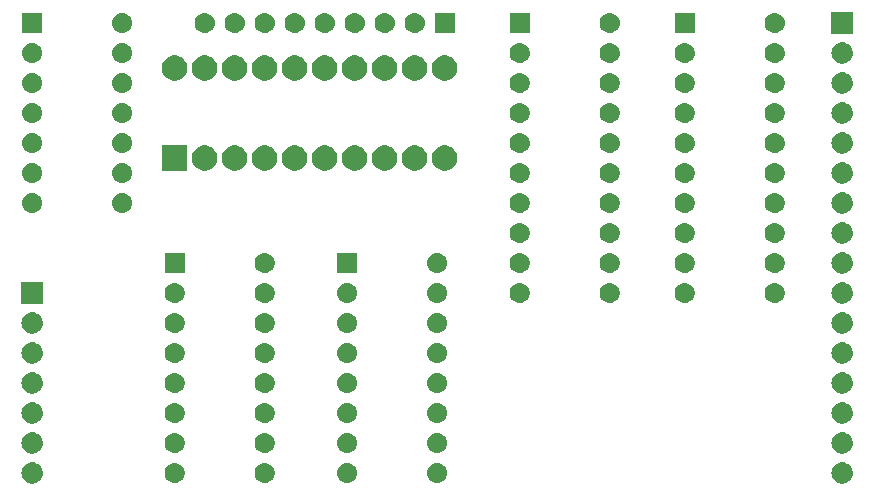
<source format=gbs>
G04 #@! TF.GenerationSoftware,KiCad,Pcbnew,5.0.2+dfsg1-1*
G04 #@! TF.CreationDate,2019-08-03T19:47:52+02:00*
G04 #@! TF.ProjectId,Stack-Pointer,53746163-6b2d-4506-9f69-6e7465722e6b,rev?*
G04 #@! TF.SameCoordinates,Original*
G04 #@! TF.FileFunction,Soldermask,Bot*
G04 #@! TF.FilePolarity,Negative*
%FSLAX46Y46*%
G04 Gerber Fmt 4.6, Leading zero omitted, Abs format (unit mm)*
G04 Created by KiCad (PCBNEW 5.0.2+dfsg1-1) date za 03 aug 2019 19:47:52 CEST*
%MOMM*%
%LPD*%
G01*
G04 APERTURE LIST*
%ADD10C,0.100000*%
G04 APERTURE END LIST*
D10*
G36*
X123300443Y-65780519D02*
X123366627Y-65787037D01*
X123479853Y-65821384D01*
X123536467Y-65838557D01*
X123623311Y-65884977D01*
X123692991Y-65922222D01*
X123728729Y-65951552D01*
X123830186Y-66034814D01*
X123913448Y-66136271D01*
X123942778Y-66172009D01*
X123942779Y-66172011D01*
X124026443Y-66328533D01*
X124043616Y-66385147D01*
X124077963Y-66498373D01*
X124095359Y-66675000D01*
X124077963Y-66851627D01*
X124043616Y-66964853D01*
X124026443Y-67021467D01*
X123957698Y-67150078D01*
X123942778Y-67177991D01*
X123913448Y-67213729D01*
X123830186Y-67315186D01*
X123728729Y-67398448D01*
X123692991Y-67427778D01*
X123692989Y-67427779D01*
X123536467Y-67511443D01*
X123529069Y-67513687D01*
X123366627Y-67562963D01*
X123300443Y-67569481D01*
X123234260Y-67576000D01*
X123145740Y-67576000D01*
X123079557Y-67569481D01*
X123013373Y-67562963D01*
X122850931Y-67513687D01*
X122843533Y-67511443D01*
X122687011Y-67427779D01*
X122687009Y-67427778D01*
X122651271Y-67398448D01*
X122549814Y-67315186D01*
X122466552Y-67213729D01*
X122437222Y-67177991D01*
X122422302Y-67150078D01*
X122353557Y-67021467D01*
X122336384Y-66964853D01*
X122302037Y-66851627D01*
X122284641Y-66675000D01*
X122302037Y-66498373D01*
X122336384Y-66385147D01*
X122353557Y-66328533D01*
X122437221Y-66172011D01*
X122437222Y-66172009D01*
X122466552Y-66136271D01*
X122549814Y-66034814D01*
X122651271Y-65951552D01*
X122687009Y-65922222D01*
X122756689Y-65884977D01*
X122843533Y-65838557D01*
X122900147Y-65821384D01*
X123013373Y-65787037D01*
X123079557Y-65780519D01*
X123145740Y-65774000D01*
X123234260Y-65774000D01*
X123300443Y-65780519D01*
X123300443Y-65780519D01*
G37*
G36*
X54720443Y-65780519D02*
X54786627Y-65787037D01*
X54899853Y-65821384D01*
X54956467Y-65838557D01*
X55043311Y-65884977D01*
X55112991Y-65922222D01*
X55148729Y-65951552D01*
X55250186Y-66034814D01*
X55333448Y-66136271D01*
X55362778Y-66172009D01*
X55362779Y-66172011D01*
X55446443Y-66328533D01*
X55463616Y-66385147D01*
X55497963Y-66498373D01*
X55515359Y-66675000D01*
X55497963Y-66851627D01*
X55463616Y-66964853D01*
X55446443Y-67021467D01*
X55377698Y-67150078D01*
X55362778Y-67177991D01*
X55333448Y-67213729D01*
X55250186Y-67315186D01*
X55148729Y-67398448D01*
X55112991Y-67427778D01*
X55112989Y-67427779D01*
X54956467Y-67511443D01*
X54949069Y-67513687D01*
X54786627Y-67562963D01*
X54720443Y-67569481D01*
X54654260Y-67576000D01*
X54565740Y-67576000D01*
X54499557Y-67569481D01*
X54433373Y-67562963D01*
X54270931Y-67513687D01*
X54263533Y-67511443D01*
X54107011Y-67427779D01*
X54107009Y-67427778D01*
X54071271Y-67398448D01*
X53969814Y-67315186D01*
X53886552Y-67213729D01*
X53857222Y-67177991D01*
X53842302Y-67150078D01*
X53773557Y-67021467D01*
X53756384Y-66964853D01*
X53722037Y-66851627D01*
X53704641Y-66675000D01*
X53722037Y-66498373D01*
X53756384Y-66385147D01*
X53773557Y-66328533D01*
X53857221Y-66172011D01*
X53857222Y-66172009D01*
X53886552Y-66136271D01*
X53969814Y-66034814D01*
X54071271Y-65951552D01*
X54107009Y-65922222D01*
X54176689Y-65884977D01*
X54263533Y-65838557D01*
X54320147Y-65821384D01*
X54433373Y-65787037D01*
X54499557Y-65780519D01*
X54565740Y-65774000D01*
X54654260Y-65774000D01*
X54720443Y-65780519D01*
X54720443Y-65780519D01*
G37*
G36*
X66841821Y-65836313D02*
X66841824Y-65836314D01*
X66841825Y-65836314D01*
X67002239Y-65884975D01*
X67002241Y-65884976D01*
X67002244Y-65884977D01*
X67150078Y-65963995D01*
X67279659Y-66070341D01*
X67386005Y-66199922D01*
X67465023Y-66347756D01*
X67465024Y-66347759D01*
X67465025Y-66347761D01*
X67510713Y-66498375D01*
X67513687Y-66508179D01*
X67530117Y-66675000D01*
X67513687Y-66841821D01*
X67513686Y-66841824D01*
X67513686Y-66841825D01*
X67510713Y-66851627D01*
X67465023Y-67002244D01*
X67386005Y-67150078D01*
X67279659Y-67279659D01*
X67150078Y-67386005D01*
X67002244Y-67465023D01*
X67002241Y-67465024D01*
X67002239Y-67465025D01*
X66841825Y-67513686D01*
X66841824Y-67513686D01*
X66841821Y-67513687D01*
X66716804Y-67526000D01*
X66633196Y-67526000D01*
X66508179Y-67513687D01*
X66508176Y-67513686D01*
X66508175Y-67513686D01*
X66347761Y-67465025D01*
X66347759Y-67465024D01*
X66347756Y-67465023D01*
X66199922Y-67386005D01*
X66070341Y-67279659D01*
X65963995Y-67150078D01*
X65884977Y-67002244D01*
X65839288Y-66851627D01*
X65836314Y-66841825D01*
X65836314Y-66841824D01*
X65836313Y-66841821D01*
X65819883Y-66675000D01*
X65836313Y-66508179D01*
X65839287Y-66498375D01*
X65884975Y-66347761D01*
X65884976Y-66347759D01*
X65884977Y-66347756D01*
X65963995Y-66199922D01*
X66070341Y-66070341D01*
X66199922Y-65963995D01*
X66347756Y-65884977D01*
X66347759Y-65884976D01*
X66347761Y-65884975D01*
X66508175Y-65836314D01*
X66508176Y-65836314D01*
X66508179Y-65836313D01*
X66633196Y-65824000D01*
X66716804Y-65824000D01*
X66841821Y-65836313D01*
X66841821Y-65836313D01*
G37*
G36*
X74461821Y-65836313D02*
X74461824Y-65836314D01*
X74461825Y-65836314D01*
X74622239Y-65884975D01*
X74622241Y-65884976D01*
X74622244Y-65884977D01*
X74770078Y-65963995D01*
X74899659Y-66070341D01*
X75006005Y-66199922D01*
X75085023Y-66347756D01*
X75085024Y-66347759D01*
X75085025Y-66347761D01*
X75130713Y-66498375D01*
X75133687Y-66508179D01*
X75150117Y-66675000D01*
X75133687Y-66841821D01*
X75133686Y-66841824D01*
X75133686Y-66841825D01*
X75130713Y-66851627D01*
X75085023Y-67002244D01*
X75006005Y-67150078D01*
X74899659Y-67279659D01*
X74770078Y-67386005D01*
X74622244Y-67465023D01*
X74622241Y-67465024D01*
X74622239Y-67465025D01*
X74461825Y-67513686D01*
X74461824Y-67513686D01*
X74461821Y-67513687D01*
X74336804Y-67526000D01*
X74253196Y-67526000D01*
X74128179Y-67513687D01*
X74128176Y-67513686D01*
X74128175Y-67513686D01*
X73967761Y-67465025D01*
X73967759Y-67465024D01*
X73967756Y-67465023D01*
X73819922Y-67386005D01*
X73690341Y-67279659D01*
X73583995Y-67150078D01*
X73504977Y-67002244D01*
X73459288Y-66851627D01*
X73456314Y-66841825D01*
X73456314Y-66841824D01*
X73456313Y-66841821D01*
X73439883Y-66675000D01*
X73456313Y-66508179D01*
X73459287Y-66498375D01*
X73504975Y-66347761D01*
X73504976Y-66347759D01*
X73504977Y-66347756D01*
X73583995Y-66199922D01*
X73690341Y-66070341D01*
X73819922Y-65963995D01*
X73967756Y-65884977D01*
X73967759Y-65884976D01*
X73967761Y-65884975D01*
X74128175Y-65836314D01*
X74128176Y-65836314D01*
X74128179Y-65836313D01*
X74253196Y-65824000D01*
X74336804Y-65824000D01*
X74461821Y-65836313D01*
X74461821Y-65836313D01*
G37*
G36*
X89066821Y-65836313D02*
X89066824Y-65836314D01*
X89066825Y-65836314D01*
X89227239Y-65884975D01*
X89227241Y-65884976D01*
X89227244Y-65884977D01*
X89375078Y-65963995D01*
X89504659Y-66070341D01*
X89611005Y-66199922D01*
X89690023Y-66347756D01*
X89690024Y-66347759D01*
X89690025Y-66347761D01*
X89735713Y-66498375D01*
X89738687Y-66508179D01*
X89755117Y-66675000D01*
X89738687Y-66841821D01*
X89738686Y-66841824D01*
X89738686Y-66841825D01*
X89735713Y-66851627D01*
X89690023Y-67002244D01*
X89611005Y-67150078D01*
X89504659Y-67279659D01*
X89375078Y-67386005D01*
X89227244Y-67465023D01*
X89227241Y-67465024D01*
X89227239Y-67465025D01*
X89066825Y-67513686D01*
X89066824Y-67513686D01*
X89066821Y-67513687D01*
X88941804Y-67526000D01*
X88858196Y-67526000D01*
X88733179Y-67513687D01*
X88733176Y-67513686D01*
X88733175Y-67513686D01*
X88572761Y-67465025D01*
X88572759Y-67465024D01*
X88572756Y-67465023D01*
X88424922Y-67386005D01*
X88295341Y-67279659D01*
X88188995Y-67150078D01*
X88109977Y-67002244D01*
X88064288Y-66851627D01*
X88061314Y-66841825D01*
X88061314Y-66841824D01*
X88061313Y-66841821D01*
X88044883Y-66675000D01*
X88061313Y-66508179D01*
X88064287Y-66498375D01*
X88109975Y-66347761D01*
X88109976Y-66347759D01*
X88109977Y-66347756D01*
X88188995Y-66199922D01*
X88295341Y-66070341D01*
X88424922Y-65963995D01*
X88572756Y-65884977D01*
X88572759Y-65884976D01*
X88572761Y-65884975D01*
X88733175Y-65836314D01*
X88733176Y-65836314D01*
X88733179Y-65836313D01*
X88858196Y-65824000D01*
X88941804Y-65824000D01*
X89066821Y-65836313D01*
X89066821Y-65836313D01*
G37*
G36*
X81446821Y-65836313D02*
X81446824Y-65836314D01*
X81446825Y-65836314D01*
X81607239Y-65884975D01*
X81607241Y-65884976D01*
X81607244Y-65884977D01*
X81755078Y-65963995D01*
X81884659Y-66070341D01*
X81991005Y-66199922D01*
X82070023Y-66347756D01*
X82070024Y-66347759D01*
X82070025Y-66347761D01*
X82115713Y-66498375D01*
X82118687Y-66508179D01*
X82135117Y-66675000D01*
X82118687Y-66841821D01*
X82118686Y-66841824D01*
X82118686Y-66841825D01*
X82115713Y-66851627D01*
X82070023Y-67002244D01*
X81991005Y-67150078D01*
X81884659Y-67279659D01*
X81755078Y-67386005D01*
X81607244Y-67465023D01*
X81607241Y-67465024D01*
X81607239Y-67465025D01*
X81446825Y-67513686D01*
X81446824Y-67513686D01*
X81446821Y-67513687D01*
X81321804Y-67526000D01*
X81238196Y-67526000D01*
X81113179Y-67513687D01*
X81113176Y-67513686D01*
X81113175Y-67513686D01*
X80952761Y-67465025D01*
X80952759Y-67465024D01*
X80952756Y-67465023D01*
X80804922Y-67386005D01*
X80675341Y-67279659D01*
X80568995Y-67150078D01*
X80489977Y-67002244D01*
X80444288Y-66851627D01*
X80441314Y-66841825D01*
X80441314Y-66841824D01*
X80441313Y-66841821D01*
X80424883Y-66675000D01*
X80441313Y-66508179D01*
X80444287Y-66498375D01*
X80489975Y-66347761D01*
X80489976Y-66347759D01*
X80489977Y-66347756D01*
X80568995Y-66199922D01*
X80675341Y-66070341D01*
X80804922Y-65963995D01*
X80952756Y-65884977D01*
X80952759Y-65884976D01*
X80952761Y-65884975D01*
X81113175Y-65836314D01*
X81113176Y-65836314D01*
X81113179Y-65836313D01*
X81238196Y-65824000D01*
X81321804Y-65824000D01*
X81446821Y-65836313D01*
X81446821Y-65836313D01*
G37*
G36*
X123300443Y-63240519D02*
X123366627Y-63247037D01*
X123479853Y-63281384D01*
X123536467Y-63298557D01*
X123623311Y-63344977D01*
X123692991Y-63382222D01*
X123728729Y-63411552D01*
X123830186Y-63494814D01*
X123913448Y-63596271D01*
X123942778Y-63632009D01*
X123942779Y-63632011D01*
X124026443Y-63788533D01*
X124043616Y-63845147D01*
X124077963Y-63958373D01*
X124095359Y-64135000D01*
X124077963Y-64311627D01*
X124043616Y-64424853D01*
X124026443Y-64481467D01*
X123957698Y-64610078D01*
X123942778Y-64637991D01*
X123913448Y-64673729D01*
X123830186Y-64775186D01*
X123728729Y-64858448D01*
X123692991Y-64887778D01*
X123692989Y-64887779D01*
X123536467Y-64971443D01*
X123529069Y-64973687D01*
X123366627Y-65022963D01*
X123300442Y-65029482D01*
X123234260Y-65036000D01*
X123145740Y-65036000D01*
X123079558Y-65029482D01*
X123013373Y-65022963D01*
X122850931Y-64973687D01*
X122843533Y-64971443D01*
X122687011Y-64887779D01*
X122687009Y-64887778D01*
X122651271Y-64858448D01*
X122549814Y-64775186D01*
X122466552Y-64673729D01*
X122437222Y-64637991D01*
X122422302Y-64610078D01*
X122353557Y-64481467D01*
X122336384Y-64424853D01*
X122302037Y-64311627D01*
X122284641Y-64135000D01*
X122302037Y-63958373D01*
X122336384Y-63845147D01*
X122353557Y-63788533D01*
X122437221Y-63632011D01*
X122437222Y-63632009D01*
X122466552Y-63596271D01*
X122549814Y-63494814D01*
X122651271Y-63411552D01*
X122687009Y-63382222D01*
X122756689Y-63344977D01*
X122843533Y-63298557D01*
X122900147Y-63281384D01*
X123013373Y-63247037D01*
X123079557Y-63240519D01*
X123145740Y-63234000D01*
X123234260Y-63234000D01*
X123300443Y-63240519D01*
X123300443Y-63240519D01*
G37*
G36*
X54720443Y-63240519D02*
X54786627Y-63247037D01*
X54899853Y-63281384D01*
X54956467Y-63298557D01*
X55043311Y-63344977D01*
X55112991Y-63382222D01*
X55148729Y-63411552D01*
X55250186Y-63494814D01*
X55333448Y-63596271D01*
X55362778Y-63632009D01*
X55362779Y-63632011D01*
X55446443Y-63788533D01*
X55463616Y-63845147D01*
X55497963Y-63958373D01*
X55515359Y-64135000D01*
X55497963Y-64311627D01*
X55463616Y-64424853D01*
X55446443Y-64481467D01*
X55377698Y-64610078D01*
X55362778Y-64637991D01*
X55333448Y-64673729D01*
X55250186Y-64775186D01*
X55148729Y-64858448D01*
X55112991Y-64887778D01*
X55112989Y-64887779D01*
X54956467Y-64971443D01*
X54949069Y-64973687D01*
X54786627Y-65022963D01*
X54720442Y-65029482D01*
X54654260Y-65036000D01*
X54565740Y-65036000D01*
X54499558Y-65029482D01*
X54433373Y-65022963D01*
X54270931Y-64973687D01*
X54263533Y-64971443D01*
X54107011Y-64887779D01*
X54107009Y-64887778D01*
X54071271Y-64858448D01*
X53969814Y-64775186D01*
X53886552Y-64673729D01*
X53857222Y-64637991D01*
X53842302Y-64610078D01*
X53773557Y-64481467D01*
X53756384Y-64424853D01*
X53722037Y-64311627D01*
X53704641Y-64135000D01*
X53722037Y-63958373D01*
X53756384Y-63845147D01*
X53773557Y-63788533D01*
X53857221Y-63632011D01*
X53857222Y-63632009D01*
X53886552Y-63596271D01*
X53969814Y-63494814D01*
X54071271Y-63411552D01*
X54107009Y-63382222D01*
X54176689Y-63344977D01*
X54263533Y-63298557D01*
X54320147Y-63281384D01*
X54433373Y-63247037D01*
X54499557Y-63240519D01*
X54565740Y-63234000D01*
X54654260Y-63234000D01*
X54720443Y-63240519D01*
X54720443Y-63240519D01*
G37*
G36*
X81446821Y-63296313D02*
X81446824Y-63296314D01*
X81446825Y-63296314D01*
X81607239Y-63344975D01*
X81607241Y-63344976D01*
X81607244Y-63344977D01*
X81755078Y-63423995D01*
X81884659Y-63530341D01*
X81991005Y-63659922D01*
X82070023Y-63807756D01*
X82070024Y-63807759D01*
X82070025Y-63807761D01*
X82115713Y-63958375D01*
X82118687Y-63968179D01*
X82135117Y-64135000D01*
X82118687Y-64301821D01*
X82118686Y-64301824D01*
X82118686Y-64301825D01*
X82115713Y-64311627D01*
X82070023Y-64462244D01*
X81991005Y-64610078D01*
X81884659Y-64739659D01*
X81755078Y-64846005D01*
X81607244Y-64925023D01*
X81607241Y-64925024D01*
X81607239Y-64925025D01*
X81446825Y-64973686D01*
X81446824Y-64973686D01*
X81446821Y-64973687D01*
X81321804Y-64986000D01*
X81238196Y-64986000D01*
X81113179Y-64973687D01*
X81113176Y-64973686D01*
X81113175Y-64973686D01*
X80952761Y-64925025D01*
X80952759Y-64925024D01*
X80952756Y-64925023D01*
X80804922Y-64846005D01*
X80675341Y-64739659D01*
X80568995Y-64610078D01*
X80489977Y-64462244D01*
X80444288Y-64311627D01*
X80441314Y-64301825D01*
X80441314Y-64301824D01*
X80441313Y-64301821D01*
X80424883Y-64135000D01*
X80441313Y-63968179D01*
X80444287Y-63958375D01*
X80489975Y-63807761D01*
X80489976Y-63807759D01*
X80489977Y-63807756D01*
X80568995Y-63659922D01*
X80675341Y-63530341D01*
X80804922Y-63423995D01*
X80952756Y-63344977D01*
X80952759Y-63344976D01*
X80952761Y-63344975D01*
X81113175Y-63296314D01*
X81113176Y-63296314D01*
X81113179Y-63296313D01*
X81238196Y-63284000D01*
X81321804Y-63284000D01*
X81446821Y-63296313D01*
X81446821Y-63296313D01*
G37*
G36*
X74461821Y-63296313D02*
X74461824Y-63296314D01*
X74461825Y-63296314D01*
X74622239Y-63344975D01*
X74622241Y-63344976D01*
X74622244Y-63344977D01*
X74770078Y-63423995D01*
X74899659Y-63530341D01*
X75006005Y-63659922D01*
X75085023Y-63807756D01*
X75085024Y-63807759D01*
X75085025Y-63807761D01*
X75130713Y-63958375D01*
X75133687Y-63968179D01*
X75150117Y-64135000D01*
X75133687Y-64301821D01*
X75133686Y-64301824D01*
X75133686Y-64301825D01*
X75130713Y-64311627D01*
X75085023Y-64462244D01*
X75006005Y-64610078D01*
X74899659Y-64739659D01*
X74770078Y-64846005D01*
X74622244Y-64925023D01*
X74622241Y-64925024D01*
X74622239Y-64925025D01*
X74461825Y-64973686D01*
X74461824Y-64973686D01*
X74461821Y-64973687D01*
X74336804Y-64986000D01*
X74253196Y-64986000D01*
X74128179Y-64973687D01*
X74128176Y-64973686D01*
X74128175Y-64973686D01*
X73967761Y-64925025D01*
X73967759Y-64925024D01*
X73967756Y-64925023D01*
X73819922Y-64846005D01*
X73690341Y-64739659D01*
X73583995Y-64610078D01*
X73504977Y-64462244D01*
X73459288Y-64311627D01*
X73456314Y-64301825D01*
X73456314Y-64301824D01*
X73456313Y-64301821D01*
X73439883Y-64135000D01*
X73456313Y-63968179D01*
X73459287Y-63958375D01*
X73504975Y-63807761D01*
X73504976Y-63807759D01*
X73504977Y-63807756D01*
X73583995Y-63659922D01*
X73690341Y-63530341D01*
X73819922Y-63423995D01*
X73967756Y-63344977D01*
X73967759Y-63344976D01*
X73967761Y-63344975D01*
X74128175Y-63296314D01*
X74128176Y-63296314D01*
X74128179Y-63296313D01*
X74253196Y-63284000D01*
X74336804Y-63284000D01*
X74461821Y-63296313D01*
X74461821Y-63296313D01*
G37*
G36*
X89066821Y-63296313D02*
X89066824Y-63296314D01*
X89066825Y-63296314D01*
X89227239Y-63344975D01*
X89227241Y-63344976D01*
X89227244Y-63344977D01*
X89375078Y-63423995D01*
X89504659Y-63530341D01*
X89611005Y-63659922D01*
X89690023Y-63807756D01*
X89690024Y-63807759D01*
X89690025Y-63807761D01*
X89735713Y-63958375D01*
X89738687Y-63968179D01*
X89755117Y-64135000D01*
X89738687Y-64301821D01*
X89738686Y-64301824D01*
X89738686Y-64301825D01*
X89735713Y-64311627D01*
X89690023Y-64462244D01*
X89611005Y-64610078D01*
X89504659Y-64739659D01*
X89375078Y-64846005D01*
X89227244Y-64925023D01*
X89227241Y-64925024D01*
X89227239Y-64925025D01*
X89066825Y-64973686D01*
X89066824Y-64973686D01*
X89066821Y-64973687D01*
X88941804Y-64986000D01*
X88858196Y-64986000D01*
X88733179Y-64973687D01*
X88733176Y-64973686D01*
X88733175Y-64973686D01*
X88572761Y-64925025D01*
X88572759Y-64925024D01*
X88572756Y-64925023D01*
X88424922Y-64846005D01*
X88295341Y-64739659D01*
X88188995Y-64610078D01*
X88109977Y-64462244D01*
X88064288Y-64311627D01*
X88061314Y-64301825D01*
X88061314Y-64301824D01*
X88061313Y-64301821D01*
X88044883Y-64135000D01*
X88061313Y-63968179D01*
X88064287Y-63958375D01*
X88109975Y-63807761D01*
X88109976Y-63807759D01*
X88109977Y-63807756D01*
X88188995Y-63659922D01*
X88295341Y-63530341D01*
X88424922Y-63423995D01*
X88572756Y-63344977D01*
X88572759Y-63344976D01*
X88572761Y-63344975D01*
X88733175Y-63296314D01*
X88733176Y-63296314D01*
X88733179Y-63296313D01*
X88858196Y-63284000D01*
X88941804Y-63284000D01*
X89066821Y-63296313D01*
X89066821Y-63296313D01*
G37*
G36*
X66841821Y-63296313D02*
X66841824Y-63296314D01*
X66841825Y-63296314D01*
X67002239Y-63344975D01*
X67002241Y-63344976D01*
X67002244Y-63344977D01*
X67150078Y-63423995D01*
X67279659Y-63530341D01*
X67386005Y-63659922D01*
X67465023Y-63807756D01*
X67465024Y-63807759D01*
X67465025Y-63807761D01*
X67510713Y-63958375D01*
X67513687Y-63968179D01*
X67530117Y-64135000D01*
X67513687Y-64301821D01*
X67513686Y-64301824D01*
X67513686Y-64301825D01*
X67510713Y-64311627D01*
X67465023Y-64462244D01*
X67386005Y-64610078D01*
X67279659Y-64739659D01*
X67150078Y-64846005D01*
X67002244Y-64925023D01*
X67002241Y-64925024D01*
X67002239Y-64925025D01*
X66841825Y-64973686D01*
X66841824Y-64973686D01*
X66841821Y-64973687D01*
X66716804Y-64986000D01*
X66633196Y-64986000D01*
X66508179Y-64973687D01*
X66508176Y-64973686D01*
X66508175Y-64973686D01*
X66347761Y-64925025D01*
X66347759Y-64925024D01*
X66347756Y-64925023D01*
X66199922Y-64846005D01*
X66070341Y-64739659D01*
X65963995Y-64610078D01*
X65884977Y-64462244D01*
X65839288Y-64311627D01*
X65836314Y-64301825D01*
X65836314Y-64301824D01*
X65836313Y-64301821D01*
X65819883Y-64135000D01*
X65836313Y-63968179D01*
X65839287Y-63958375D01*
X65884975Y-63807761D01*
X65884976Y-63807759D01*
X65884977Y-63807756D01*
X65963995Y-63659922D01*
X66070341Y-63530341D01*
X66199922Y-63423995D01*
X66347756Y-63344977D01*
X66347759Y-63344976D01*
X66347761Y-63344975D01*
X66508175Y-63296314D01*
X66508176Y-63296314D01*
X66508179Y-63296313D01*
X66633196Y-63284000D01*
X66716804Y-63284000D01*
X66841821Y-63296313D01*
X66841821Y-63296313D01*
G37*
G36*
X123300443Y-60700519D02*
X123366627Y-60707037D01*
X123479853Y-60741384D01*
X123536467Y-60758557D01*
X123623311Y-60804977D01*
X123692991Y-60842222D01*
X123728729Y-60871552D01*
X123830186Y-60954814D01*
X123913448Y-61056271D01*
X123942778Y-61092009D01*
X123942779Y-61092011D01*
X124026443Y-61248533D01*
X124043616Y-61305147D01*
X124077963Y-61418373D01*
X124095359Y-61595000D01*
X124077963Y-61771627D01*
X124043616Y-61884853D01*
X124026443Y-61941467D01*
X123957698Y-62070078D01*
X123942778Y-62097991D01*
X123913448Y-62133729D01*
X123830186Y-62235186D01*
X123728729Y-62318448D01*
X123692991Y-62347778D01*
X123692989Y-62347779D01*
X123536467Y-62431443D01*
X123529069Y-62433687D01*
X123366627Y-62482963D01*
X123300443Y-62489481D01*
X123234260Y-62496000D01*
X123145740Y-62496000D01*
X123079557Y-62489481D01*
X123013373Y-62482963D01*
X122850931Y-62433687D01*
X122843533Y-62431443D01*
X122687011Y-62347779D01*
X122687009Y-62347778D01*
X122651271Y-62318448D01*
X122549814Y-62235186D01*
X122466552Y-62133729D01*
X122437222Y-62097991D01*
X122422302Y-62070078D01*
X122353557Y-61941467D01*
X122336384Y-61884853D01*
X122302037Y-61771627D01*
X122284641Y-61595000D01*
X122302037Y-61418373D01*
X122336384Y-61305147D01*
X122353557Y-61248533D01*
X122437221Y-61092011D01*
X122437222Y-61092009D01*
X122466552Y-61056271D01*
X122549814Y-60954814D01*
X122651271Y-60871552D01*
X122687009Y-60842222D01*
X122756689Y-60804977D01*
X122843533Y-60758557D01*
X122900147Y-60741384D01*
X123013373Y-60707037D01*
X123079557Y-60700519D01*
X123145740Y-60694000D01*
X123234260Y-60694000D01*
X123300443Y-60700519D01*
X123300443Y-60700519D01*
G37*
G36*
X54720443Y-60700519D02*
X54786627Y-60707037D01*
X54899853Y-60741384D01*
X54956467Y-60758557D01*
X55043311Y-60804977D01*
X55112991Y-60842222D01*
X55148729Y-60871552D01*
X55250186Y-60954814D01*
X55333448Y-61056271D01*
X55362778Y-61092009D01*
X55362779Y-61092011D01*
X55446443Y-61248533D01*
X55463616Y-61305147D01*
X55497963Y-61418373D01*
X55515359Y-61595000D01*
X55497963Y-61771627D01*
X55463616Y-61884853D01*
X55446443Y-61941467D01*
X55377698Y-62070078D01*
X55362778Y-62097991D01*
X55333448Y-62133729D01*
X55250186Y-62235186D01*
X55148729Y-62318448D01*
X55112991Y-62347778D01*
X55112989Y-62347779D01*
X54956467Y-62431443D01*
X54949069Y-62433687D01*
X54786627Y-62482963D01*
X54720443Y-62489481D01*
X54654260Y-62496000D01*
X54565740Y-62496000D01*
X54499557Y-62489481D01*
X54433373Y-62482963D01*
X54270931Y-62433687D01*
X54263533Y-62431443D01*
X54107011Y-62347779D01*
X54107009Y-62347778D01*
X54071271Y-62318448D01*
X53969814Y-62235186D01*
X53886552Y-62133729D01*
X53857222Y-62097991D01*
X53842302Y-62070078D01*
X53773557Y-61941467D01*
X53756384Y-61884853D01*
X53722037Y-61771627D01*
X53704641Y-61595000D01*
X53722037Y-61418373D01*
X53756384Y-61305147D01*
X53773557Y-61248533D01*
X53857221Y-61092011D01*
X53857222Y-61092009D01*
X53886552Y-61056271D01*
X53969814Y-60954814D01*
X54071271Y-60871552D01*
X54107009Y-60842222D01*
X54176689Y-60804977D01*
X54263533Y-60758557D01*
X54320147Y-60741384D01*
X54433373Y-60707037D01*
X54499557Y-60700519D01*
X54565740Y-60694000D01*
X54654260Y-60694000D01*
X54720443Y-60700519D01*
X54720443Y-60700519D01*
G37*
G36*
X81446821Y-60756313D02*
X81446824Y-60756314D01*
X81446825Y-60756314D01*
X81607239Y-60804975D01*
X81607241Y-60804976D01*
X81607244Y-60804977D01*
X81755078Y-60883995D01*
X81884659Y-60990341D01*
X81991005Y-61119922D01*
X82070023Y-61267756D01*
X82070024Y-61267759D01*
X82070025Y-61267761D01*
X82115713Y-61418375D01*
X82118687Y-61428179D01*
X82135117Y-61595000D01*
X82118687Y-61761821D01*
X82118686Y-61761824D01*
X82118686Y-61761825D01*
X82115713Y-61771627D01*
X82070023Y-61922244D01*
X81991005Y-62070078D01*
X81884659Y-62199659D01*
X81755078Y-62306005D01*
X81607244Y-62385023D01*
X81607241Y-62385024D01*
X81607239Y-62385025D01*
X81446825Y-62433686D01*
X81446824Y-62433686D01*
X81446821Y-62433687D01*
X81321804Y-62446000D01*
X81238196Y-62446000D01*
X81113179Y-62433687D01*
X81113176Y-62433686D01*
X81113175Y-62433686D01*
X80952761Y-62385025D01*
X80952759Y-62385024D01*
X80952756Y-62385023D01*
X80804922Y-62306005D01*
X80675341Y-62199659D01*
X80568995Y-62070078D01*
X80489977Y-61922244D01*
X80444288Y-61771627D01*
X80441314Y-61761825D01*
X80441314Y-61761824D01*
X80441313Y-61761821D01*
X80424883Y-61595000D01*
X80441313Y-61428179D01*
X80444287Y-61418375D01*
X80489975Y-61267761D01*
X80489976Y-61267759D01*
X80489977Y-61267756D01*
X80568995Y-61119922D01*
X80675341Y-60990341D01*
X80804922Y-60883995D01*
X80952756Y-60804977D01*
X80952759Y-60804976D01*
X80952761Y-60804975D01*
X81113175Y-60756314D01*
X81113176Y-60756314D01*
X81113179Y-60756313D01*
X81238196Y-60744000D01*
X81321804Y-60744000D01*
X81446821Y-60756313D01*
X81446821Y-60756313D01*
G37*
G36*
X89066821Y-60756313D02*
X89066824Y-60756314D01*
X89066825Y-60756314D01*
X89227239Y-60804975D01*
X89227241Y-60804976D01*
X89227244Y-60804977D01*
X89375078Y-60883995D01*
X89504659Y-60990341D01*
X89611005Y-61119922D01*
X89690023Y-61267756D01*
X89690024Y-61267759D01*
X89690025Y-61267761D01*
X89735713Y-61418375D01*
X89738687Y-61428179D01*
X89755117Y-61595000D01*
X89738687Y-61761821D01*
X89738686Y-61761824D01*
X89738686Y-61761825D01*
X89735713Y-61771627D01*
X89690023Y-61922244D01*
X89611005Y-62070078D01*
X89504659Y-62199659D01*
X89375078Y-62306005D01*
X89227244Y-62385023D01*
X89227241Y-62385024D01*
X89227239Y-62385025D01*
X89066825Y-62433686D01*
X89066824Y-62433686D01*
X89066821Y-62433687D01*
X88941804Y-62446000D01*
X88858196Y-62446000D01*
X88733179Y-62433687D01*
X88733176Y-62433686D01*
X88733175Y-62433686D01*
X88572761Y-62385025D01*
X88572759Y-62385024D01*
X88572756Y-62385023D01*
X88424922Y-62306005D01*
X88295341Y-62199659D01*
X88188995Y-62070078D01*
X88109977Y-61922244D01*
X88064288Y-61771627D01*
X88061314Y-61761825D01*
X88061314Y-61761824D01*
X88061313Y-61761821D01*
X88044883Y-61595000D01*
X88061313Y-61428179D01*
X88064287Y-61418375D01*
X88109975Y-61267761D01*
X88109976Y-61267759D01*
X88109977Y-61267756D01*
X88188995Y-61119922D01*
X88295341Y-60990341D01*
X88424922Y-60883995D01*
X88572756Y-60804977D01*
X88572759Y-60804976D01*
X88572761Y-60804975D01*
X88733175Y-60756314D01*
X88733176Y-60756314D01*
X88733179Y-60756313D01*
X88858196Y-60744000D01*
X88941804Y-60744000D01*
X89066821Y-60756313D01*
X89066821Y-60756313D01*
G37*
G36*
X74461821Y-60756313D02*
X74461824Y-60756314D01*
X74461825Y-60756314D01*
X74622239Y-60804975D01*
X74622241Y-60804976D01*
X74622244Y-60804977D01*
X74770078Y-60883995D01*
X74899659Y-60990341D01*
X75006005Y-61119922D01*
X75085023Y-61267756D01*
X75085024Y-61267759D01*
X75085025Y-61267761D01*
X75130713Y-61418375D01*
X75133687Y-61428179D01*
X75150117Y-61595000D01*
X75133687Y-61761821D01*
X75133686Y-61761824D01*
X75133686Y-61761825D01*
X75130713Y-61771627D01*
X75085023Y-61922244D01*
X75006005Y-62070078D01*
X74899659Y-62199659D01*
X74770078Y-62306005D01*
X74622244Y-62385023D01*
X74622241Y-62385024D01*
X74622239Y-62385025D01*
X74461825Y-62433686D01*
X74461824Y-62433686D01*
X74461821Y-62433687D01*
X74336804Y-62446000D01*
X74253196Y-62446000D01*
X74128179Y-62433687D01*
X74128176Y-62433686D01*
X74128175Y-62433686D01*
X73967761Y-62385025D01*
X73967759Y-62385024D01*
X73967756Y-62385023D01*
X73819922Y-62306005D01*
X73690341Y-62199659D01*
X73583995Y-62070078D01*
X73504977Y-61922244D01*
X73459288Y-61771627D01*
X73456314Y-61761825D01*
X73456314Y-61761824D01*
X73456313Y-61761821D01*
X73439883Y-61595000D01*
X73456313Y-61428179D01*
X73459287Y-61418375D01*
X73504975Y-61267761D01*
X73504976Y-61267759D01*
X73504977Y-61267756D01*
X73583995Y-61119922D01*
X73690341Y-60990341D01*
X73819922Y-60883995D01*
X73967756Y-60804977D01*
X73967759Y-60804976D01*
X73967761Y-60804975D01*
X74128175Y-60756314D01*
X74128176Y-60756314D01*
X74128179Y-60756313D01*
X74253196Y-60744000D01*
X74336804Y-60744000D01*
X74461821Y-60756313D01*
X74461821Y-60756313D01*
G37*
G36*
X66841821Y-60756313D02*
X66841824Y-60756314D01*
X66841825Y-60756314D01*
X67002239Y-60804975D01*
X67002241Y-60804976D01*
X67002244Y-60804977D01*
X67150078Y-60883995D01*
X67279659Y-60990341D01*
X67386005Y-61119922D01*
X67465023Y-61267756D01*
X67465024Y-61267759D01*
X67465025Y-61267761D01*
X67510713Y-61418375D01*
X67513687Y-61428179D01*
X67530117Y-61595000D01*
X67513687Y-61761821D01*
X67513686Y-61761824D01*
X67513686Y-61761825D01*
X67510713Y-61771627D01*
X67465023Y-61922244D01*
X67386005Y-62070078D01*
X67279659Y-62199659D01*
X67150078Y-62306005D01*
X67002244Y-62385023D01*
X67002241Y-62385024D01*
X67002239Y-62385025D01*
X66841825Y-62433686D01*
X66841824Y-62433686D01*
X66841821Y-62433687D01*
X66716804Y-62446000D01*
X66633196Y-62446000D01*
X66508179Y-62433687D01*
X66508176Y-62433686D01*
X66508175Y-62433686D01*
X66347761Y-62385025D01*
X66347759Y-62385024D01*
X66347756Y-62385023D01*
X66199922Y-62306005D01*
X66070341Y-62199659D01*
X65963995Y-62070078D01*
X65884977Y-61922244D01*
X65839288Y-61771627D01*
X65836314Y-61761825D01*
X65836314Y-61761824D01*
X65836313Y-61761821D01*
X65819883Y-61595000D01*
X65836313Y-61428179D01*
X65839287Y-61418375D01*
X65884975Y-61267761D01*
X65884976Y-61267759D01*
X65884977Y-61267756D01*
X65963995Y-61119922D01*
X66070341Y-60990341D01*
X66199922Y-60883995D01*
X66347756Y-60804977D01*
X66347759Y-60804976D01*
X66347761Y-60804975D01*
X66508175Y-60756314D01*
X66508176Y-60756314D01*
X66508179Y-60756313D01*
X66633196Y-60744000D01*
X66716804Y-60744000D01*
X66841821Y-60756313D01*
X66841821Y-60756313D01*
G37*
G36*
X123300442Y-58160518D02*
X123366627Y-58167037D01*
X123479853Y-58201384D01*
X123536467Y-58218557D01*
X123623311Y-58264977D01*
X123692991Y-58302222D01*
X123728729Y-58331552D01*
X123830186Y-58414814D01*
X123913448Y-58516271D01*
X123942778Y-58552009D01*
X123942779Y-58552011D01*
X124026443Y-58708533D01*
X124043616Y-58765147D01*
X124077963Y-58878373D01*
X124095359Y-59055000D01*
X124077963Y-59231627D01*
X124043616Y-59344853D01*
X124026443Y-59401467D01*
X123957698Y-59530078D01*
X123942778Y-59557991D01*
X123913448Y-59593729D01*
X123830186Y-59695186D01*
X123728729Y-59778448D01*
X123692991Y-59807778D01*
X123692989Y-59807779D01*
X123536467Y-59891443D01*
X123529069Y-59893687D01*
X123366627Y-59942963D01*
X123300442Y-59949482D01*
X123234260Y-59956000D01*
X123145740Y-59956000D01*
X123079558Y-59949482D01*
X123013373Y-59942963D01*
X122850931Y-59893687D01*
X122843533Y-59891443D01*
X122687011Y-59807779D01*
X122687009Y-59807778D01*
X122651271Y-59778448D01*
X122549814Y-59695186D01*
X122466552Y-59593729D01*
X122437222Y-59557991D01*
X122422302Y-59530078D01*
X122353557Y-59401467D01*
X122336384Y-59344853D01*
X122302037Y-59231627D01*
X122284641Y-59055000D01*
X122302037Y-58878373D01*
X122336384Y-58765147D01*
X122353557Y-58708533D01*
X122437221Y-58552011D01*
X122437222Y-58552009D01*
X122466552Y-58516271D01*
X122549814Y-58414814D01*
X122651271Y-58331552D01*
X122687009Y-58302222D01*
X122756689Y-58264977D01*
X122843533Y-58218557D01*
X122900147Y-58201384D01*
X123013373Y-58167037D01*
X123079558Y-58160518D01*
X123145740Y-58154000D01*
X123234260Y-58154000D01*
X123300442Y-58160518D01*
X123300442Y-58160518D01*
G37*
G36*
X54720442Y-58160518D02*
X54786627Y-58167037D01*
X54899853Y-58201384D01*
X54956467Y-58218557D01*
X55043311Y-58264977D01*
X55112991Y-58302222D01*
X55148729Y-58331552D01*
X55250186Y-58414814D01*
X55333448Y-58516271D01*
X55362778Y-58552009D01*
X55362779Y-58552011D01*
X55446443Y-58708533D01*
X55463616Y-58765147D01*
X55497963Y-58878373D01*
X55515359Y-59055000D01*
X55497963Y-59231627D01*
X55463616Y-59344853D01*
X55446443Y-59401467D01*
X55377698Y-59530078D01*
X55362778Y-59557991D01*
X55333448Y-59593729D01*
X55250186Y-59695186D01*
X55148729Y-59778448D01*
X55112991Y-59807778D01*
X55112989Y-59807779D01*
X54956467Y-59891443D01*
X54949069Y-59893687D01*
X54786627Y-59942963D01*
X54720442Y-59949482D01*
X54654260Y-59956000D01*
X54565740Y-59956000D01*
X54499558Y-59949482D01*
X54433373Y-59942963D01*
X54270931Y-59893687D01*
X54263533Y-59891443D01*
X54107011Y-59807779D01*
X54107009Y-59807778D01*
X54071271Y-59778448D01*
X53969814Y-59695186D01*
X53886552Y-59593729D01*
X53857222Y-59557991D01*
X53842302Y-59530078D01*
X53773557Y-59401467D01*
X53756384Y-59344853D01*
X53722037Y-59231627D01*
X53704641Y-59055000D01*
X53722037Y-58878373D01*
X53756384Y-58765147D01*
X53773557Y-58708533D01*
X53857221Y-58552011D01*
X53857222Y-58552009D01*
X53886552Y-58516271D01*
X53969814Y-58414814D01*
X54071271Y-58331552D01*
X54107009Y-58302222D01*
X54176689Y-58264977D01*
X54263533Y-58218557D01*
X54320147Y-58201384D01*
X54433373Y-58167037D01*
X54499558Y-58160518D01*
X54565740Y-58154000D01*
X54654260Y-58154000D01*
X54720442Y-58160518D01*
X54720442Y-58160518D01*
G37*
G36*
X66841821Y-58216313D02*
X66841824Y-58216314D01*
X66841825Y-58216314D01*
X67002239Y-58264975D01*
X67002241Y-58264976D01*
X67002244Y-58264977D01*
X67150078Y-58343995D01*
X67279659Y-58450341D01*
X67386005Y-58579922D01*
X67465023Y-58727756D01*
X67465024Y-58727759D01*
X67465025Y-58727761D01*
X67510713Y-58878375D01*
X67513687Y-58888179D01*
X67530117Y-59055000D01*
X67513687Y-59221821D01*
X67513686Y-59221824D01*
X67513686Y-59221825D01*
X67510713Y-59231627D01*
X67465023Y-59382244D01*
X67386005Y-59530078D01*
X67279659Y-59659659D01*
X67150078Y-59766005D01*
X67002244Y-59845023D01*
X67002241Y-59845024D01*
X67002239Y-59845025D01*
X66841825Y-59893686D01*
X66841824Y-59893686D01*
X66841821Y-59893687D01*
X66716804Y-59906000D01*
X66633196Y-59906000D01*
X66508179Y-59893687D01*
X66508176Y-59893686D01*
X66508175Y-59893686D01*
X66347761Y-59845025D01*
X66347759Y-59845024D01*
X66347756Y-59845023D01*
X66199922Y-59766005D01*
X66070341Y-59659659D01*
X65963995Y-59530078D01*
X65884977Y-59382244D01*
X65839288Y-59231627D01*
X65836314Y-59221825D01*
X65836314Y-59221824D01*
X65836313Y-59221821D01*
X65819883Y-59055000D01*
X65836313Y-58888179D01*
X65839287Y-58878375D01*
X65884975Y-58727761D01*
X65884976Y-58727759D01*
X65884977Y-58727756D01*
X65963995Y-58579922D01*
X66070341Y-58450341D01*
X66199922Y-58343995D01*
X66347756Y-58264977D01*
X66347759Y-58264976D01*
X66347761Y-58264975D01*
X66508175Y-58216314D01*
X66508176Y-58216314D01*
X66508179Y-58216313D01*
X66633196Y-58204000D01*
X66716804Y-58204000D01*
X66841821Y-58216313D01*
X66841821Y-58216313D01*
G37*
G36*
X89066821Y-58216313D02*
X89066824Y-58216314D01*
X89066825Y-58216314D01*
X89227239Y-58264975D01*
X89227241Y-58264976D01*
X89227244Y-58264977D01*
X89375078Y-58343995D01*
X89504659Y-58450341D01*
X89611005Y-58579922D01*
X89690023Y-58727756D01*
X89690024Y-58727759D01*
X89690025Y-58727761D01*
X89735713Y-58878375D01*
X89738687Y-58888179D01*
X89755117Y-59055000D01*
X89738687Y-59221821D01*
X89738686Y-59221824D01*
X89738686Y-59221825D01*
X89735713Y-59231627D01*
X89690023Y-59382244D01*
X89611005Y-59530078D01*
X89504659Y-59659659D01*
X89375078Y-59766005D01*
X89227244Y-59845023D01*
X89227241Y-59845024D01*
X89227239Y-59845025D01*
X89066825Y-59893686D01*
X89066824Y-59893686D01*
X89066821Y-59893687D01*
X88941804Y-59906000D01*
X88858196Y-59906000D01*
X88733179Y-59893687D01*
X88733176Y-59893686D01*
X88733175Y-59893686D01*
X88572761Y-59845025D01*
X88572759Y-59845024D01*
X88572756Y-59845023D01*
X88424922Y-59766005D01*
X88295341Y-59659659D01*
X88188995Y-59530078D01*
X88109977Y-59382244D01*
X88064288Y-59231627D01*
X88061314Y-59221825D01*
X88061314Y-59221824D01*
X88061313Y-59221821D01*
X88044883Y-59055000D01*
X88061313Y-58888179D01*
X88064287Y-58878375D01*
X88109975Y-58727761D01*
X88109976Y-58727759D01*
X88109977Y-58727756D01*
X88188995Y-58579922D01*
X88295341Y-58450341D01*
X88424922Y-58343995D01*
X88572756Y-58264977D01*
X88572759Y-58264976D01*
X88572761Y-58264975D01*
X88733175Y-58216314D01*
X88733176Y-58216314D01*
X88733179Y-58216313D01*
X88858196Y-58204000D01*
X88941804Y-58204000D01*
X89066821Y-58216313D01*
X89066821Y-58216313D01*
G37*
G36*
X81446821Y-58216313D02*
X81446824Y-58216314D01*
X81446825Y-58216314D01*
X81607239Y-58264975D01*
X81607241Y-58264976D01*
X81607244Y-58264977D01*
X81755078Y-58343995D01*
X81884659Y-58450341D01*
X81991005Y-58579922D01*
X82070023Y-58727756D01*
X82070024Y-58727759D01*
X82070025Y-58727761D01*
X82115713Y-58878375D01*
X82118687Y-58888179D01*
X82135117Y-59055000D01*
X82118687Y-59221821D01*
X82118686Y-59221824D01*
X82118686Y-59221825D01*
X82115713Y-59231627D01*
X82070023Y-59382244D01*
X81991005Y-59530078D01*
X81884659Y-59659659D01*
X81755078Y-59766005D01*
X81607244Y-59845023D01*
X81607241Y-59845024D01*
X81607239Y-59845025D01*
X81446825Y-59893686D01*
X81446824Y-59893686D01*
X81446821Y-59893687D01*
X81321804Y-59906000D01*
X81238196Y-59906000D01*
X81113179Y-59893687D01*
X81113176Y-59893686D01*
X81113175Y-59893686D01*
X80952761Y-59845025D01*
X80952759Y-59845024D01*
X80952756Y-59845023D01*
X80804922Y-59766005D01*
X80675341Y-59659659D01*
X80568995Y-59530078D01*
X80489977Y-59382244D01*
X80444288Y-59231627D01*
X80441314Y-59221825D01*
X80441314Y-59221824D01*
X80441313Y-59221821D01*
X80424883Y-59055000D01*
X80441313Y-58888179D01*
X80444287Y-58878375D01*
X80489975Y-58727761D01*
X80489976Y-58727759D01*
X80489977Y-58727756D01*
X80568995Y-58579922D01*
X80675341Y-58450341D01*
X80804922Y-58343995D01*
X80952756Y-58264977D01*
X80952759Y-58264976D01*
X80952761Y-58264975D01*
X81113175Y-58216314D01*
X81113176Y-58216314D01*
X81113179Y-58216313D01*
X81238196Y-58204000D01*
X81321804Y-58204000D01*
X81446821Y-58216313D01*
X81446821Y-58216313D01*
G37*
G36*
X74461821Y-58216313D02*
X74461824Y-58216314D01*
X74461825Y-58216314D01*
X74622239Y-58264975D01*
X74622241Y-58264976D01*
X74622244Y-58264977D01*
X74770078Y-58343995D01*
X74899659Y-58450341D01*
X75006005Y-58579922D01*
X75085023Y-58727756D01*
X75085024Y-58727759D01*
X75085025Y-58727761D01*
X75130713Y-58878375D01*
X75133687Y-58888179D01*
X75150117Y-59055000D01*
X75133687Y-59221821D01*
X75133686Y-59221824D01*
X75133686Y-59221825D01*
X75130713Y-59231627D01*
X75085023Y-59382244D01*
X75006005Y-59530078D01*
X74899659Y-59659659D01*
X74770078Y-59766005D01*
X74622244Y-59845023D01*
X74622241Y-59845024D01*
X74622239Y-59845025D01*
X74461825Y-59893686D01*
X74461824Y-59893686D01*
X74461821Y-59893687D01*
X74336804Y-59906000D01*
X74253196Y-59906000D01*
X74128179Y-59893687D01*
X74128176Y-59893686D01*
X74128175Y-59893686D01*
X73967761Y-59845025D01*
X73967759Y-59845024D01*
X73967756Y-59845023D01*
X73819922Y-59766005D01*
X73690341Y-59659659D01*
X73583995Y-59530078D01*
X73504977Y-59382244D01*
X73459288Y-59231627D01*
X73456314Y-59221825D01*
X73456314Y-59221824D01*
X73456313Y-59221821D01*
X73439883Y-59055000D01*
X73456313Y-58888179D01*
X73459287Y-58878375D01*
X73504975Y-58727761D01*
X73504976Y-58727759D01*
X73504977Y-58727756D01*
X73583995Y-58579922D01*
X73690341Y-58450341D01*
X73819922Y-58343995D01*
X73967756Y-58264977D01*
X73967759Y-58264976D01*
X73967761Y-58264975D01*
X74128175Y-58216314D01*
X74128176Y-58216314D01*
X74128179Y-58216313D01*
X74253196Y-58204000D01*
X74336804Y-58204000D01*
X74461821Y-58216313D01*
X74461821Y-58216313D01*
G37*
G36*
X54720443Y-55620519D02*
X54786627Y-55627037D01*
X54899853Y-55661384D01*
X54956467Y-55678557D01*
X55043311Y-55724977D01*
X55112991Y-55762222D01*
X55148729Y-55791552D01*
X55250186Y-55874814D01*
X55333448Y-55976271D01*
X55362778Y-56012009D01*
X55362779Y-56012011D01*
X55446443Y-56168533D01*
X55463616Y-56225147D01*
X55497963Y-56338373D01*
X55515359Y-56515000D01*
X55497963Y-56691627D01*
X55463616Y-56804853D01*
X55446443Y-56861467D01*
X55377698Y-56990078D01*
X55362778Y-57017991D01*
X55333448Y-57053729D01*
X55250186Y-57155186D01*
X55148729Y-57238448D01*
X55112991Y-57267778D01*
X55112989Y-57267779D01*
X54956467Y-57351443D01*
X54949069Y-57353687D01*
X54786627Y-57402963D01*
X54720443Y-57409481D01*
X54654260Y-57416000D01*
X54565740Y-57416000D01*
X54499557Y-57409481D01*
X54433373Y-57402963D01*
X54270931Y-57353687D01*
X54263533Y-57351443D01*
X54107011Y-57267779D01*
X54107009Y-57267778D01*
X54071271Y-57238448D01*
X53969814Y-57155186D01*
X53886552Y-57053729D01*
X53857222Y-57017991D01*
X53842302Y-56990078D01*
X53773557Y-56861467D01*
X53756384Y-56804853D01*
X53722037Y-56691627D01*
X53704641Y-56515000D01*
X53722037Y-56338373D01*
X53756384Y-56225147D01*
X53773557Y-56168533D01*
X53857221Y-56012011D01*
X53857222Y-56012009D01*
X53886552Y-55976271D01*
X53969814Y-55874814D01*
X54071271Y-55791552D01*
X54107009Y-55762222D01*
X54176689Y-55724977D01*
X54263533Y-55678557D01*
X54320147Y-55661384D01*
X54433373Y-55627037D01*
X54499557Y-55620519D01*
X54565740Y-55614000D01*
X54654260Y-55614000D01*
X54720443Y-55620519D01*
X54720443Y-55620519D01*
G37*
G36*
X123300443Y-55620519D02*
X123366627Y-55627037D01*
X123479853Y-55661384D01*
X123536467Y-55678557D01*
X123623311Y-55724977D01*
X123692991Y-55762222D01*
X123728729Y-55791552D01*
X123830186Y-55874814D01*
X123913448Y-55976271D01*
X123942778Y-56012009D01*
X123942779Y-56012011D01*
X124026443Y-56168533D01*
X124043616Y-56225147D01*
X124077963Y-56338373D01*
X124095359Y-56515000D01*
X124077963Y-56691627D01*
X124043616Y-56804853D01*
X124026443Y-56861467D01*
X123957698Y-56990078D01*
X123942778Y-57017991D01*
X123913448Y-57053729D01*
X123830186Y-57155186D01*
X123728729Y-57238448D01*
X123692991Y-57267778D01*
X123692989Y-57267779D01*
X123536467Y-57351443D01*
X123529069Y-57353687D01*
X123366627Y-57402963D01*
X123300443Y-57409481D01*
X123234260Y-57416000D01*
X123145740Y-57416000D01*
X123079557Y-57409481D01*
X123013373Y-57402963D01*
X122850931Y-57353687D01*
X122843533Y-57351443D01*
X122687011Y-57267779D01*
X122687009Y-57267778D01*
X122651271Y-57238448D01*
X122549814Y-57155186D01*
X122466552Y-57053729D01*
X122437222Y-57017991D01*
X122422302Y-56990078D01*
X122353557Y-56861467D01*
X122336384Y-56804853D01*
X122302037Y-56691627D01*
X122284641Y-56515000D01*
X122302037Y-56338373D01*
X122336384Y-56225147D01*
X122353557Y-56168533D01*
X122437221Y-56012011D01*
X122437222Y-56012009D01*
X122466552Y-55976271D01*
X122549814Y-55874814D01*
X122651271Y-55791552D01*
X122687009Y-55762222D01*
X122756689Y-55724977D01*
X122843533Y-55678557D01*
X122900147Y-55661384D01*
X123013373Y-55627037D01*
X123079557Y-55620519D01*
X123145740Y-55614000D01*
X123234260Y-55614000D01*
X123300443Y-55620519D01*
X123300443Y-55620519D01*
G37*
G36*
X81446821Y-55676313D02*
X81446824Y-55676314D01*
X81446825Y-55676314D01*
X81607239Y-55724975D01*
X81607241Y-55724976D01*
X81607244Y-55724977D01*
X81755078Y-55803995D01*
X81884659Y-55910341D01*
X81991005Y-56039922D01*
X82070023Y-56187756D01*
X82070024Y-56187759D01*
X82070025Y-56187761D01*
X82115713Y-56338375D01*
X82118687Y-56348179D01*
X82135117Y-56515000D01*
X82118687Y-56681821D01*
X82118686Y-56681824D01*
X82118686Y-56681825D01*
X82115713Y-56691627D01*
X82070023Y-56842244D01*
X81991005Y-56990078D01*
X81884659Y-57119659D01*
X81755078Y-57226005D01*
X81607244Y-57305023D01*
X81607241Y-57305024D01*
X81607239Y-57305025D01*
X81446825Y-57353686D01*
X81446824Y-57353686D01*
X81446821Y-57353687D01*
X81321804Y-57366000D01*
X81238196Y-57366000D01*
X81113179Y-57353687D01*
X81113176Y-57353686D01*
X81113175Y-57353686D01*
X80952761Y-57305025D01*
X80952759Y-57305024D01*
X80952756Y-57305023D01*
X80804922Y-57226005D01*
X80675341Y-57119659D01*
X80568995Y-56990078D01*
X80489977Y-56842244D01*
X80444288Y-56691627D01*
X80441314Y-56681825D01*
X80441314Y-56681824D01*
X80441313Y-56681821D01*
X80424883Y-56515000D01*
X80441313Y-56348179D01*
X80444287Y-56338375D01*
X80489975Y-56187761D01*
X80489976Y-56187759D01*
X80489977Y-56187756D01*
X80568995Y-56039922D01*
X80675341Y-55910341D01*
X80804922Y-55803995D01*
X80952756Y-55724977D01*
X80952759Y-55724976D01*
X80952761Y-55724975D01*
X81113175Y-55676314D01*
X81113176Y-55676314D01*
X81113179Y-55676313D01*
X81238196Y-55664000D01*
X81321804Y-55664000D01*
X81446821Y-55676313D01*
X81446821Y-55676313D01*
G37*
G36*
X89066821Y-55676313D02*
X89066824Y-55676314D01*
X89066825Y-55676314D01*
X89227239Y-55724975D01*
X89227241Y-55724976D01*
X89227244Y-55724977D01*
X89375078Y-55803995D01*
X89504659Y-55910341D01*
X89611005Y-56039922D01*
X89690023Y-56187756D01*
X89690024Y-56187759D01*
X89690025Y-56187761D01*
X89735713Y-56338375D01*
X89738687Y-56348179D01*
X89755117Y-56515000D01*
X89738687Y-56681821D01*
X89738686Y-56681824D01*
X89738686Y-56681825D01*
X89735713Y-56691627D01*
X89690023Y-56842244D01*
X89611005Y-56990078D01*
X89504659Y-57119659D01*
X89375078Y-57226005D01*
X89227244Y-57305023D01*
X89227241Y-57305024D01*
X89227239Y-57305025D01*
X89066825Y-57353686D01*
X89066824Y-57353686D01*
X89066821Y-57353687D01*
X88941804Y-57366000D01*
X88858196Y-57366000D01*
X88733179Y-57353687D01*
X88733176Y-57353686D01*
X88733175Y-57353686D01*
X88572761Y-57305025D01*
X88572759Y-57305024D01*
X88572756Y-57305023D01*
X88424922Y-57226005D01*
X88295341Y-57119659D01*
X88188995Y-56990078D01*
X88109977Y-56842244D01*
X88064288Y-56691627D01*
X88061314Y-56681825D01*
X88061314Y-56681824D01*
X88061313Y-56681821D01*
X88044883Y-56515000D01*
X88061313Y-56348179D01*
X88064287Y-56338375D01*
X88109975Y-56187761D01*
X88109976Y-56187759D01*
X88109977Y-56187756D01*
X88188995Y-56039922D01*
X88295341Y-55910341D01*
X88424922Y-55803995D01*
X88572756Y-55724977D01*
X88572759Y-55724976D01*
X88572761Y-55724975D01*
X88733175Y-55676314D01*
X88733176Y-55676314D01*
X88733179Y-55676313D01*
X88858196Y-55664000D01*
X88941804Y-55664000D01*
X89066821Y-55676313D01*
X89066821Y-55676313D01*
G37*
G36*
X74461821Y-55676313D02*
X74461824Y-55676314D01*
X74461825Y-55676314D01*
X74622239Y-55724975D01*
X74622241Y-55724976D01*
X74622244Y-55724977D01*
X74770078Y-55803995D01*
X74899659Y-55910341D01*
X75006005Y-56039922D01*
X75085023Y-56187756D01*
X75085024Y-56187759D01*
X75085025Y-56187761D01*
X75130713Y-56338375D01*
X75133687Y-56348179D01*
X75150117Y-56515000D01*
X75133687Y-56681821D01*
X75133686Y-56681824D01*
X75133686Y-56681825D01*
X75130713Y-56691627D01*
X75085023Y-56842244D01*
X75006005Y-56990078D01*
X74899659Y-57119659D01*
X74770078Y-57226005D01*
X74622244Y-57305023D01*
X74622241Y-57305024D01*
X74622239Y-57305025D01*
X74461825Y-57353686D01*
X74461824Y-57353686D01*
X74461821Y-57353687D01*
X74336804Y-57366000D01*
X74253196Y-57366000D01*
X74128179Y-57353687D01*
X74128176Y-57353686D01*
X74128175Y-57353686D01*
X73967761Y-57305025D01*
X73967759Y-57305024D01*
X73967756Y-57305023D01*
X73819922Y-57226005D01*
X73690341Y-57119659D01*
X73583995Y-56990078D01*
X73504977Y-56842244D01*
X73459288Y-56691627D01*
X73456314Y-56681825D01*
X73456314Y-56681824D01*
X73456313Y-56681821D01*
X73439883Y-56515000D01*
X73456313Y-56348179D01*
X73459287Y-56338375D01*
X73504975Y-56187761D01*
X73504976Y-56187759D01*
X73504977Y-56187756D01*
X73583995Y-56039922D01*
X73690341Y-55910341D01*
X73819922Y-55803995D01*
X73967756Y-55724977D01*
X73967759Y-55724976D01*
X73967761Y-55724975D01*
X74128175Y-55676314D01*
X74128176Y-55676314D01*
X74128179Y-55676313D01*
X74253196Y-55664000D01*
X74336804Y-55664000D01*
X74461821Y-55676313D01*
X74461821Y-55676313D01*
G37*
G36*
X66841821Y-55676313D02*
X66841824Y-55676314D01*
X66841825Y-55676314D01*
X67002239Y-55724975D01*
X67002241Y-55724976D01*
X67002244Y-55724977D01*
X67150078Y-55803995D01*
X67279659Y-55910341D01*
X67386005Y-56039922D01*
X67465023Y-56187756D01*
X67465024Y-56187759D01*
X67465025Y-56187761D01*
X67510713Y-56338375D01*
X67513687Y-56348179D01*
X67530117Y-56515000D01*
X67513687Y-56681821D01*
X67513686Y-56681824D01*
X67513686Y-56681825D01*
X67510713Y-56691627D01*
X67465023Y-56842244D01*
X67386005Y-56990078D01*
X67279659Y-57119659D01*
X67150078Y-57226005D01*
X67002244Y-57305023D01*
X67002241Y-57305024D01*
X67002239Y-57305025D01*
X66841825Y-57353686D01*
X66841824Y-57353686D01*
X66841821Y-57353687D01*
X66716804Y-57366000D01*
X66633196Y-57366000D01*
X66508179Y-57353687D01*
X66508176Y-57353686D01*
X66508175Y-57353686D01*
X66347761Y-57305025D01*
X66347759Y-57305024D01*
X66347756Y-57305023D01*
X66199922Y-57226005D01*
X66070341Y-57119659D01*
X65963995Y-56990078D01*
X65884977Y-56842244D01*
X65839288Y-56691627D01*
X65836314Y-56681825D01*
X65836314Y-56681824D01*
X65836313Y-56681821D01*
X65819883Y-56515000D01*
X65836313Y-56348179D01*
X65839287Y-56338375D01*
X65884975Y-56187761D01*
X65884976Y-56187759D01*
X65884977Y-56187756D01*
X65963995Y-56039922D01*
X66070341Y-55910341D01*
X66199922Y-55803995D01*
X66347756Y-55724977D01*
X66347759Y-55724976D01*
X66347761Y-55724975D01*
X66508175Y-55676314D01*
X66508176Y-55676314D01*
X66508179Y-55676313D01*
X66633196Y-55664000D01*
X66716804Y-55664000D01*
X66841821Y-55676313D01*
X66841821Y-55676313D01*
G37*
G36*
X123300442Y-53080518D02*
X123366627Y-53087037D01*
X123479853Y-53121384D01*
X123536467Y-53138557D01*
X123623311Y-53184977D01*
X123692991Y-53222222D01*
X123728729Y-53251552D01*
X123830186Y-53334814D01*
X123913448Y-53436271D01*
X123942778Y-53472009D01*
X123942779Y-53472011D01*
X124026443Y-53628533D01*
X124043616Y-53685147D01*
X124077963Y-53798373D01*
X124095359Y-53975000D01*
X124077963Y-54151627D01*
X124043616Y-54264853D01*
X124026443Y-54321467D01*
X123957698Y-54450078D01*
X123942778Y-54477991D01*
X123913448Y-54513729D01*
X123830186Y-54615186D01*
X123728729Y-54698448D01*
X123692991Y-54727778D01*
X123692989Y-54727779D01*
X123536467Y-54811443D01*
X123529069Y-54813687D01*
X123366627Y-54862963D01*
X123300443Y-54869481D01*
X123234260Y-54876000D01*
X123145740Y-54876000D01*
X123079557Y-54869481D01*
X123013373Y-54862963D01*
X122850931Y-54813687D01*
X122843533Y-54811443D01*
X122687011Y-54727779D01*
X122687009Y-54727778D01*
X122651271Y-54698448D01*
X122549814Y-54615186D01*
X122466552Y-54513729D01*
X122437222Y-54477991D01*
X122422302Y-54450078D01*
X122353557Y-54321467D01*
X122336384Y-54264853D01*
X122302037Y-54151627D01*
X122284641Y-53975000D01*
X122302037Y-53798373D01*
X122336384Y-53685147D01*
X122353557Y-53628533D01*
X122437221Y-53472011D01*
X122437222Y-53472009D01*
X122466552Y-53436271D01*
X122549814Y-53334814D01*
X122651271Y-53251552D01*
X122687009Y-53222222D01*
X122756689Y-53184977D01*
X122843533Y-53138557D01*
X122900147Y-53121384D01*
X123013373Y-53087037D01*
X123079558Y-53080518D01*
X123145740Y-53074000D01*
X123234260Y-53074000D01*
X123300442Y-53080518D01*
X123300442Y-53080518D01*
G37*
G36*
X54720442Y-53080518D02*
X54786627Y-53087037D01*
X54899853Y-53121384D01*
X54956467Y-53138557D01*
X55043311Y-53184977D01*
X55112991Y-53222222D01*
X55148729Y-53251552D01*
X55250186Y-53334814D01*
X55333448Y-53436271D01*
X55362778Y-53472009D01*
X55362779Y-53472011D01*
X55446443Y-53628533D01*
X55463616Y-53685147D01*
X55497963Y-53798373D01*
X55515359Y-53975000D01*
X55497963Y-54151627D01*
X55463616Y-54264853D01*
X55446443Y-54321467D01*
X55377698Y-54450078D01*
X55362778Y-54477991D01*
X55333448Y-54513729D01*
X55250186Y-54615186D01*
X55148729Y-54698448D01*
X55112991Y-54727778D01*
X55112989Y-54727779D01*
X54956467Y-54811443D01*
X54949069Y-54813687D01*
X54786627Y-54862963D01*
X54720443Y-54869481D01*
X54654260Y-54876000D01*
X54565740Y-54876000D01*
X54499557Y-54869481D01*
X54433373Y-54862963D01*
X54270931Y-54813687D01*
X54263533Y-54811443D01*
X54107011Y-54727779D01*
X54107009Y-54727778D01*
X54071271Y-54698448D01*
X53969814Y-54615186D01*
X53886552Y-54513729D01*
X53857222Y-54477991D01*
X53842302Y-54450078D01*
X53773557Y-54321467D01*
X53756384Y-54264853D01*
X53722037Y-54151627D01*
X53704641Y-53975000D01*
X53722037Y-53798373D01*
X53756384Y-53685147D01*
X53773557Y-53628533D01*
X53857221Y-53472011D01*
X53857222Y-53472009D01*
X53886552Y-53436271D01*
X53969814Y-53334814D01*
X54071271Y-53251552D01*
X54107009Y-53222222D01*
X54176689Y-53184977D01*
X54263533Y-53138557D01*
X54320147Y-53121384D01*
X54433373Y-53087037D01*
X54499558Y-53080518D01*
X54565740Y-53074000D01*
X54654260Y-53074000D01*
X54720442Y-53080518D01*
X54720442Y-53080518D01*
G37*
G36*
X66841821Y-53136313D02*
X66841824Y-53136314D01*
X66841825Y-53136314D01*
X67002239Y-53184975D01*
X67002241Y-53184976D01*
X67002244Y-53184977D01*
X67150078Y-53263995D01*
X67279659Y-53370341D01*
X67386005Y-53499922D01*
X67465023Y-53647756D01*
X67465024Y-53647759D01*
X67465025Y-53647761D01*
X67510713Y-53798375D01*
X67513687Y-53808179D01*
X67530117Y-53975000D01*
X67513687Y-54141821D01*
X67513686Y-54141824D01*
X67513686Y-54141825D01*
X67510713Y-54151627D01*
X67465023Y-54302244D01*
X67386005Y-54450078D01*
X67279659Y-54579659D01*
X67150078Y-54686005D01*
X67002244Y-54765023D01*
X67002241Y-54765024D01*
X67002239Y-54765025D01*
X66841825Y-54813686D01*
X66841824Y-54813686D01*
X66841821Y-54813687D01*
X66716804Y-54826000D01*
X66633196Y-54826000D01*
X66508179Y-54813687D01*
X66508176Y-54813686D01*
X66508175Y-54813686D01*
X66347761Y-54765025D01*
X66347759Y-54765024D01*
X66347756Y-54765023D01*
X66199922Y-54686005D01*
X66070341Y-54579659D01*
X65963995Y-54450078D01*
X65884977Y-54302244D01*
X65839288Y-54151627D01*
X65836314Y-54141825D01*
X65836314Y-54141824D01*
X65836313Y-54141821D01*
X65819883Y-53975000D01*
X65836313Y-53808179D01*
X65839287Y-53798375D01*
X65884975Y-53647761D01*
X65884976Y-53647759D01*
X65884977Y-53647756D01*
X65963995Y-53499922D01*
X66070341Y-53370341D01*
X66199922Y-53263995D01*
X66347756Y-53184977D01*
X66347759Y-53184976D01*
X66347761Y-53184975D01*
X66508175Y-53136314D01*
X66508176Y-53136314D01*
X66508179Y-53136313D01*
X66633196Y-53124000D01*
X66716804Y-53124000D01*
X66841821Y-53136313D01*
X66841821Y-53136313D01*
G37*
G36*
X74461821Y-53136313D02*
X74461824Y-53136314D01*
X74461825Y-53136314D01*
X74622239Y-53184975D01*
X74622241Y-53184976D01*
X74622244Y-53184977D01*
X74770078Y-53263995D01*
X74899659Y-53370341D01*
X75006005Y-53499922D01*
X75085023Y-53647756D01*
X75085024Y-53647759D01*
X75085025Y-53647761D01*
X75130713Y-53798375D01*
X75133687Y-53808179D01*
X75150117Y-53975000D01*
X75133687Y-54141821D01*
X75133686Y-54141824D01*
X75133686Y-54141825D01*
X75130713Y-54151627D01*
X75085023Y-54302244D01*
X75006005Y-54450078D01*
X74899659Y-54579659D01*
X74770078Y-54686005D01*
X74622244Y-54765023D01*
X74622241Y-54765024D01*
X74622239Y-54765025D01*
X74461825Y-54813686D01*
X74461824Y-54813686D01*
X74461821Y-54813687D01*
X74336804Y-54826000D01*
X74253196Y-54826000D01*
X74128179Y-54813687D01*
X74128176Y-54813686D01*
X74128175Y-54813686D01*
X73967761Y-54765025D01*
X73967759Y-54765024D01*
X73967756Y-54765023D01*
X73819922Y-54686005D01*
X73690341Y-54579659D01*
X73583995Y-54450078D01*
X73504977Y-54302244D01*
X73459288Y-54151627D01*
X73456314Y-54141825D01*
X73456314Y-54141824D01*
X73456313Y-54141821D01*
X73439883Y-53975000D01*
X73456313Y-53808179D01*
X73459287Y-53798375D01*
X73504975Y-53647761D01*
X73504976Y-53647759D01*
X73504977Y-53647756D01*
X73583995Y-53499922D01*
X73690341Y-53370341D01*
X73819922Y-53263995D01*
X73967756Y-53184977D01*
X73967759Y-53184976D01*
X73967761Y-53184975D01*
X74128175Y-53136314D01*
X74128176Y-53136314D01*
X74128179Y-53136313D01*
X74253196Y-53124000D01*
X74336804Y-53124000D01*
X74461821Y-53136313D01*
X74461821Y-53136313D01*
G37*
G36*
X89066821Y-53136313D02*
X89066824Y-53136314D01*
X89066825Y-53136314D01*
X89227239Y-53184975D01*
X89227241Y-53184976D01*
X89227244Y-53184977D01*
X89375078Y-53263995D01*
X89504659Y-53370341D01*
X89611005Y-53499922D01*
X89690023Y-53647756D01*
X89690024Y-53647759D01*
X89690025Y-53647761D01*
X89735713Y-53798375D01*
X89738687Y-53808179D01*
X89755117Y-53975000D01*
X89738687Y-54141821D01*
X89738686Y-54141824D01*
X89738686Y-54141825D01*
X89735713Y-54151627D01*
X89690023Y-54302244D01*
X89611005Y-54450078D01*
X89504659Y-54579659D01*
X89375078Y-54686005D01*
X89227244Y-54765023D01*
X89227241Y-54765024D01*
X89227239Y-54765025D01*
X89066825Y-54813686D01*
X89066824Y-54813686D01*
X89066821Y-54813687D01*
X88941804Y-54826000D01*
X88858196Y-54826000D01*
X88733179Y-54813687D01*
X88733176Y-54813686D01*
X88733175Y-54813686D01*
X88572761Y-54765025D01*
X88572759Y-54765024D01*
X88572756Y-54765023D01*
X88424922Y-54686005D01*
X88295341Y-54579659D01*
X88188995Y-54450078D01*
X88109977Y-54302244D01*
X88064288Y-54151627D01*
X88061314Y-54141825D01*
X88061314Y-54141824D01*
X88061313Y-54141821D01*
X88044883Y-53975000D01*
X88061313Y-53808179D01*
X88064287Y-53798375D01*
X88109975Y-53647761D01*
X88109976Y-53647759D01*
X88109977Y-53647756D01*
X88188995Y-53499922D01*
X88295341Y-53370341D01*
X88424922Y-53263995D01*
X88572756Y-53184977D01*
X88572759Y-53184976D01*
X88572761Y-53184975D01*
X88733175Y-53136314D01*
X88733176Y-53136314D01*
X88733179Y-53136313D01*
X88858196Y-53124000D01*
X88941804Y-53124000D01*
X89066821Y-53136313D01*
X89066821Y-53136313D01*
G37*
G36*
X81446821Y-53136313D02*
X81446824Y-53136314D01*
X81446825Y-53136314D01*
X81607239Y-53184975D01*
X81607241Y-53184976D01*
X81607244Y-53184977D01*
X81755078Y-53263995D01*
X81884659Y-53370341D01*
X81991005Y-53499922D01*
X82070023Y-53647756D01*
X82070024Y-53647759D01*
X82070025Y-53647761D01*
X82115713Y-53798375D01*
X82118687Y-53808179D01*
X82135117Y-53975000D01*
X82118687Y-54141821D01*
X82118686Y-54141824D01*
X82118686Y-54141825D01*
X82115713Y-54151627D01*
X82070023Y-54302244D01*
X81991005Y-54450078D01*
X81884659Y-54579659D01*
X81755078Y-54686005D01*
X81607244Y-54765023D01*
X81607241Y-54765024D01*
X81607239Y-54765025D01*
X81446825Y-54813686D01*
X81446824Y-54813686D01*
X81446821Y-54813687D01*
X81321804Y-54826000D01*
X81238196Y-54826000D01*
X81113179Y-54813687D01*
X81113176Y-54813686D01*
X81113175Y-54813686D01*
X80952761Y-54765025D01*
X80952759Y-54765024D01*
X80952756Y-54765023D01*
X80804922Y-54686005D01*
X80675341Y-54579659D01*
X80568995Y-54450078D01*
X80489977Y-54302244D01*
X80444288Y-54151627D01*
X80441314Y-54141825D01*
X80441314Y-54141824D01*
X80441313Y-54141821D01*
X80424883Y-53975000D01*
X80441313Y-53808179D01*
X80444287Y-53798375D01*
X80489975Y-53647761D01*
X80489976Y-53647759D01*
X80489977Y-53647756D01*
X80568995Y-53499922D01*
X80675341Y-53370341D01*
X80804922Y-53263995D01*
X80952756Y-53184977D01*
X80952759Y-53184976D01*
X80952761Y-53184975D01*
X81113175Y-53136314D01*
X81113176Y-53136314D01*
X81113179Y-53136313D01*
X81238196Y-53124000D01*
X81321804Y-53124000D01*
X81446821Y-53136313D01*
X81446821Y-53136313D01*
G37*
G36*
X55511000Y-52336000D02*
X53709000Y-52336000D01*
X53709000Y-50534000D01*
X55511000Y-50534000D01*
X55511000Y-52336000D01*
X55511000Y-52336000D01*
G37*
G36*
X123300442Y-50540518D02*
X123366627Y-50547037D01*
X123479853Y-50581384D01*
X123536467Y-50598557D01*
X123623311Y-50644977D01*
X123692991Y-50682222D01*
X123728729Y-50711552D01*
X123830186Y-50794814D01*
X123913448Y-50896271D01*
X123942778Y-50932009D01*
X123942779Y-50932011D01*
X124026443Y-51088533D01*
X124043616Y-51145147D01*
X124077963Y-51258373D01*
X124095359Y-51435000D01*
X124077963Y-51611627D01*
X124043616Y-51724853D01*
X124026443Y-51781467D01*
X123957698Y-51910078D01*
X123942778Y-51937991D01*
X123913448Y-51973729D01*
X123830186Y-52075186D01*
X123728729Y-52158448D01*
X123692991Y-52187778D01*
X123692989Y-52187779D01*
X123536467Y-52271443D01*
X123529069Y-52273687D01*
X123366627Y-52322963D01*
X123300443Y-52329481D01*
X123234260Y-52336000D01*
X123145740Y-52336000D01*
X123079558Y-52329482D01*
X123013373Y-52322963D01*
X122850931Y-52273687D01*
X122843533Y-52271443D01*
X122687011Y-52187779D01*
X122687009Y-52187778D01*
X122651271Y-52158448D01*
X122549814Y-52075186D01*
X122466552Y-51973729D01*
X122437222Y-51937991D01*
X122422302Y-51910078D01*
X122353557Y-51781467D01*
X122336384Y-51724853D01*
X122302037Y-51611627D01*
X122284641Y-51435000D01*
X122302037Y-51258373D01*
X122336384Y-51145147D01*
X122353557Y-51088533D01*
X122437221Y-50932011D01*
X122437222Y-50932009D01*
X122466552Y-50896271D01*
X122549814Y-50794814D01*
X122651271Y-50711552D01*
X122687009Y-50682222D01*
X122756689Y-50644977D01*
X122843533Y-50598557D01*
X122900147Y-50581384D01*
X123013373Y-50547037D01*
X123079558Y-50540518D01*
X123145740Y-50534000D01*
X123234260Y-50534000D01*
X123300442Y-50540518D01*
X123300442Y-50540518D01*
G37*
G36*
X89066821Y-50596313D02*
X89066824Y-50596314D01*
X89066825Y-50596314D01*
X89227239Y-50644975D01*
X89227241Y-50644976D01*
X89227244Y-50644977D01*
X89375078Y-50723995D01*
X89504659Y-50830341D01*
X89611005Y-50959922D01*
X89690023Y-51107756D01*
X89690024Y-51107759D01*
X89690025Y-51107761D01*
X89735713Y-51258375D01*
X89738687Y-51268179D01*
X89755117Y-51435000D01*
X89738687Y-51601821D01*
X89738686Y-51601824D01*
X89738686Y-51601825D01*
X89735713Y-51611627D01*
X89690023Y-51762244D01*
X89611005Y-51910078D01*
X89504659Y-52039659D01*
X89375078Y-52146005D01*
X89227244Y-52225023D01*
X89227241Y-52225024D01*
X89227239Y-52225025D01*
X89066825Y-52273686D01*
X89066824Y-52273686D01*
X89066821Y-52273687D01*
X88941804Y-52286000D01*
X88858196Y-52286000D01*
X88733179Y-52273687D01*
X88733176Y-52273686D01*
X88733175Y-52273686D01*
X88572761Y-52225025D01*
X88572759Y-52225024D01*
X88572756Y-52225023D01*
X88424922Y-52146005D01*
X88295341Y-52039659D01*
X88188995Y-51910078D01*
X88109977Y-51762244D01*
X88064288Y-51611627D01*
X88061314Y-51601825D01*
X88061314Y-51601824D01*
X88061313Y-51601821D01*
X88044883Y-51435000D01*
X88061313Y-51268179D01*
X88064287Y-51258375D01*
X88109975Y-51107761D01*
X88109976Y-51107759D01*
X88109977Y-51107756D01*
X88188995Y-50959922D01*
X88295341Y-50830341D01*
X88424922Y-50723995D01*
X88572756Y-50644977D01*
X88572759Y-50644976D01*
X88572761Y-50644975D01*
X88733175Y-50596314D01*
X88733176Y-50596314D01*
X88733179Y-50596313D01*
X88858196Y-50584000D01*
X88941804Y-50584000D01*
X89066821Y-50596313D01*
X89066821Y-50596313D01*
G37*
G36*
X81446821Y-50596313D02*
X81446824Y-50596314D01*
X81446825Y-50596314D01*
X81607239Y-50644975D01*
X81607241Y-50644976D01*
X81607244Y-50644977D01*
X81755078Y-50723995D01*
X81884659Y-50830341D01*
X81991005Y-50959922D01*
X82070023Y-51107756D01*
X82070024Y-51107759D01*
X82070025Y-51107761D01*
X82115713Y-51258375D01*
X82118687Y-51268179D01*
X82135117Y-51435000D01*
X82118687Y-51601821D01*
X82118686Y-51601824D01*
X82118686Y-51601825D01*
X82115713Y-51611627D01*
X82070023Y-51762244D01*
X81991005Y-51910078D01*
X81884659Y-52039659D01*
X81755078Y-52146005D01*
X81607244Y-52225023D01*
X81607241Y-52225024D01*
X81607239Y-52225025D01*
X81446825Y-52273686D01*
X81446824Y-52273686D01*
X81446821Y-52273687D01*
X81321804Y-52286000D01*
X81238196Y-52286000D01*
X81113179Y-52273687D01*
X81113176Y-52273686D01*
X81113175Y-52273686D01*
X80952761Y-52225025D01*
X80952759Y-52225024D01*
X80952756Y-52225023D01*
X80804922Y-52146005D01*
X80675341Y-52039659D01*
X80568995Y-51910078D01*
X80489977Y-51762244D01*
X80444288Y-51611627D01*
X80441314Y-51601825D01*
X80441314Y-51601824D01*
X80441313Y-51601821D01*
X80424883Y-51435000D01*
X80441313Y-51268179D01*
X80444287Y-51258375D01*
X80489975Y-51107761D01*
X80489976Y-51107759D01*
X80489977Y-51107756D01*
X80568995Y-50959922D01*
X80675341Y-50830341D01*
X80804922Y-50723995D01*
X80952756Y-50644977D01*
X80952759Y-50644976D01*
X80952761Y-50644975D01*
X81113175Y-50596314D01*
X81113176Y-50596314D01*
X81113179Y-50596313D01*
X81238196Y-50584000D01*
X81321804Y-50584000D01*
X81446821Y-50596313D01*
X81446821Y-50596313D01*
G37*
G36*
X110021821Y-50596313D02*
X110021824Y-50596314D01*
X110021825Y-50596314D01*
X110182239Y-50644975D01*
X110182241Y-50644976D01*
X110182244Y-50644977D01*
X110330078Y-50723995D01*
X110459659Y-50830341D01*
X110566005Y-50959922D01*
X110645023Y-51107756D01*
X110645024Y-51107759D01*
X110645025Y-51107761D01*
X110690713Y-51258375D01*
X110693687Y-51268179D01*
X110710117Y-51435000D01*
X110693687Y-51601821D01*
X110693686Y-51601824D01*
X110693686Y-51601825D01*
X110690713Y-51611627D01*
X110645023Y-51762244D01*
X110566005Y-51910078D01*
X110459659Y-52039659D01*
X110330078Y-52146005D01*
X110182244Y-52225023D01*
X110182241Y-52225024D01*
X110182239Y-52225025D01*
X110021825Y-52273686D01*
X110021824Y-52273686D01*
X110021821Y-52273687D01*
X109896804Y-52286000D01*
X109813196Y-52286000D01*
X109688179Y-52273687D01*
X109688176Y-52273686D01*
X109688175Y-52273686D01*
X109527761Y-52225025D01*
X109527759Y-52225024D01*
X109527756Y-52225023D01*
X109379922Y-52146005D01*
X109250341Y-52039659D01*
X109143995Y-51910078D01*
X109064977Y-51762244D01*
X109019288Y-51611627D01*
X109016314Y-51601825D01*
X109016314Y-51601824D01*
X109016313Y-51601821D01*
X108999883Y-51435000D01*
X109016313Y-51268179D01*
X109019287Y-51258375D01*
X109064975Y-51107761D01*
X109064976Y-51107759D01*
X109064977Y-51107756D01*
X109143995Y-50959922D01*
X109250341Y-50830341D01*
X109379922Y-50723995D01*
X109527756Y-50644977D01*
X109527759Y-50644976D01*
X109527761Y-50644975D01*
X109688175Y-50596314D01*
X109688176Y-50596314D01*
X109688179Y-50596313D01*
X109813196Y-50584000D01*
X109896804Y-50584000D01*
X110021821Y-50596313D01*
X110021821Y-50596313D01*
G37*
G36*
X96051821Y-50596313D02*
X96051824Y-50596314D01*
X96051825Y-50596314D01*
X96212239Y-50644975D01*
X96212241Y-50644976D01*
X96212244Y-50644977D01*
X96360078Y-50723995D01*
X96489659Y-50830341D01*
X96596005Y-50959922D01*
X96675023Y-51107756D01*
X96675024Y-51107759D01*
X96675025Y-51107761D01*
X96720713Y-51258375D01*
X96723687Y-51268179D01*
X96740117Y-51435000D01*
X96723687Y-51601821D01*
X96723686Y-51601824D01*
X96723686Y-51601825D01*
X96720713Y-51611627D01*
X96675023Y-51762244D01*
X96596005Y-51910078D01*
X96489659Y-52039659D01*
X96360078Y-52146005D01*
X96212244Y-52225023D01*
X96212241Y-52225024D01*
X96212239Y-52225025D01*
X96051825Y-52273686D01*
X96051824Y-52273686D01*
X96051821Y-52273687D01*
X95926804Y-52286000D01*
X95843196Y-52286000D01*
X95718179Y-52273687D01*
X95718176Y-52273686D01*
X95718175Y-52273686D01*
X95557761Y-52225025D01*
X95557759Y-52225024D01*
X95557756Y-52225023D01*
X95409922Y-52146005D01*
X95280341Y-52039659D01*
X95173995Y-51910078D01*
X95094977Y-51762244D01*
X95049288Y-51611627D01*
X95046314Y-51601825D01*
X95046314Y-51601824D01*
X95046313Y-51601821D01*
X95029883Y-51435000D01*
X95046313Y-51268179D01*
X95049287Y-51258375D01*
X95094975Y-51107761D01*
X95094976Y-51107759D01*
X95094977Y-51107756D01*
X95173995Y-50959922D01*
X95280341Y-50830341D01*
X95409922Y-50723995D01*
X95557756Y-50644977D01*
X95557759Y-50644976D01*
X95557761Y-50644975D01*
X95718175Y-50596314D01*
X95718176Y-50596314D01*
X95718179Y-50596313D01*
X95843196Y-50584000D01*
X95926804Y-50584000D01*
X96051821Y-50596313D01*
X96051821Y-50596313D01*
G37*
G36*
X66841821Y-50596313D02*
X66841824Y-50596314D01*
X66841825Y-50596314D01*
X67002239Y-50644975D01*
X67002241Y-50644976D01*
X67002244Y-50644977D01*
X67150078Y-50723995D01*
X67279659Y-50830341D01*
X67386005Y-50959922D01*
X67465023Y-51107756D01*
X67465024Y-51107759D01*
X67465025Y-51107761D01*
X67510713Y-51258375D01*
X67513687Y-51268179D01*
X67530117Y-51435000D01*
X67513687Y-51601821D01*
X67513686Y-51601824D01*
X67513686Y-51601825D01*
X67510713Y-51611627D01*
X67465023Y-51762244D01*
X67386005Y-51910078D01*
X67279659Y-52039659D01*
X67150078Y-52146005D01*
X67002244Y-52225023D01*
X67002241Y-52225024D01*
X67002239Y-52225025D01*
X66841825Y-52273686D01*
X66841824Y-52273686D01*
X66841821Y-52273687D01*
X66716804Y-52286000D01*
X66633196Y-52286000D01*
X66508179Y-52273687D01*
X66508176Y-52273686D01*
X66508175Y-52273686D01*
X66347761Y-52225025D01*
X66347759Y-52225024D01*
X66347756Y-52225023D01*
X66199922Y-52146005D01*
X66070341Y-52039659D01*
X65963995Y-51910078D01*
X65884977Y-51762244D01*
X65839288Y-51611627D01*
X65836314Y-51601825D01*
X65836314Y-51601824D01*
X65836313Y-51601821D01*
X65819883Y-51435000D01*
X65836313Y-51268179D01*
X65839287Y-51258375D01*
X65884975Y-51107761D01*
X65884976Y-51107759D01*
X65884977Y-51107756D01*
X65963995Y-50959922D01*
X66070341Y-50830341D01*
X66199922Y-50723995D01*
X66347756Y-50644977D01*
X66347759Y-50644976D01*
X66347761Y-50644975D01*
X66508175Y-50596314D01*
X66508176Y-50596314D01*
X66508179Y-50596313D01*
X66633196Y-50584000D01*
X66716804Y-50584000D01*
X66841821Y-50596313D01*
X66841821Y-50596313D01*
G37*
G36*
X103671821Y-50596313D02*
X103671824Y-50596314D01*
X103671825Y-50596314D01*
X103832239Y-50644975D01*
X103832241Y-50644976D01*
X103832244Y-50644977D01*
X103980078Y-50723995D01*
X104109659Y-50830341D01*
X104216005Y-50959922D01*
X104295023Y-51107756D01*
X104295024Y-51107759D01*
X104295025Y-51107761D01*
X104340713Y-51258375D01*
X104343687Y-51268179D01*
X104360117Y-51435000D01*
X104343687Y-51601821D01*
X104343686Y-51601824D01*
X104343686Y-51601825D01*
X104340713Y-51611627D01*
X104295023Y-51762244D01*
X104216005Y-51910078D01*
X104109659Y-52039659D01*
X103980078Y-52146005D01*
X103832244Y-52225023D01*
X103832241Y-52225024D01*
X103832239Y-52225025D01*
X103671825Y-52273686D01*
X103671824Y-52273686D01*
X103671821Y-52273687D01*
X103546804Y-52286000D01*
X103463196Y-52286000D01*
X103338179Y-52273687D01*
X103338176Y-52273686D01*
X103338175Y-52273686D01*
X103177761Y-52225025D01*
X103177759Y-52225024D01*
X103177756Y-52225023D01*
X103029922Y-52146005D01*
X102900341Y-52039659D01*
X102793995Y-51910078D01*
X102714977Y-51762244D01*
X102669288Y-51611627D01*
X102666314Y-51601825D01*
X102666314Y-51601824D01*
X102666313Y-51601821D01*
X102649883Y-51435000D01*
X102666313Y-51268179D01*
X102669287Y-51258375D01*
X102714975Y-51107761D01*
X102714976Y-51107759D01*
X102714977Y-51107756D01*
X102793995Y-50959922D01*
X102900341Y-50830341D01*
X103029922Y-50723995D01*
X103177756Y-50644977D01*
X103177759Y-50644976D01*
X103177761Y-50644975D01*
X103338175Y-50596314D01*
X103338176Y-50596314D01*
X103338179Y-50596313D01*
X103463196Y-50584000D01*
X103546804Y-50584000D01*
X103671821Y-50596313D01*
X103671821Y-50596313D01*
G37*
G36*
X74461821Y-50596313D02*
X74461824Y-50596314D01*
X74461825Y-50596314D01*
X74622239Y-50644975D01*
X74622241Y-50644976D01*
X74622244Y-50644977D01*
X74770078Y-50723995D01*
X74899659Y-50830341D01*
X75006005Y-50959922D01*
X75085023Y-51107756D01*
X75085024Y-51107759D01*
X75085025Y-51107761D01*
X75130713Y-51258375D01*
X75133687Y-51268179D01*
X75150117Y-51435000D01*
X75133687Y-51601821D01*
X75133686Y-51601824D01*
X75133686Y-51601825D01*
X75130713Y-51611627D01*
X75085023Y-51762244D01*
X75006005Y-51910078D01*
X74899659Y-52039659D01*
X74770078Y-52146005D01*
X74622244Y-52225023D01*
X74622241Y-52225024D01*
X74622239Y-52225025D01*
X74461825Y-52273686D01*
X74461824Y-52273686D01*
X74461821Y-52273687D01*
X74336804Y-52286000D01*
X74253196Y-52286000D01*
X74128179Y-52273687D01*
X74128176Y-52273686D01*
X74128175Y-52273686D01*
X73967761Y-52225025D01*
X73967759Y-52225024D01*
X73967756Y-52225023D01*
X73819922Y-52146005D01*
X73690341Y-52039659D01*
X73583995Y-51910078D01*
X73504977Y-51762244D01*
X73459288Y-51611627D01*
X73456314Y-51601825D01*
X73456314Y-51601824D01*
X73456313Y-51601821D01*
X73439883Y-51435000D01*
X73456313Y-51268179D01*
X73459287Y-51258375D01*
X73504975Y-51107761D01*
X73504976Y-51107759D01*
X73504977Y-51107756D01*
X73583995Y-50959922D01*
X73690341Y-50830341D01*
X73819922Y-50723995D01*
X73967756Y-50644977D01*
X73967759Y-50644976D01*
X73967761Y-50644975D01*
X74128175Y-50596314D01*
X74128176Y-50596314D01*
X74128179Y-50596313D01*
X74253196Y-50584000D01*
X74336804Y-50584000D01*
X74461821Y-50596313D01*
X74461821Y-50596313D01*
G37*
G36*
X117641821Y-50596313D02*
X117641824Y-50596314D01*
X117641825Y-50596314D01*
X117802239Y-50644975D01*
X117802241Y-50644976D01*
X117802244Y-50644977D01*
X117950078Y-50723995D01*
X118079659Y-50830341D01*
X118186005Y-50959922D01*
X118265023Y-51107756D01*
X118265024Y-51107759D01*
X118265025Y-51107761D01*
X118310713Y-51258375D01*
X118313687Y-51268179D01*
X118330117Y-51435000D01*
X118313687Y-51601821D01*
X118313686Y-51601824D01*
X118313686Y-51601825D01*
X118310713Y-51611627D01*
X118265023Y-51762244D01*
X118186005Y-51910078D01*
X118079659Y-52039659D01*
X117950078Y-52146005D01*
X117802244Y-52225023D01*
X117802241Y-52225024D01*
X117802239Y-52225025D01*
X117641825Y-52273686D01*
X117641824Y-52273686D01*
X117641821Y-52273687D01*
X117516804Y-52286000D01*
X117433196Y-52286000D01*
X117308179Y-52273687D01*
X117308176Y-52273686D01*
X117308175Y-52273686D01*
X117147761Y-52225025D01*
X117147759Y-52225024D01*
X117147756Y-52225023D01*
X116999922Y-52146005D01*
X116870341Y-52039659D01*
X116763995Y-51910078D01*
X116684977Y-51762244D01*
X116639288Y-51611627D01*
X116636314Y-51601825D01*
X116636314Y-51601824D01*
X116636313Y-51601821D01*
X116619883Y-51435000D01*
X116636313Y-51268179D01*
X116639287Y-51258375D01*
X116684975Y-51107761D01*
X116684976Y-51107759D01*
X116684977Y-51107756D01*
X116763995Y-50959922D01*
X116870341Y-50830341D01*
X116999922Y-50723995D01*
X117147756Y-50644977D01*
X117147759Y-50644976D01*
X117147761Y-50644975D01*
X117308175Y-50596314D01*
X117308176Y-50596314D01*
X117308179Y-50596313D01*
X117433196Y-50584000D01*
X117516804Y-50584000D01*
X117641821Y-50596313D01*
X117641821Y-50596313D01*
G37*
G36*
X123300442Y-48000518D02*
X123366627Y-48007037D01*
X123479853Y-48041384D01*
X123536467Y-48058557D01*
X123623311Y-48104977D01*
X123692991Y-48142222D01*
X123728729Y-48171552D01*
X123830186Y-48254814D01*
X123913448Y-48356271D01*
X123942778Y-48392009D01*
X123942779Y-48392011D01*
X124026443Y-48548533D01*
X124043616Y-48605147D01*
X124077963Y-48718373D01*
X124095359Y-48895000D01*
X124077963Y-49071627D01*
X124043616Y-49184853D01*
X124026443Y-49241467D01*
X123957698Y-49370078D01*
X123942778Y-49397991D01*
X123913448Y-49433729D01*
X123830186Y-49535186D01*
X123728729Y-49618448D01*
X123692991Y-49647778D01*
X123692989Y-49647779D01*
X123536467Y-49731443D01*
X123529069Y-49733687D01*
X123366627Y-49782963D01*
X123300443Y-49789481D01*
X123234260Y-49796000D01*
X123145740Y-49796000D01*
X123079557Y-49789481D01*
X123013373Y-49782963D01*
X122850931Y-49733687D01*
X122843533Y-49731443D01*
X122687011Y-49647779D01*
X122687009Y-49647778D01*
X122651271Y-49618448D01*
X122549814Y-49535186D01*
X122466552Y-49433729D01*
X122437222Y-49397991D01*
X122422302Y-49370078D01*
X122353557Y-49241467D01*
X122336384Y-49184853D01*
X122302037Y-49071627D01*
X122284641Y-48895000D01*
X122302037Y-48718373D01*
X122336384Y-48605147D01*
X122353557Y-48548533D01*
X122437221Y-48392011D01*
X122437222Y-48392009D01*
X122466552Y-48356271D01*
X122549814Y-48254814D01*
X122651271Y-48171552D01*
X122687009Y-48142222D01*
X122756689Y-48104977D01*
X122843533Y-48058557D01*
X122900147Y-48041384D01*
X123013373Y-48007037D01*
X123079557Y-48000519D01*
X123145740Y-47994000D01*
X123234260Y-47994000D01*
X123300442Y-48000518D01*
X123300442Y-48000518D01*
G37*
G36*
X67526000Y-49746000D02*
X65824000Y-49746000D01*
X65824000Y-48044000D01*
X67526000Y-48044000D01*
X67526000Y-49746000D01*
X67526000Y-49746000D01*
G37*
G36*
X82131000Y-49746000D02*
X80429000Y-49746000D01*
X80429000Y-48044000D01*
X82131000Y-48044000D01*
X82131000Y-49746000D01*
X82131000Y-49746000D01*
G37*
G36*
X74461821Y-48056313D02*
X74461824Y-48056314D01*
X74461825Y-48056314D01*
X74622239Y-48104975D01*
X74622241Y-48104976D01*
X74622244Y-48104977D01*
X74770078Y-48183995D01*
X74899659Y-48290341D01*
X75006005Y-48419922D01*
X75085023Y-48567756D01*
X75085024Y-48567759D01*
X75085025Y-48567761D01*
X75130713Y-48718375D01*
X75133687Y-48728179D01*
X75150117Y-48895000D01*
X75133687Y-49061821D01*
X75133686Y-49061824D01*
X75133686Y-49061825D01*
X75130713Y-49071627D01*
X75085023Y-49222244D01*
X75006005Y-49370078D01*
X74899659Y-49499659D01*
X74770078Y-49606005D01*
X74622244Y-49685023D01*
X74622241Y-49685024D01*
X74622239Y-49685025D01*
X74461825Y-49733686D01*
X74461824Y-49733686D01*
X74461821Y-49733687D01*
X74336804Y-49746000D01*
X74253196Y-49746000D01*
X74128179Y-49733687D01*
X74128176Y-49733686D01*
X74128175Y-49733686D01*
X73967761Y-49685025D01*
X73967759Y-49685024D01*
X73967756Y-49685023D01*
X73819922Y-49606005D01*
X73690341Y-49499659D01*
X73583995Y-49370078D01*
X73504977Y-49222244D01*
X73459288Y-49071627D01*
X73456314Y-49061825D01*
X73456314Y-49061824D01*
X73456313Y-49061821D01*
X73439883Y-48895000D01*
X73456313Y-48728179D01*
X73459287Y-48718375D01*
X73504975Y-48567761D01*
X73504976Y-48567759D01*
X73504977Y-48567756D01*
X73583995Y-48419922D01*
X73690341Y-48290341D01*
X73819922Y-48183995D01*
X73967756Y-48104977D01*
X73967759Y-48104976D01*
X73967761Y-48104975D01*
X74128175Y-48056314D01*
X74128176Y-48056314D01*
X74128179Y-48056313D01*
X74253196Y-48044000D01*
X74336804Y-48044000D01*
X74461821Y-48056313D01*
X74461821Y-48056313D01*
G37*
G36*
X117641821Y-48056313D02*
X117641824Y-48056314D01*
X117641825Y-48056314D01*
X117802239Y-48104975D01*
X117802241Y-48104976D01*
X117802244Y-48104977D01*
X117950078Y-48183995D01*
X118079659Y-48290341D01*
X118186005Y-48419922D01*
X118265023Y-48567756D01*
X118265024Y-48567759D01*
X118265025Y-48567761D01*
X118310713Y-48718375D01*
X118313687Y-48728179D01*
X118330117Y-48895000D01*
X118313687Y-49061821D01*
X118313686Y-49061824D01*
X118313686Y-49061825D01*
X118310713Y-49071627D01*
X118265023Y-49222244D01*
X118186005Y-49370078D01*
X118079659Y-49499659D01*
X117950078Y-49606005D01*
X117802244Y-49685023D01*
X117802241Y-49685024D01*
X117802239Y-49685025D01*
X117641825Y-49733686D01*
X117641824Y-49733686D01*
X117641821Y-49733687D01*
X117516804Y-49746000D01*
X117433196Y-49746000D01*
X117308179Y-49733687D01*
X117308176Y-49733686D01*
X117308175Y-49733686D01*
X117147761Y-49685025D01*
X117147759Y-49685024D01*
X117147756Y-49685023D01*
X116999922Y-49606005D01*
X116870341Y-49499659D01*
X116763995Y-49370078D01*
X116684977Y-49222244D01*
X116639288Y-49071627D01*
X116636314Y-49061825D01*
X116636314Y-49061824D01*
X116636313Y-49061821D01*
X116619883Y-48895000D01*
X116636313Y-48728179D01*
X116639287Y-48718375D01*
X116684975Y-48567761D01*
X116684976Y-48567759D01*
X116684977Y-48567756D01*
X116763995Y-48419922D01*
X116870341Y-48290341D01*
X116999922Y-48183995D01*
X117147756Y-48104977D01*
X117147759Y-48104976D01*
X117147761Y-48104975D01*
X117308175Y-48056314D01*
X117308176Y-48056314D01*
X117308179Y-48056313D01*
X117433196Y-48044000D01*
X117516804Y-48044000D01*
X117641821Y-48056313D01*
X117641821Y-48056313D01*
G37*
G36*
X89066821Y-48056313D02*
X89066824Y-48056314D01*
X89066825Y-48056314D01*
X89227239Y-48104975D01*
X89227241Y-48104976D01*
X89227244Y-48104977D01*
X89375078Y-48183995D01*
X89504659Y-48290341D01*
X89611005Y-48419922D01*
X89690023Y-48567756D01*
X89690024Y-48567759D01*
X89690025Y-48567761D01*
X89735713Y-48718375D01*
X89738687Y-48728179D01*
X89755117Y-48895000D01*
X89738687Y-49061821D01*
X89738686Y-49061824D01*
X89738686Y-49061825D01*
X89735713Y-49071627D01*
X89690023Y-49222244D01*
X89611005Y-49370078D01*
X89504659Y-49499659D01*
X89375078Y-49606005D01*
X89227244Y-49685023D01*
X89227241Y-49685024D01*
X89227239Y-49685025D01*
X89066825Y-49733686D01*
X89066824Y-49733686D01*
X89066821Y-49733687D01*
X88941804Y-49746000D01*
X88858196Y-49746000D01*
X88733179Y-49733687D01*
X88733176Y-49733686D01*
X88733175Y-49733686D01*
X88572761Y-49685025D01*
X88572759Y-49685024D01*
X88572756Y-49685023D01*
X88424922Y-49606005D01*
X88295341Y-49499659D01*
X88188995Y-49370078D01*
X88109977Y-49222244D01*
X88064288Y-49071627D01*
X88061314Y-49061825D01*
X88061314Y-49061824D01*
X88061313Y-49061821D01*
X88044883Y-48895000D01*
X88061313Y-48728179D01*
X88064287Y-48718375D01*
X88109975Y-48567761D01*
X88109976Y-48567759D01*
X88109977Y-48567756D01*
X88188995Y-48419922D01*
X88295341Y-48290341D01*
X88424922Y-48183995D01*
X88572756Y-48104977D01*
X88572759Y-48104976D01*
X88572761Y-48104975D01*
X88733175Y-48056314D01*
X88733176Y-48056314D01*
X88733179Y-48056313D01*
X88858196Y-48044000D01*
X88941804Y-48044000D01*
X89066821Y-48056313D01*
X89066821Y-48056313D01*
G37*
G36*
X103671821Y-48056313D02*
X103671824Y-48056314D01*
X103671825Y-48056314D01*
X103832239Y-48104975D01*
X103832241Y-48104976D01*
X103832244Y-48104977D01*
X103980078Y-48183995D01*
X104109659Y-48290341D01*
X104216005Y-48419922D01*
X104295023Y-48567756D01*
X104295024Y-48567759D01*
X104295025Y-48567761D01*
X104340713Y-48718375D01*
X104343687Y-48728179D01*
X104360117Y-48895000D01*
X104343687Y-49061821D01*
X104343686Y-49061824D01*
X104343686Y-49061825D01*
X104340713Y-49071627D01*
X104295023Y-49222244D01*
X104216005Y-49370078D01*
X104109659Y-49499659D01*
X103980078Y-49606005D01*
X103832244Y-49685023D01*
X103832241Y-49685024D01*
X103832239Y-49685025D01*
X103671825Y-49733686D01*
X103671824Y-49733686D01*
X103671821Y-49733687D01*
X103546804Y-49746000D01*
X103463196Y-49746000D01*
X103338179Y-49733687D01*
X103338176Y-49733686D01*
X103338175Y-49733686D01*
X103177761Y-49685025D01*
X103177759Y-49685024D01*
X103177756Y-49685023D01*
X103029922Y-49606005D01*
X102900341Y-49499659D01*
X102793995Y-49370078D01*
X102714977Y-49222244D01*
X102669288Y-49071627D01*
X102666314Y-49061825D01*
X102666314Y-49061824D01*
X102666313Y-49061821D01*
X102649883Y-48895000D01*
X102666313Y-48728179D01*
X102669287Y-48718375D01*
X102714975Y-48567761D01*
X102714976Y-48567759D01*
X102714977Y-48567756D01*
X102793995Y-48419922D01*
X102900341Y-48290341D01*
X103029922Y-48183995D01*
X103177756Y-48104977D01*
X103177759Y-48104976D01*
X103177761Y-48104975D01*
X103338175Y-48056314D01*
X103338176Y-48056314D01*
X103338179Y-48056313D01*
X103463196Y-48044000D01*
X103546804Y-48044000D01*
X103671821Y-48056313D01*
X103671821Y-48056313D01*
G37*
G36*
X110021821Y-48056313D02*
X110021824Y-48056314D01*
X110021825Y-48056314D01*
X110182239Y-48104975D01*
X110182241Y-48104976D01*
X110182244Y-48104977D01*
X110330078Y-48183995D01*
X110459659Y-48290341D01*
X110566005Y-48419922D01*
X110645023Y-48567756D01*
X110645024Y-48567759D01*
X110645025Y-48567761D01*
X110690713Y-48718375D01*
X110693687Y-48728179D01*
X110710117Y-48895000D01*
X110693687Y-49061821D01*
X110693686Y-49061824D01*
X110693686Y-49061825D01*
X110690713Y-49071627D01*
X110645023Y-49222244D01*
X110566005Y-49370078D01*
X110459659Y-49499659D01*
X110330078Y-49606005D01*
X110182244Y-49685023D01*
X110182241Y-49685024D01*
X110182239Y-49685025D01*
X110021825Y-49733686D01*
X110021824Y-49733686D01*
X110021821Y-49733687D01*
X109896804Y-49746000D01*
X109813196Y-49746000D01*
X109688179Y-49733687D01*
X109688176Y-49733686D01*
X109688175Y-49733686D01*
X109527761Y-49685025D01*
X109527759Y-49685024D01*
X109527756Y-49685023D01*
X109379922Y-49606005D01*
X109250341Y-49499659D01*
X109143995Y-49370078D01*
X109064977Y-49222244D01*
X109019288Y-49071627D01*
X109016314Y-49061825D01*
X109016314Y-49061824D01*
X109016313Y-49061821D01*
X108999883Y-48895000D01*
X109016313Y-48728179D01*
X109019287Y-48718375D01*
X109064975Y-48567761D01*
X109064976Y-48567759D01*
X109064977Y-48567756D01*
X109143995Y-48419922D01*
X109250341Y-48290341D01*
X109379922Y-48183995D01*
X109527756Y-48104977D01*
X109527759Y-48104976D01*
X109527761Y-48104975D01*
X109688175Y-48056314D01*
X109688176Y-48056314D01*
X109688179Y-48056313D01*
X109813196Y-48044000D01*
X109896804Y-48044000D01*
X110021821Y-48056313D01*
X110021821Y-48056313D01*
G37*
G36*
X96051821Y-48056313D02*
X96051824Y-48056314D01*
X96051825Y-48056314D01*
X96212239Y-48104975D01*
X96212241Y-48104976D01*
X96212244Y-48104977D01*
X96360078Y-48183995D01*
X96489659Y-48290341D01*
X96596005Y-48419922D01*
X96675023Y-48567756D01*
X96675024Y-48567759D01*
X96675025Y-48567761D01*
X96720713Y-48718375D01*
X96723687Y-48728179D01*
X96740117Y-48895000D01*
X96723687Y-49061821D01*
X96723686Y-49061824D01*
X96723686Y-49061825D01*
X96720713Y-49071627D01*
X96675023Y-49222244D01*
X96596005Y-49370078D01*
X96489659Y-49499659D01*
X96360078Y-49606005D01*
X96212244Y-49685023D01*
X96212241Y-49685024D01*
X96212239Y-49685025D01*
X96051825Y-49733686D01*
X96051824Y-49733686D01*
X96051821Y-49733687D01*
X95926804Y-49746000D01*
X95843196Y-49746000D01*
X95718179Y-49733687D01*
X95718176Y-49733686D01*
X95718175Y-49733686D01*
X95557761Y-49685025D01*
X95557759Y-49685024D01*
X95557756Y-49685023D01*
X95409922Y-49606005D01*
X95280341Y-49499659D01*
X95173995Y-49370078D01*
X95094977Y-49222244D01*
X95049288Y-49071627D01*
X95046314Y-49061825D01*
X95046314Y-49061824D01*
X95046313Y-49061821D01*
X95029883Y-48895000D01*
X95046313Y-48728179D01*
X95049287Y-48718375D01*
X95094975Y-48567761D01*
X95094976Y-48567759D01*
X95094977Y-48567756D01*
X95173995Y-48419922D01*
X95280341Y-48290341D01*
X95409922Y-48183995D01*
X95557756Y-48104977D01*
X95557759Y-48104976D01*
X95557761Y-48104975D01*
X95718175Y-48056314D01*
X95718176Y-48056314D01*
X95718179Y-48056313D01*
X95843196Y-48044000D01*
X95926804Y-48044000D01*
X96051821Y-48056313D01*
X96051821Y-48056313D01*
G37*
G36*
X123300443Y-45460519D02*
X123366627Y-45467037D01*
X123479853Y-45501384D01*
X123536467Y-45518557D01*
X123623311Y-45564977D01*
X123692991Y-45602222D01*
X123728729Y-45631552D01*
X123830186Y-45714814D01*
X123913448Y-45816271D01*
X123942778Y-45852009D01*
X123942779Y-45852011D01*
X124026443Y-46008533D01*
X124043616Y-46065147D01*
X124077963Y-46178373D01*
X124095359Y-46355000D01*
X124077963Y-46531627D01*
X124043616Y-46644853D01*
X124026443Y-46701467D01*
X123957698Y-46830078D01*
X123942778Y-46857991D01*
X123913448Y-46893729D01*
X123830186Y-46995186D01*
X123728729Y-47078448D01*
X123692991Y-47107778D01*
X123692989Y-47107779D01*
X123536467Y-47191443D01*
X123529069Y-47193687D01*
X123366627Y-47242963D01*
X123300442Y-47249482D01*
X123234260Y-47256000D01*
X123145740Y-47256000D01*
X123079558Y-47249482D01*
X123013373Y-47242963D01*
X122850931Y-47193687D01*
X122843533Y-47191443D01*
X122687011Y-47107779D01*
X122687009Y-47107778D01*
X122651271Y-47078448D01*
X122549814Y-46995186D01*
X122466552Y-46893729D01*
X122437222Y-46857991D01*
X122422302Y-46830078D01*
X122353557Y-46701467D01*
X122336384Y-46644853D01*
X122302037Y-46531627D01*
X122284641Y-46355000D01*
X122302037Y-46178373D01*
X122336384Y-46065147D01*
X122353557Y-46008533D01*
X122437221Y-45852011D01*
X122437222Y-45852009D01*
X122466552Y-45816271D01*
X122549814Y-45714814D01*
X122651271Y-45631552D01*
X122687009Y-45602222D01*
X122756689Y-45564977D01*
X122843533Y-45518557D01*
X122900147Y-45501384D01*
X123013373Y-45467037D01*
X123079557Y-45460519D01*
X123145740Y-45454000D01*
X123234260Y-45454000D01*
X123300443Y-45460519D01*
X123300443Y-45460519D01*
G37*
G36*
X110021821Y-45516313D02*
X110021824Y-45516314D01*
X110021825Y-45516314D01*
X110182239Y-45564975D01*
X110182241Y-45564976D01*
X110182244Y-45564977D01*
X110330078Y-45643995D01*
X110459659Y-45750341D01*
X110566005Y-45879922D01*
X110645023Y-46027756D01*
X110645024Y-46027759D01*
X110645025Y-46027761D01*
X110690713Y-46178375D01*
X110693687Y-46188179D01*
X110710117Y-46355000D01*
X110693687Y-46521821D01*
X110693686Y-46521824D01*
X110693686Y-46521825D01*
X110690713Y-46531627D01*
X110645023Y-46682244D01*
X110566005Y-46830078D01*
X110459659Y-46959659D01*
X110330078Y-47066005D01*
X110182244Y-47145023D01*
X110182241Y-47145024D01*
X110182239Y-47145025D01*
X110021825Y-47193686D01*
X110021824Y-47193686D01*
X110021821Y-47193687D01*
X109896804Y-47206000D01*
X109813196Y-47206000D01*
X109688179Y-47193687D01*
X109688176Y-47193686D01*
X109688175Y-47193686D01*
X109527761Y-47145025D01*
X109527759Y-47145024D01*
X109527756Y-47145023D01*
X109379922Y-47066005D01*
X109250341Y-46959659D01*
X109143995Y-46830078D01*
X109064977Y-46682244D01*
X109019288Y-46531627D01*
X109016314Y-46521825D01*
X109016314Y-46521824D01*
X109016313Y-46521821D01*
X108999883Y-46355000D01*
X109016313Y-46188179D01*
X109019287Y-46178375D01*
X109064975Y-46027761D01*
X109064976Y-46027759D01*
X109064977Y-46027756D01*
X109143995Y-45879922D01*
X109250341Y-45750341D01*
X109379922Y-45643995D01*
X109527756Y-45564977D01*
X109527759Y-45564976D01*
X109527761Y-45564975D01*
X109688175Y-45516314D01*
X109688176Y-45516314D01*
X109688179Y-45516313D01*
X109813196Y-45504000D01*
X109896804Y-45504000D01*
X110021821Y-45516313D01*
X110021821Y-45516313D01*
G37*
G36*
X117641821Y-45516313D02*
X117641824Y-45516314D01*
X117641825Y-45516314D01*
X117802239Y-45564975D01*
X117802241Y-45564976D01*
X117802244Y-45564977D01*
X117950078Y-45643995D01*
X118079659Y-45750341D01*
X118186005Y-45879922D01*
X118265023Y-46027756D01*
X118265024Y-46027759D01*
X118265025Y-46027761D01*
X118310713Y-46178375D01*
X118313687Y-46188179D01*
X118330117Y-46355000D01*
X118313687Y-46521821D01*
X118313686Y-46521824D01*
X118313686Y-46521825D01*
X118310713Y-46531627D01*
X118265023Y-46682244D01*
X118186005Y-46830078D01*
X118079659Y-46959659D01*
X117950078Y-47066005D01*
X117802244Y-47145023D01*
X117802241Y-47145024D01*
X117802239Y-47145025D01*
X117641825Y-47193686D01*
X117641824Y-47193686D01*
X117641821Y-47193687D01*
X117516804Y-47206000D01*
X117433196Y-47206000D01*
X117308179Y-47193687D01*
X117308176Y-47193686D01*
X117308175Y-47193686D01*
X117147761Y-47145025D01*
X117147759Y-47145024D01*
X117147756Y-47145023D01*
X116999922Y-47066005D01*
X116870341Y-46959659D01*
X116763995Y-46830078D01*
X116684977Y-46682244D01*
X116639288Y-46531627D01*
X116636314Y-46521825D01*
X116636314Y-46521824D01*
X116636313Y-46521821D01*
X116619883Y-46355000D01*
X116636313Y-46188179D01*
X116639287Y-46178375D01*
X116684975Y-46027761D01*
X116684976Y-46027759D01*
X116684977Y-46027756D01*
X116763995Y-45879922D01*
X116870341Y-45750341D01*
X116999922Y-45643995D01*
X117147756Y-45564977D01*
X117147759Y-45564976D01*
X117147761Y-45564975D01*
X117308175Y-45516314D01*
X117308176Y-45516314D01*
X117308179Y-45516313D01*
X117433196Y-45504000D01*
X117516804Y-45504000D01*
X117641821Y-45516313D01*
X117641821Y-45516313D01*
G37*
G36*
X103671821Y-45516313D02*
X103671824Y-45516314D01*
X103671825Y-45516314D01*
X103832239Y-45564975D01*
X103832241Y-45564976D01*
X103832244Y-45564977D01*
X103980078Y-45643995D01*
X104109659Y-45750341D01*
X104216005Y-45879922D01*
X104295023Y-46027756D01*
X104295024Y-46027759D01*
X104295025Y-46027761D01*
X104340713Y-46178375D01*
X104343687Y-46188179D01*
X104360117Y-46355000D01*
X104343687Y-46521821D01*
X104343686Y-46521824D01*
X104343686Y-46521825D01*
X104340713Y-46531627D01*
X104295023Y-46682244D01*
X104216005Y-46830078D01*
X104109659Y-46959659D01*
X103980078Y-47066005D01*
X103832244Y-47145023D01*
X103832241Y-47145024D01*
X103832239Y-47145025D01*
X103671825Y-47193686D01*
X103671824Y-47193686D01*
X103671821Y-47193687D01*
X103546804Y-47206000D01*
X103463196Y-47206000D01*
X103338179Y-47193687D01*
X103338176Y-47193686D01*
X103338175Y-47193686D01*
X103177761Y-47145025D01*
X103177759Y-47145024D01*
X103177756Y-47145023D01*
X103029922Y-47066005D01*
X102900341Y-46959659D01*
X102793995Y-46830078D01*
X102714977Y-46682244D01*
X102669288Y-46531627D01*
X102666314Y-46521825D01*
X102666314Y-46521824D01*
X102666313Y-46521821D01*
X102649883Y-46355000D01*
X102666313Y-46188179D01*
X102669287Y-46178375D01*
X102714975Y-46027761D01*
X102714976Y-46027759D01*
X102714977Y-46027756D01*
X102793995Y-45879922D01*
X102900341Y-45750341D01*
X103029922Y-45643995D01*
X103177756Y-45564977D01*
X103177759Y-45564976D01*
X103177761Y-45564975D01*
X103338175Y-45516314D01*
X103338176Y-45516314D01*
X103338179Y-45516313D01*
X103463196Y-45504000D01*
X103546804Y-45504000D01*
X103671821Y-45516313D01*
X103671821Y-45516313D01*
G37*
G36*
X96051821Y-45516313D02*
X96051824Y-45516314D01*
X96051825Y-45516314D01*
X96212239Y-45564975D01*
X96212241Y-45564976D01*
X96212244Y-45564977D01*
X96360078Y-45643995D01*
X96489659Y-45750341D01*
X96596005Y-45879922D01*
X96675023Y-46027756D01*
X96675024Y-46027759D01*
X96675025Y-46027761D01*
X96720713Y-46178375D01*
X96723687Y-46188179D01*
X96740117Y-46355000D01*
X96723687Y-46521821D01*
X96723686Y-46521824D01*
X96723686Y-46521825D01*
X96720713Y-46531627D01*
X96675023Y-46682244D01*
X96596005Y-46830078D01*
X96489659Y-46959659D01*
X96360078Y-47066005D01*
X96212244Y-47145023D01*
X96212241Y-47145024D01*
X96212239Y-47145025D01*
X96051825Y-47193686D01*
X96051824Y-47193686D01*
X96051821Y-47193687D01*
X95926804Y-47206000D01*
X95843196Y-47206000D01*
X95718179Y-47193687D01*
X95718176Y-47193686D01*
X95718175Y-47193686D01*
X95557761Y-47145025D01*
X95557759Y-47145024D01*
X95557756Y-47145023D01*
X95409922Y-47066005D01*
X95280341Y-46959659D01*
X95173995Y-46830078D01*
X95094977Y-46682244D01*
X95049288Y-46531627D01*
X95046314Y-46521825D01*
X95046314Y-46521824D01*
X95046313Y-46521821D01*
X95029883Y-46355000D01*
X95046313Y-46188179D01*
X95049287Y-46178375D01*
X95094975Y-46027761D01*
X95094976Y-46027759D01*
X95094977Y-46027756D01*
X95173995Y-45879922D01*
X95280341Y-45750341D01*
X95409922Y-45643995D01*
X95557756Y-45564977D01*
X95557759Y-45564976D01*
X95557761Y-45564975D01*
X95718175Y-45516314D01*
X95718176Y-45516314D01*
X95718179Y-45516313D01*
X95843196Y-45504000D01*
X95926804Y-45504000D01*
X96051821Y-45516313D01*
X96051821Y-45516313D01*
G37*
G36*
X123300443Y-42920519D02*
X123366627Y-42927037D01*
X123479853Y-42961384D01*
X123536467Y-42978557D01*
X123623311Y-43024977D01*
X123692991Y-43062222D01*
X123728729Y-43091552D01*
X123830186Y-43174814D01*
X123913448Y-43276271D01*
X123942778Y-43312009D01*
X123942779Y-43312011D01*
X124026443Y-43468533D01*
X124043616Y-43525147D01*
X124077963Y-43638373D01*
X124095359Y-43815000D01*
X124077963Y-43991627D01*
X124043616Y-44104853D01*
X124026443Y-44161467D01*
X123957698Y-44290078D01*
X123942778Y-44317991D01*
X123913448Y-44353729D01*
X123830186Y-44455186D01*
X123728729Y-44538448D01*
X123692991Y-44567778D01*
X123692989Y-44567779D01*
X123536467Y-44651443D01*
X123529069Y-44653687D01*
X123366627Y-44702963D01*
X123300443Y-44709481D01*
X123234260Y-44716000D01*
X123145740Y-44716000D01*
X123079557Y-44709481D01*
X123013373Y-44702963D01*
X122850931Y-44653687D01*
X122843533Y-44651443D01*
X122687011Y-44567779D01*
X122687009Y-44567778D01*
X122651271Y-44538448D01*
X122549814Y-44455186D01*
X122466552Y-44353729D01*
X122437222Y-44317991D01*
X122422302Y-44290078D01*
X122353557Y-44161467D01*
X122336384Y-44104853D01*
X122302037Y-43991627D01*
X122284641Y-43815000D01*
X122302037Y-43638373D01*
X122336384Y-43525147D01*
X122353557Y-43468533D01*
X122437221Y-43312011D01*
X122437222Y-43312009D01*
X122466552Y-43276271D01*
X122549814Y-43174814D01*
X122651271Y-43091552D01*
X122687009Y-43062222D01*
X122756689Y-43024977D01*
X122843533Y-42978557D01*
X122900147Y-42961384D01*
X123013373Y-42927037D01*
X123079557Y-42920519D01*
X123145740Y-42914000D01*
X123234260Y-42914000D01*
X123300443Y-42920519D01*
X123300443Y-42920519D01*
G37*
G36*
X54776821Y-42976313D02*
X54776824Y-42976314D01*
X54776825Y-42976314D01*
X54937239Y-43024975D01*
X54937241Y-43024976D01*
X54937244Y-43024977D01*
X55085078Y-43103995D01*
X55214659Y-43210341D01*
X55321005Y-43339922D01*
X55400023Y-43487756D01*
X55400024Y-43487759D01*
X55400025Y-43487761D01*
X55445713Y-43638375D01*
X55448687Y-43648179D01*
X55465117Y-43815000D01*
X55448687Y-43981821D01*
X55448686Y-43981824D01*
X55448686Y-43981825D01*
X55445713Y-43991627D01*
X55400023Y-44142244D01*
X55321005Y-44290078D01*
X55214659Y-44419659D01*
X55085078Y-44526005D01*
X54937244Y-44605023D01*
X54937241Y-44605024D01*
X54937239Y-44605025D01*
X54776825Y-44653686D01*
X54776824Y-44653686D01*
X54776821Y-44653687D01*
X54651804Y-44666000D01*
X54568196Y-44666000D01*
X54443179Y-44653687D01*
X54443176Y-44653686D01*
X54443175Y-44653686D01*
X54282761Y-44605025D01*
X54282759Y-44605024D01*
X54282756Y-44605023D01*
X54134922Y-44526005D01*
X54005341Y-44419659D01*
X53898995Y-44290078D01*
X53819977Y-44142244D01*
X53774288Y-43991627D01*
X53771314Y-43981825D01*
X53771314Y-43981824D01*
X53771313Y-43981821D01*
X53754883Y-43815000D01*
X53771313Y-43648179D01*
X53774287Y-43638375D01*
X53819975Y-43487761D01*
X53819976Y-43487759D01*
X53819977Y-43487756D01*
X53898995Y-43339922D01*
X54005341Y-43210341D01*
X54134922Y-43103995D01*
X54282756Y-43024977D01*
X54282759Y-43024976D01*
X54282761Y-43024975D01*
X54443175Y-42976314D01*
X54443176Y-42976314D01*
X54443179Y-42976313D01*
X54568196Y-42964000D01*
X54651804Y-42964000D01*
X54776821Y-42976313D01*
X54776821Y-42976313D01*
G37*
G36*
X62396821Y-42976313D02*
X62396824Y-42976314D01*
X62396825Y-42976314D01*
X62557239Y-43024975D01*
X62557241Y-43024976D01*
X62557244Y-43024977D01*
X62705078Y-43103995D01*
X62834659Y-43210341D01*
X62941005Y-43339922D01*
X63020023Y-43487756D01*
X63020024Y-43487759D01*
X63020025Y-43487761D01*
X63065713Y-43638375D01*
X63068687Y-43648179D01*
X63085117Y-43815000D01*
X63068687Y-43981821D01*
X63068686Y-43981824D01*
X63068686Y-43981825D01*
X63065713Y-43991627D01*
X63020023Y-44142244D01*
X62941005Y-44290078D01*
X62834659Y-44419659D01*
X62705078Y-44526005D01*
X62557244Y-44605023D01*
X62557241Y-44605024D01*
X62557239Y-44605025D01*
X62396825Y-44653686D01*
X62396824Y-44653686D01*
X62396821Y-44653687D01*
X62271804Y-44666000D01*
X62188196Y-44666000D01*
X62063179Y-44653687D01*
X62063176Y-44653686D01*
X62063175Y-44653686D01*
X61902761Y-44605025D01*
X61902759Y-44605024D01*
X61902756Y-44605023D01*
X61754922Y-44526005D01*
X61625341Y-44419659D01*
X61518995Y-44290078D01*
X61439977Y-44142244D01*
X61394288Y-43991627D01*
X61391314Y-43981825D01*
X61391314Y-43981824D01*
X61391313Y-43981821D01*
X61374883Y-43815000D01*
X61391313Y-43648179D01*
X61394287Y-43638375D01*
X61439975Y-43487761D01*
X61439976Y-43487759D01*
X61439977Y-43487756D01*
X61518995Y-43339922D01*
X61625341Y-43210341D01*
X61754922Y-43103995D01*
X61902756Y-43024977D01*
X61902759Y-43024976D01*
X61902761Y-43024975D01*
X62063175Y-42976314D01*
X62063176Y-42976314D01*
X62063179Y-42976313D01*
X62188196Y-42964000D01*
X62271804Y-42964000D01*
X62396821Y-42976313D01*
X62396821Y-42976313D01*
G37*
G36*
X103671821Y-42976313D02*
X103671824Y-42976314D01*
X103671825Y-42976314D01*
X103832239Y-43024975D01*
X103832241Y-43024976D01*
X103832244Y-43024977D01*
X103980078Y-43103995D01*
X104109659Y-43210341D01*
X104216005Y-43339922D01*
X104295023Y-43487756D01*
X104295024Y-43487759D01*
X104295025Y-43487761D01*
X104340713Y-43638375D01*
X104343687Y-43648179D01*
X104360117Y-43815000D01*
X104343687Y-43981821D01*
X104343686Y-43981824D01*
X104343686Y-43981825D01*
X104340713Y-43991627D01*
X104295023Y-44142244D01*
X104216005Y-44290078D01*
X104109659Y-44419659D01*
X103980078Y-44526005D01*
X103832244Y-44605023D01*
X103832241Y-44605024D01*
X103832239Y-44605025D01*
X103671825Y-44653686D01*
X103671824Y-44653686D01*
X103671821Y-44653687D01*
X103546804Y-44666000D01*
X103463196Y-44666000D01*
X103338179Y-44653687D01*
X103338176Y-44653686D01*
X103338175Y-44653686D01*
X103177761Y-44605025D01*
X103177759Y-44605024D01*
X103177756Y-44605023D01*
X103029922Y-44526005D01*
X102900341Y-44419659D01*
X102793995Y-44290078D01*
X102714977Y-44142244D01*
X102669288Y-43991627D01*
X102666314Y-43981825D01*
X102666314Y-43981824D01*
X102666313Y-43981821D01*
X102649883Y-43815000D01*
X102666313Y-43648179D01*
X102669287Y-43638375D01*
X102714975Y-43487761D01*
X102714976Y-43487759D01*
X102714977Y-43487756D01*
X102793995Y-43339922D01*
X102900341Y-43210341D01*
X103029922Y-43103995D01*
X103177756Y-43024977D01*
X103177759Y-43024976D01*
X103177761Y-43024975D01*
X103338175Y-42976314D01*
X103338176Y-42976314D01*
X103338179Y-42976313D01*
X103463196Y-42964000D01*
X103546804Y-42964000D01*
X103671821Y-42976313D01*
X103671821Y-42976313D01*
G37*
G36*
X96051821Y-42976313D02*
X96051824Y-42976314D01*
X96051825Y-42976314D01*
X96212239Y-43024975D01*
X96212241Y-43024976D01*
X96212244Y-43024977D01*
X96360078Y-43103995D01*
X96489659Y-43210341D01*
X96596005Y-43339922D01*
X96675023Y-43487756D01*
X96675024Y-43487759D01*
X96675025Y-43487761D01*
X96720713Y-43638375D01*
X96723687Y-43648179D01*
X96740117Y-43815000D01*
X96723687Y-43981821D01*
X96723686Y-43981824D01*
X96723686Y-43981825D01*
X96720713Y-43991627D01*
X96675023Y-44142244D01*
X96596005Y-44290078D01*
X96489659Y-44419659D01*
X96360078Y-44526005D01*
X96212244Y-44605023D01*
X96212241Y-44605024D01*
X96212239Y-44605025D01*
X96051825Y-44653686D01*
X96051824Y-44653686D01*
X96051821Y-44653687D01*
X95926804Y-44666000D01*
X95843196Y-44666000D01*
X95718179Y-44653687D01*
X95718176Y-44653686D01*
X95718175Y-44653686D01*
X95557761Y-44605025D01*
X95557759Y-44605024D01*
X95557756Y-44605023D01*
X95409922Y-44526005D01*
X95280341Y-44419659D01*
X95173995Y-44290078D01*
X95094977Y-44142244D01*
X95049288Y-43991627D01*
X95046314Y-43981825D01*
X95046314Y-43981824D01*
X95046313Y-43981821D01*
X95029883Y-43815000D01*
X95046313Y-43648179D01*
X95049287Y-43638375D01*
X95094975Y-43487761D01*
X95094976Y-43487759D01*
X95094977Y-43487756D01*
X95173995Y-43339922D01*
X95280341Y-43210341D01*
X95409922Y-43103995D01*
X95557756Y-43024977D01*
X95557759Y-43024976D01*
X95557761Y-43024975D01*
X95718175Y-42976314D01*
X95718176Y-42976314D01*
X95718179Y-42976313D01*
X95843196Y-42964000D01*
X95926804Y-42964000D01*
X96051821Y-42976313D01*
X96051821Y-42976313D01*
G37*
G36*
X110021821Y-42976313D02*
X110021824Y-42976314D01*
X110021825Y-42976314D01*
X110182239Y-43024975D01*
X110182241Y-43024976D01*
X110182244Y-43024977D01*
X110330078Y-43103995D01*
X110459659Y-43210341D01*
X110566005Y-43339922D01*
X110645023Y-43487756D01*
X110645024Y-43487759D01*
X110645025Y-43487761D01*
X110690713Y-43638375D01*
X110693687Y-43648179D01*
X110710117Y-43815000D01*
X110693687Y-43981821D01*
X110693686Y-43981824D01*
X110693686Y-43981825D01*
X110690713Y-43991627D01*
X110645023Y-44142244D01*
X110566005Y-44290078D01*
X110459659Y-44419659D01*
X110330078Y-44526005D01*
X110182244Y-44605023D01*
X110182241Y-44605024D01*
X110182239Y-44605025D01*
X110021825Y-44653686D01*
X110021824Y-44653686D01*
X110021821Y-44653687D01*
X109896804Y-44666000D01*
X109813196Y-44666000D01*
X109688179Y-44653687D01*
X109688176Y-44653686D01*
X109688175Y-44653686D01*
X109527761Y-44605025D01*
X109527759Y-44605024D01*
X109527756Y-44605023D01*
X109379922Y-44526005D01*
X109250341Y-44419659D01*
X109143995Y-44290078D01*
X109064977Y-44142244D01*
X109019288Y-43991627D01*
X109016314Y-43981825D01*
X109016314Y-43981824D01*
X109016313Y-43981821D01*
X108999883Y-43815000D01*
X109016313Y-43648179D01*
X109019287Y-43638375D01*
X109064975Y-43487761D01*
X109064976Y-43487759D01*
X109064977Y-43487756D01*
X109143995Y-43339922D01*
X109250341Y-43210341D01*
X109379922Y-43103995D01*
X109527756Y-43024977D01*
X109527759Y-43024976D01*
X109527761Y-43024975D01*
X109688175Y-42976314D01*
X109688176Y-42976314D01*
X109688179Y-42976313D01*
X109813196Y-42964000D01*
X109896804Y-42964000D01*
X110021821Y-42976313D01*
X110021821Y-42976313D01*
G37*
G36*
X117641821Y-42976313D02*
X117641824Y-42976314D01*
X117641825Y-42976314D01*
X117802239Y-43024975D01*
X117802241Y-43024976D01*
X117802244Y-43024977D01*
X117950078Y-43103995D01*
X118079659Y-43210341D01*
X118186005Y-43339922D01*
X118265023Y-43487756D01*
X118265024Y-43487759D01*
X118265025Y-43487761D01*
X118310713Y-43638375D01*
X118313687Y-43648179D01*
X118330117Y-43815000D01*
X118313687Y-43981821D01*
X118313686Y-43981824D01*
X118313686Y-43981825D01*
X118310713Y-43991627D01*
X118265023Y-44142244D01*
X118186005Y-44290078D01*
X118079659Y-44419659D01*
X117950078Y-44526005D01*
X117802244Y-44605023D01*
X117802241Y-44605024D01*
X117802239Y-44605025D01*
X117641825Y-44653686D01*
X117641824Y-44653686D01*
X117641821Y-44653687D01*
X117516804Y-44666000D01*
X117433196Y-44666000D01*
X117308179Y-44653687D01*
X117308176Y-44653686D01*
X117308175Y-44653686D01*
X117147761Y-44605025D01*
X117147759Y-44605024D01*
X117147756Y-44605023D01*
X116999922Y-44526005D01*
X116870341Y-44419659D01*
X116763995Y-44290078D01*
X116684977Y-44142244D01*
X116639288Y-43991627D01*
X116636314Y-43981825D01*
X116636314Y-43981824D01*
X116636313Y-43981821D01*
X116619883Y-43815000D01*
X116636313Y-43648179D01*
X116639287Y-43638375D01*
X116684975Y-43487761D01*
X116684976Y-43487759D01*
X116684977Y-43487756D01*
X116763995Y-43339922D01*
X116870341Y-43210341D01*
X116999922Y-43103995D01*
X117147756Y-43024977D01*
X117147759Y-43024976D01*
X117147761Y-43024975D01*
X117308175Y-42976314D01*
X117308176Y-42976314D01*
X117308179Y-42976313D01*
X117433196Y-42964000D01*
X117516804Y-42964000D01*
X117641821Y-42976313D01*
X117641821Y-42976313D01*
G37*
G36*
X123300443Y-40380519D02*
X123366627Y-40387037D01*
X123479853Y-40421384D01*
X123536467Y-40438557D01*
X123623311Y-40484977D01*
X123692991Y-40522222D01*
X123728729Y-40551552D01*
X123830186Y-40634814D01*
X123913448Y-40736271D01*
X123942778Y-40772009D01*
X123942779Y-40772011D01*
X124026443Y-40928533D01*
X124043616Y-40985147D01*
X124077963Y-41098373D01*
X124095359Y-41275000D01*
X124077963Y-41451627D01*
X124043616Y-41564853D01*
X124026443Y-41621467D01*
X123957698Y-41750078D01*
X123942778Y-41777991D01*
X123913448Y-41813729D01*
X123830186Y-41915186D01*
X123728729Y-41998448D01*
X123692991Y-42027778D01*
X123692989Y-42027779D01*
X123536467Y-42111443D01*
X123529069Y-42113687D01*
X123366627Y-42162963D01*
X123300443Y-42169481D01*
X123234260Y-42176000D01*
X123145740Y-42176000D01*
X123079557Y-42169481D01*
X123013373Y-42162963D01*
X122850931Y-42113687D01*
X122843533Y-42111443D01*
X122687011Y-42027779D01*
X122687009Y-42027778D01*
X122651271Y-41998448D01*
X122549814Y-41915186D01*
X122466552Y-41813729D01*
X122437222Y-41777991D01*
X122422302Y-41750078D01*
X122353557Y-41621467D01*
X122336384Y-41564853D01*
X122302037Y-41451627D01*
X122284641Y-41275000D01*
X122302037Y-41098373D01*
X122336384Y-40985147D01*
X122353557Y-40928533D01*
X122437221Y-40772011D01*
X122437222Y-40772009D01*
X122466552Y-40736271D01*
X122549814Y-40634814D01*
X122651271Y-40551552D01*
X122687009Y-40522222D01*
X122756689Y-40484977D01*
X122843533Y-40438557D01*
X122900147Y-40421384D01*
X123013373Y-40387037D01*
X123079557Y-40380519D01*
X123145740Y-40374000D01*
X123234260Y-40374000D01*
X123300443Y-40380519D01*
X123300443Y-40380519D01*
G37*
G36*
X103671821Y-40436313D02*
X103671824Y-40436314D01*
X103671825Y-40436314D01*
X103832239Y-40484975D01*
X103832241Y-40484976D01*
X103832244Y-40484977D01*
X103980078Y-40563995D01*
X104109659Y-40670341D01*
X104216005Y-40799922D01*
X104295023Y-40947756D01*
X104295024Y-40947759D01*
X104295025Y-40947761D01*
X104340713Y-41098375D01*
X104343687Y-41108179D01*
X104360117Y-41275000D01*
X104343687Y-41441821D01*
X104343686Y-41441824D01*
X104343686Y-41441825D01*
X104340713Y-41451627D01*
X104295023Y-41602244D01*
X104216005Y-41750078D01*
X104109659Y-41879659D01*
X103980078Y-41986005D01*
X103832244Y-42065023D01*
X103832241Y-42065024D01*
X103832239Y-42065025D01*
X103671825Y-42113686D01*
X103671824Y-42113686D01*
X103671821Y-42113687D01*
X103546804Y-42126000D01*
X103463196Y-42126000D01*
X103338179Y-42113687D01*
X103338176Y-42113686D01*
X103338175Y-42113686D01*
X103177761Y-42065025D01*
X103177759Y-42065024D01*
X103177756Y-42065023D01*
X103029922Y-41986005D01*
X102900341Y-41879659D01*
X102793995Y-41750078D01*
X102714977Y-41602244D01*
X102669288Y-41451627D01*
X102666314Y-41441825D01*
X102666314Y-41441824D01*
X102666313Y-41441821D01*
X102649883Y-41275000D01*
X102666313Y-41108179D01*
X102669287Y-41098375D01*
X102714975Y-40947761D01*
X102714976Y-40947759D01*
X102714977Y-40947756D01*
X102793995Y-40799922D01*
X102900341Y-40670341D01*
X103029922Y-40563995D01*
X103177756Y-40484977D01*
X103177759Y-40484976D01*
X103177761Y-40484975D01*
X103338175Y-40436314D01*
X103338176Y-40436314D01*
X103338179Y-40436313D01*
X103463196Y-40424000D01*
X103546804Y-40424000D01*
X103671821Y-40436313D01*
X103671821Y-40436313D01*
G37*
G36*
X96051821Y-40436313D02*
X96051824Y-40436314D01*
X96051825Y-40436314D01*
X96212239Y-40484975D01*
X96212241Y-40484976D01*
X96212244Y-40484977D01*
X96360078Y-40563995D01*
X96489659Y-40670341D01*
X96596005Y-40799922D01*
X96675023Y-40947756D01*
X96675024Y-40947759D01*
X96675025Y-40947761D01*
X96720713Y-41098375D01*
X96723687Y-41108179D01*
X96740117Y-41275000D01*
X96723687Y-41441821D01*
X96723686Y-41441824D01*
X96723686Y-41441825D01*
X96720713Y-41451627D01*
X96675023Y-41602244D01*
X96596005Y-41750078D01*
X96489659Y-41879659D01*
X96360078Y-41986005D01*
X96212244Y-42065023D01*
X96212241Y-42065024D01*
X96212239Y-42065025D01*
X96051825Y-42113686D01*
X96051824Y-42113686D01*
X96051821Y-42113687D01*
X95926804Y-42126000D01*
X95843196Y-42126000D01*
X95718179Y-42113687D01*
X95718176Y-42113686D01*
X95718175Y-42113686D01*
X95557761Y-42065025D01*
X95557759Y-42065024D01*
X95557756Y-42065023D01*
X95409922Y-41986005D01*
X95280341Y-41879659D01*
X95173995Y-41750078D01*
X95094977Y-41602244D01*
X95049288Y-41451627D01*
X95046314Y-41441825D01*
X95046314Y-41441824D01*
X95046313Y-41441821D01*
X95029883Y-41275000D01*
X95046313Y-41108179D01*
X95049287Y-41098375D01*
X95094975Y-40947761D01*
X95094976Y-40947759D01*
X95094977Y-40947756D01*
X95173995Y-40799922D01*
X95280341Y-40670341D01*
X95409922Y-40563995D01*
X95557756Y-40484977D01*
X95557759Y-40484976D01*
X95557761Y-40484975D01*
X95718175Y-40436314D01*
X95718176Y-40436314D01*
X95718179Y-40436313D01*
X95843196Y-40424000D01*
X95926804Y-40424000D01*
X96051821Y-40436313D01*
X96051821Y-40436313D01*
G37*
G36*
X54776821Y-40436313D02*
X54776824Y-40436314D01*
X54776825Y-40436314D01*
X54937239Y-40484975D01*
X54937241Y-40484976D01*
X54937244Y-40484977D01*
X55085078Y-40563995D01*
X55214659Y-40670341D01*
X55321005Y-40799922D01*
X55400023Y-40947756D01*
X55400024Y-40947759D01*
X55400025Y-40947761D01*
X55445713Y-41098375D01*
X55448687Y-41108179D01*
X55465117Y-41275000D01*
X55448687Y-41441821D01*
X55448686Y-41441824D01*
X55448686Y-41441825D01*
X55445713Y-41451627D01*
X55400023Y-41602244D01*
X55321005Y-41750078D01*
X55214659Y-41879659D01*
X55085078Y-41986005D01*
X54937244Y-42065023D01*
X54937241Y-42065024D01*
X54937239Y-42065025D01*
X54776825Y-42113686D01*
X54776824Y-42113686D01*
X54776821Y-42113687D01*
X54651804Y-42126000D01*
X54568196Y-42126000D01*
X54443179Y-42113687D01*
X54443176Y-42113686D01*
X54443175Y-42113686D01*
X54282761Y-42065025D01*
X54282759Y-42065024D01*
X54282756Y-42065023D01*
X54134922Y-41986005D01*
X54005341Y-41879659D01*
X53898995Y-41750078D01*
X53819977Y-41602244D01*
X53774288Y-41451627D01*
X53771314Y-41441825D01*
X53771314Y-41441824D01*
X53771313Y-41441821D01*
X53754883Y-41275000D01*
X53771313Y-41108179D01*
X53774287Y-41098375D01*
X53819975Y-40947761D01*
X53819976Y-40947759D01*
X53819977Y-40947756D01*
X53898995Y-40799922D01*
X54005341Y-40670341D01*
X54134922Y-40563995D01*
X54282756Y-40484977D01*
X54282759Y-40484976D01*
X54282761Y-40484975D01*
X54443175Y-40436314D01*
X54443176Y-40436314D01*
X54443179Y-40436313D01*
X54568196Y-40424000D01*
X54651804Y-40424000D01*
X54776821Y-40436313D01*
X54776821Y-40436313D01*
G37*
G36*
X62396821Y-40436313D02*
X62396824Y-40436314D01*
X62396825Y-40436314D01*
X62557239Y-40484975D01*
X62557241Y-40484976D01*
X62557244Y-40484977D01*
X62705078Y-40563995D01*
X62834659Y-40670341D01*
X62941005Y-40799922D01*
X63020023Y-40947756D01*
X63020024Y-40947759D01*
X63020025Y-40947761D01*
X63065713Y-41098375D01*
X63068687Y-41108179D01*
X63085117Y-41275000D01*
X63068687Y-41441821D01*
X63068686Y-41441824D01*
X63068686Y-41441825D01*
X63065713Y-41451627D01*
X63020023Y-41602244D01*
X62941005Y-41750078D01*
X62834659Y-41879659D01*
X62705078Y-41986005D01*
X62557244Y-42065023D01*
X62557241Y-42065024D01*
X62557239Y-42065025D01*
X62396825Y-42113686D01*
X62396824Y-42113686D01*
X62396821Y-42113687D01*
X62271804Y-42126000D01*
X62188196Y-42126000D01*
X62063179Y-42113687D01*
X62063176Y-42113686D01*
X62063175Y-42113686D01*
X61902761Y-42065025D01*
X61902759Y-42065024D01*
X61902756Y-42065023D01*
X61754922Y-41986005D01*
X61625341Y-41879659D01*
X61518995Y-41750078D01*
X61439977Y-41602244D01*
X61394288Y-41451627D01*
X61391314Y-41441825D01*
X61391314Y-41441824D01*
X61391313Y-41441821D01*
X61374883Y-41275000D01*
X61391313Y-41108179D01*
X61394287Y-41098375D01*
X61439975Y-40947761D01*
X61439976Y-40947759D01*
X61439977Y-40947756D01*
X61518995Y-40799922D01*
X61625341Y-40670341D01*
X61754922Y-40563995D01*
X61902756Y-40484977D01*
X61902759Y-40484976D01*
X61902761Y-40484975D01*
X62063175Y-40436314D01*
X62063176Y-40436314D01*
X62063179Y-40436313D01*
X62188196Y-40424000D01*
X62271804Y-40424000D01*
X62396821Y-40436313D01*
X62396821Y-40436313D01*
G37*
G36*
X110021821Y-40436313D02*
X110021824Y-40436314D01*
X110021825Y-40436314D01*
X110182239Y-40484975D01*
X110182241Y-40484976D01*
X110182244Y-40484977D01*
X110330078Y-40563995D01*
X110459659Y-40670341D01*
X110566005Y-40799922D01*
X110645023Y-40947756D01*
X110645024Y-40947759D01*
X110645025Y-40947761D01*
X110690713Y-41098375D01*
X110693687Y-41108179D01*
X110710117Y-41275000D01*
X110693687Y-41441821D01*
X110693686Y-41441824D01*
X110693686Y-41441825D01*
X110690713Y-41451627D01*
X110645023Y-41602244D01*
X110566005Y-41750078D01*
X110459659Y-41879659D01*
X110330078Y-41986005D01*
X110182244Y-42065023D01*
X110182241Y-42065024D01*
X110182239Y-42065025D01*
X110021825Y-42113686D01*
X110021824Y-42113686D01*
X110021821Y-42113687D01*
X109896804Y-42126000D01*
X109813196Y-42126000D01*
X109688179Y-42113687D01*
X109688176Y-42113686D01*
X109688175Y-42113686D01*
X109527761Y-42065025D01*
X109527759Y-42065024D01*
X109527756Y-42065023D01*
X109379922Y-41986005D01*
X109250341Y-41879659D01*
X109143995Y-41750078D01*
X109064977Y-41602244D01*
X109019288Y-41451627D01*
X109016314Y-41441825D01*
X109016314Y-41441824D01*
X109016313Y-41441821D01*
X108999883Y-41275000D01*
X109016313Y-41108179D01*
X109019287Y-41098375D01*
X109064975Y-40947761D01*
X109064976Y-40947759D01*
X109064977Y-40947756D01*
X109143995Y-40799922D01*
X109250341Y-40670341D01*
X109379922Y-40563995D01*
X109527756Y-40484977D01*
X109527759Y-40484976D01*
X109527761Y-40484975D01*
X109688175Y-40436314D01*
X109688176Y-40436314D01*
X109688179Y-40436313D01*
X109813196Y-40424000D01*
X109896804Y-40424000D01*
X110021821Y-40436313D01*
X110021821Y-40436313D01*
G37*
G36*
X117641821Y-40436313D02*
X117641824Y-40436314D01*
X117641825Y-40436314D01*
X117802239Y-40484975D01*
X117802241Y-40484976D01*
X117802244Y-40484977D01*
X117950078Y-40563995D01*
X118079659Y-40670341D01*
X118186005Y-40799922D01*
X118265023Y-40947756D01*
X118265024Y-40947759D01*
X118265025Y-40947761D01*
X118310713Y-41098375D01*
X118313687Y-41108179D01*
X118330117Y-41275000D01*
X118313687Y-41441821D01*
X118313686Y-41441824D01*
X118313686Y-41441825D01*
X118310713Y-41451627D01*
X118265023Y-41602244D01*
X118186005Y-41750078D01*
X118079659Y-41879659D01*
X117950078Y-41986005D01*
X117802244Y-42065023D01*
X117802241Y-42065024D01*
X117802239Y-42065025D01*
X117641825Y-42113686D01*
X117641824Y-42113686D01*
X117641821Y-42113687D01*
X117516804Y-42126000D01*
X117433196Y-42126000D01*
X117308179Y-42113687D01*
X117308176Y-42113686D01*
X117308175Y-42113686D01*
X117147761Y-42065025D01*
X117147759Y-42065024D01*
X117147756Y-42065023D01*
X116999922Y-41986005D01*
X116870341Y-41879659D01*
X116763995Y-41750078D01*
X116684977Y-41602244D01*
X116639288Y-41451627D01*
X116636314Y-41441825D01*
X116636314Y-41441824D01*
X116636313Y-41441821D01*
X116619883Y-41275000D01*
X116636313Y-41108179D01*
X116639287Y-41098375D01*
X116684975Y-40947761D01*
X116684976Y-40947759D01*
X116684977Y-40947756D01*
X116763995Y-40799922D01*
X116870341Y-40670341D01*
X116999922Y-40563995D01*
X117147756Y-40484977D01*
X117147759Y-40484976D01*
X117147761Y-40484975D01*
X117308175Y-40436314D01*
X117308176Y-40436314D01*
X117308179Y-40436313D01*
X117433196Y-40424000D01*
X117516804Y-40424000D01*
X117641821Y-40436313D01*
X117641821Y-40436313D01*
G37*
G36*
X79686231Y-38979003D02*
X79880415Y-39059437D01*
X80055176Y-39176209D01*
X80203791Y-39324824D01*
X80320563Y-39499585D01*
X80400997Y-39693769D01*
X80442000Y-39899908D01*
X80442000Y-40110092D01*
X80400997Y-40316231D01*
X80320563Y-40510415D01*
X80203791Y-40685176D01*
X80055176Y-40833791D01*
X79880415Y-40950563D01*
X79686231Y-41030997D01*
X79480092Y-41072000D01*
X79269908Y-41072000D01*
X79063769Y-41030997D01*
X78869585Y-40950563D01*
X78694824Y-40833791D01*
X78546209Y-40685176D01*
X78429437Y-40510415D01*
X78349003Y-40316231D01*
X78308000Y-40110092D01*
X78308000Y-39899908D01*
X78349003Y-39693769D01*
X78429437Y-39499585D01*
X78546209Y-39324824D01*
X78694824Y-39176209D01*
X78869585Y-39059437D01*
X79063769Y-38979003D01*
X79269908Y-38938000D01*
X79480092Y-38938000D01*
X79686231Y-38979003D01*
X79686231Y-38979003D01*
G37*
G36*
X74606231Y-38979003D02*
X74800415Y-39059437D01*
X74975176Y-39176209D01*
X75123791Y-39324824D01*
X75240563Y-39499585D01*
X75320997Y-39693769D01*
X75362000Y-39899908D01*
X75362000Y-40110092D01*
X75320997Y-40316231D01*
X75240563Y-40510415D01*
X75123791Y-40685176D01*
X74975176Y-40833791D01*
X74800415Y-40950563D01*
X74606231Y-41030997D01*
X74400092Y-41072000D01*
X74189908Y-41072000D01*
X73983769Y-41030997D01*
X73789585Y-40950563D01*
X73614824Y-40833791D01*
X73466209Y-40685176D01*
X73349437Y-40510415D01*
X73269003Y-40316231D01*
X73228000Y-40110092D01*
X73228000Y-39899908D01*
X73269003Y-39693769D01*
X73349437Y-39499585D01*
X73466209Y-39324824D01*
X73614824Y-39176209D01*
X73789585Y-39059437D01*
X73983769Y-38979003D01*
X74189908Y-38938000D01*
X74400092Y-38938000D01*
X74606231Y-38979003D01*
X74606231Y-38979003D01*
G37*
G36*
X72066231Y-38979003D02*
X72260415Y-39059437D01*
X72435176Y-39176209D01*
X72583791Y-39324824D01*
X72700563Y-39499585D01*
X72780997Y-39693769D01*
X72822000Y-39899908D01*
X72822000Y-40110092D01*
X72780997Y-40316231D01*
X72700563Y-40510415D01*
X72583791Y-40685176D01*
X72435176Y-40833791D01*
X72260415Y-40950563D01*
X72066231Y-41030997D01*
X71860092Y-41072000D01*
X71649908Y-41072000D01*
X71443769Y-41030997D01*
X71249585Y-40950563D01*
X71074824Y-40833791D01*
X70926209Y-40685176D01*
X70809437Y-40510415D01*
X70729003Y-40316231D01*
X70688000Y-40110092D01*
X70688000Y-39899908D01*
X70729003Y-39693769D01*
X70809437Y-39499585D01*
X70926209Y-39324824D01*
X71074824Y-39176209D01*
X71249585Y-39059437D01*
X71443769Y-38979003D01*
X71649908Y-38938000D01*
X71860092Y-38938000D01*
X72066231Y-38979003D01*
X72066231Y-38979003D01*
G37*
G36*
X69526231Y-38979003D02*
X69720415Y-39059437D01*
X69895176Y-39176209D01*
X70043791Y-39324824D01*
X70160563Y-39499585D01*
X70240997Y-39693769D01*
X70282000Y-39899908D01*
X70282000Y-40110092D01*
X70240997Y-40316231D01*
X70160563Y-40510415D01*
X70043791Y-40685176D01*
X69895176Y-40833791D01*
X69720415Y-40950563D01*
X69526231Y-41030997D01*
X69320092Y-41072000D01*
X69109908Y-41072000D01*
X68903769Y-41030997D01*
X68709585Y-40950563D01*
X68534824Y-40833791D01*
X68386209Y-40685176D01*
X68269437Y-40510415D01*
X68189003Y-40316231D01*
X68148000Y-40110092D01*
X68148000Y-39899908D01*
X68189003Y-39693769D01*
X68269437Y-39499585D01*
X68386209Y-39324824D01*
X68534824Y-39176209D01*
X68709585Y-39059437D01*
X68903769Y-38979003D01*
X69109908Y-38938000D01*
X69320092Y-38938000D01*
X69526231Y-38979003D01*
X69526231Y-38979003D01*
G37*
G36*
X67742000Y-41072000D02*
X65608000Y-41072000D01*
X65608000Y-38938000D01*
X67742000Y-38938000D01*
X67742000Y-41072000D01*
X67742000Y-41072000D01*
G37*
G36*
X82226231Y-38979003D02*
X82420415Y-39059437D01*
X82595176Y-39176209D01*
X82743791Y-39324824D01*
X82860563Y-39499585D01*
X82940997Y-39693769D01*
X82982000Y-39899908D01*
X82982000Y-40110092D01*
X82940997Y-40316231D01*
X82860563Y-40510415D01*
X82743791Y-40685176D01*
X82595176Y-40833791D01*
X82420415Y-40950563D01*
X82226231Y-41030997D01*
X82020092Y-41072000D01*
X81809908Y-41072000D01*
X81603769Y-41030997D01*
X81409585Y-40950563D01*
X81234824Y-40833791D01*
X81086209Y-40685176D01*
X80969437Y-40510415D01*
X80889003Y-40316231D01*
X80848000Y-40110092D01*
X80848000Y-39899908D01*
X80889003Y-39693769D01*
X80969437Y-39499585D01*
X81086209Y-39324824D01*
X81234824Y-39176209D01*
X81409585Y-39059437D01*
X81603769Y-38979003D01*
X81809908Y-38938000D01*
X82020092Y-38938000D01*
X82226231Y-38979003D01*
X82226231Y-38979003D01*
G37*
G36*
X84766231Y-38979003D02*
X84960415Y-39059437D01*
X85135176Y-39176209D01*
X85283791Y-39324824D01*
X85400563Y-39499585D01*
X85480997Y-39693769D01*
X85522000Y-39899908D01*
X85522000Y-40110092D01*
X85480997Y-40316231D01*
X85400563Y-40510415D01*
X85283791Y-40685176D01*
X85135176Y-40833791D01*
X84960415Y-40950563D01*
X84766231Y-41030997D01*
X84560092Y-41072000D01*
X84349908Y-41072000D01*
X84143769Y-41030997D01*
X83949585Y-40950563D01*
X83774824Y-40833791D01*
X83626209Y-40685176D01*
X83509437Y-40510415D01*
X83429003Y-40316231D01*
X83388000Y-40110092D01*
X83388000Y-39899908D01*
X83429003Y-39693769D01*
X83509437Y-39499585D01*
X83626209Y-39324824D01*
X83774824Y-39176209D01*
X83949585Y-39059437D01*
X84143769Y-38979003D01*
X84349908Y-38938000D01*
X84560092Y-38938000D01*
X84766231Y-38979003D01*
X84766231Y-38979003D01*
G37*
G36*
X89846231Y-38979003D02*
X90040415Y-39059437D01*
X90215176Y-39176209D01*
X90363791Y-39324824D01*
X90480563Y-39499585D01*
X90560997Y-39693769D01*
X90602000Y-39899908D01*
X90602000Y-40110092D01*
X90560997Y-40316231D01*
X90480563Y-40510415D01*
X90363791Y-40685176D01*
X90215176Y-40833791D01*
X90040415Y-40950563D01*
X89846231Y-41030997D01*
X89640092Y-41072000D01*
X89429908Y-41072000D01*
X89223769Y-41030997D01*
X89029585Y-40950563D01*
X88854824Y-40833791D01*
X88706209Y-40685176D01*
X88589437Y-40510415D01*
X88509003Y-40316231D01*
X88468000Y-40110092D01*
X88468000Y-39899908D01*
X88509003Y-39693769D01*
X88589437Y-39499585D01*
X88706209Y-39324824D01*
X88854824Y-39176209D01*
X89029585Y-39059437D01*
X89223769Y-38979003D01*
X89429908Y-38938000D01*
X89640092Y-38938000D01*
X89846231Y-38979003D01*
X89846231Y-38979003D01*
G37*
G36*
X87306231Y-38979003D02*
X87500415Y-39059437D01*
X87675176Y-39176209D01*
X87823791Y-39324824D01*
X87940563Y-39499585D01*
X88020997Y-39693769D01*
X88062000Y-39899908D01*
X88062000Y-40110092D01*
X88020997Y-40316231D01*
X87940563Y-40510415D01*
X87823791Y-40685176D01*
X87675176Y-40833791D01*
X87500415Y-40950563D01*
X87306231Y-41030997D01*
X87100092Y-41072000D01*
X86889908Y-41072000D01*
X86683769Y-41030997D01*
X86489585Y-40950563D01*
X86314824Y-40833791D01*
X86166209Y-40685176D01*
X86049437Y-40510415D01*
X85969003Y-40316231D01*
X85928000Y-40110092D01*
X85928000Y-39899908D01*
X85969003Y-39693769D01*
X86049437Y-39499585D01*
X86166209Y-39324824D01*
X86314824Y-39176209D01*
X86489585Y-39059437D01*
X86683769Y-38979003D01*
X86889908Y-38938000D01*
X87100092Y-38938000D01*
X87306231Y-38979003D01*
X87306231Y-38979003D01*
G37*
G36*
X77146231Y-38979003D02*
X77340415Y-39059437D01*
X77515176Y-39176209D01*
X77663791Y-39324824D01*
X77780563Y-39499585D01*
X77860997Y-39693769D01*
X77902000Y-39899908D01*
X77902000Y-40110092D01*
X77860997Y-40316231D01*
X77780563Y-40510415D01*
X77663791Y-40685176D01*
X77515176Y-40833791D01*
X77340415Y-40950563D01*
X77146231Y-41030997D01*
X76940092Y-41072000D01*
X76729908Y-41072000D01*
X76523769Y-41030997D01*
X76329585Y-40950563D01*
X76154824Y-40833791D01*
X76006209Y-40685176D01*
X75889437Y-40510415D01*
X75809003Y-40316231D01*
X75768000Y-40110092D01*
X75768000Y-39899908D01*
X75809003Y-39693769D01*
X75889437Y-39499585D01*
X76006209Y-39324824D01*
X76154824Y-39176209D01*
X76329585Y-39059437D01*
X76523769Y-38979003D01*
X76729908Y-38938000D01*
X76940092Y-38938000D01*
X77146231Y-38979003D01*
X77146231Y-38979003D01*
G37*
G36*
X123300443Y-37840519D02*
X123366627Y-37847037D01*
X123479853Y-37881384D01*
X123536467Y-37898557D01*
X123623311Y-37944977D01*
X123692991Y-37982222D01*
X123728729Y-38011552D01*
X123830186Y-38094814D01*
X123913448Y-38196271D01*
X123942778Y-38232009D01*
X123942779Y-38232011D01*
X124026443Y-38388533D01*
X124043616Y-38445147D01*
X124077963Y-38558373D01*
X124095359Y-38735000D01*
X124077963Y-38911627D01*
X124057525Y-38979003D01*
X124026443Y-39081467D01*
X123957698Y-39210078D01*
X123942778Y-39237991D01*
X123913448Y-39273729D01*
X123830186Y-39375186D01*
X123728729Y-39458448D01*
X123692991Y-39487778D01*
X123692989Y-39487779D01*
X123536467Y-39571443D01*
X123529069Y-39573687D01*
X123366627Y-39622963D01*
X123300442Y-39629482D01*
X123234260Y-39636000D01*
X123145740Y-39636000D01*
X123079558Y-39629482D01*
X123013373Y-39622963D01*
X122850931Y-39573687D01*
X122843533Y-39571443D01*
X122687011Y-39487779D01*
X122687009Y-39487778D01*
X122651271Y-39458448D01*
X122549814Y-39375186D01*
X122466552Y-39273729D01*
X122437222Y-39237991D01*
X122422302Y-39210078D01*
X122353557Y-39081467D01*
X122322475Y-38979003D01*
X122302037Y-38911627D01*
X122284641Y-38735000D01*
X122302037Y-38558373D01*
X122336384Y-38445147D01*
X122353557Y-38388533D01*
X122437221Y-38232011D01*
X122437222Y-38232009D01*
X122466552Y-38196271D01*
X122549814Y-38094814D01*
X122651271Y-38011552D01*
X122687009Y-37982222D01*
X122756689Y-37944977D01*
X122843533Y-37898557D01*
X122900147Y-37881384D01*
X123013373Y-37847037D01*
X123079557Y-37840519D01*
X123145740Y-37834000D01*
X123234260Y-37834000D01*
X123300443Y-37840519D01*
X123300443Y-37840519D01*
G37*
G36*
X117641821Y-37896313D02*
X117641824Y-37896314D01*
X117641825Y-37896314D01*
X117802239Y-37944975D01*
X117802241Y-37944976D01*
X117802244Y-37944977D01*
X117950078Y-38023995D01*
X118079659Y-38130341D01*
X118186005Y-38259922D01*
X118265023Y-38407756D01*
X118265024Y-38407759D01*
X118265025Y-38407761D01*
X118310713Y-38558375D01*
X118313687Y-38568179D01*
X118330117Y-38735000D01*
X118313687Y-38901821D01*
X118313686Y-38901824D01*
X118313686Y-38901825D01*
X118265875Y-39059437D01*
X118265023Y-39062244D01*
X118186005Y-39210078D01*
X118079659Y-39339659D01*
X117950078Y-39446005D01*
X117802244Y-39525023D01*
X117802241Y-39525024D01*
X117802239Y-39525025D01*
X117641825Y-39573686D01*
X117641824Y-39573686D01*
X117641821Y-39573687D01*
X117516804Y-39586000D01*
X117433196Y-39586000D01*
X117308179Y-39573687D01*
X117308176Y-39573686D01*
X117308175Y-39573686D01*
X117147761Y-39525025D01*
X117147759Y-39525024D01*
X117147756Y-39525023D01*
X116999922Y-39446005D01*
X116870341Y-39339659D01*
X116763995Y-39210078D01*
X116684977Y-39062244D01*
X116684126Y-39059437D01*
X116636314Y-38901825D01*
X116636314Y-38901824D01*
X116636313Y-38901821D01*
X116619883Y-38735000D01*
X116636313Y-38568179D01*
X116639287Y-38558375D01*
X116684975Y-38407761D01*
X116684976Y-38407759D01*
X116684977Y-38407756D01*
X116763995Y-38259922D01*
X116870341Y-38130341D01*
X116999922Y-38023995D01*
X117147756Y-37944977D01*
X117147759Y-37944976D01*
X117147761Y-37944975D01*
X117308175Y-37896314D01*
X117308176Y-37896314D01*
X117308179Y-37896313D01*
X117433196Y-37884000D01*
X117516804Y-37884000D01*
X117641821Y-37896313D01*
X117641821Y-37896313D01*
G37*
G36*
X54776821Y-37896313D02*
X54776824Y-37896314D01*
X54776825Y-37896314D01*
X54937239Y-37944975D01*
X54937241Y-37944976D01*
X54937244Y-37944977D01*
X55085078Y-38023995D01*
X55214659Y-38130341D01*
X55321005Y-38259922D01*
X55400023Y-38407756D01*
X55400024Y-38407759D01*
X55400025Y-38407761D01*
X55445713Y-38558375D01*
X55448687Y-38568179D01*
X55465117Y-38735000D01*
X55448687Y-38901821D01*
X55448686Y-38901824D01*
X55448686Y-38901825D01*
X55400875Y-39059437D01*
X55400023Y-39062244D01*
X55321005Y-39210078D01*
X55214659Y-39339659D01*
X55085078Y-39446005D01*
X54937244Y-39525023D01*
X54937241Y-39525024D01*
X54937239Y-39525025D01*
X54776825Y-39573686D01*
X54776824Y-39573686D01*
X54776821Y-39573687D01*
X54651804Y-39586000D01*
X54568196Y-39586000D01*
X54443179Y-39573687D01*
X54443176Y-39573686D01*
X54443175Y-39573686D01*
X54282761Y-39525025D01*
X54282759Y-39525024D01*
X54282756Y-39525023D01*
X54134922Y-39446005D01*
X54005341Y-39339659D01*
X53898995Y-39210078D01*
X53819977Y-39062244D01*
X53819126Y-39059437D01*
X53771314Y-38901825D01*
X53771314Y-38901824D01*
X53771313Y-38901821D01*
X53754883Y-38735000D01*
X53771313Y-38568179D01*
X53774287Y-38558375D01*
X53819975Y-38407761D01*
X53819976Y-38407759D01*
X53819977Y-38407756D01*
X53898995Y-38259922D01*
X54005341Y-38130341D01*
X54134922Y-38023995D01*
X54282756Y-37944977D01*
X54282759Y-37944976D01*
X54282761Y-37944975D01*
X54443175Y-37896314D01*
X54443176Y-37896314D01*
X54443179Y-37896313D01*
X54568196Y-37884000D01*
X54651804Y-37884000D01*
X54776821Y-37896313D01*
X54776821Y-37896313D01*
G37*
G36*
X62396821Y-37896313D02*
X62396824Y-37896314D01*
X62396825Y-37896314D01*
X62557239Y-37944975D01*
X62557241Y-37944976D01*
X62557244Y-37944977D01*
X62705078Y-38023995D01*
X62834659Y-38130341D01*
X62941005Y-38259922D01*
X63020023Y-38407756D01*
X63020024Y-38407759D01*
X63020025Y-38407761D01*
X63065713Y-38558375D01*
X63068687Y-38568179D01*
X63085117Y-38735000D01*
X63068687Y-38901821D01*
X63068686Y-38901824D01*
X63068686Y-38901825D01*
X63020875Y-39059437D01*
X63020023Y-39062244D01*
X62941005Y-39210078D01*
X62834659Y-39339659D01*
X62705078Y-39446005D01*
X62557244Y-39525023D01*
X62557241Y-39525024D01*
X62557239Y-39525025D01*
X62396825Y-39573686D01*
X62396824Y-39573686D01*
X62396821Y-39573687D01*
X62271804Y-39586000D01*
X62188196Y-39586000D01*
X62063179Y-39573687D01*
X62063176Y-39573686D01*
X62063175Y-39573686D01*
X61902761Y-39525025D01*
X61902759Y-39525024D01*
X61902756Y-39525023D01*
X61754922Y-39446005D01*
X61625341Y-39339659D01*
X61518995Y-39210078D01*
X61439977Y-39062244D01*
X61439126Y-39059437D01*
X61391314Y-38901825D01*
X61391314Y-38901824D01*
X61391313Y-38901821D01*
X61374883Y-38735000D01*
X61391313Y-38568179D01*
X61394287Y-38558375D01*
X61439975Y-38407761D01*
X61439976Y-38407759D01*
X61439977Y-38407756D01*
X61518995Y-38259922D01*
X61625341Y-38130341D01*
X61754922Y-38023995D01*
X61902756Y-37944977D01*
X61902759Y-37944976D01*
X61902761Y-37944975D01*
X62063175Y-37896314D01*
X62063176Y-37896314D01*
X62063179Y-37896313D01*
X62188196Y-37884000D01*
X62271804Y-37884000D01*
X62396821Y-37896313D01*
X62396821Y-37896313D01*
G37*
G36*
X96051821Y-37896313D02*
X96051824Y-37896314D01*
X96051825Y-37896314D01*
X96212239Y-37944975D01*
X96212241Y-37944976D01*
X96212244Y-37944977D01*
X96360078Y-38023995D01*
X96489659Y-38130341D01*
X96596005Y-38259922D01*
X96675023Y-38407756D01*
X96675024Y-38407759D01*
X96675025Y-38407761D01*
X96720713Y-38558375D01*
X96723687Y-38568179D01*
X96740117Y-38735000D01*
X96723687Y-38901821D01*
X96723686Y-38901824D01*
X96723686Y-38901825D01*
X96675875Y-39059437D01*
X96675023Y-39062244D01*
X96596005Y-39210078D01*
X96489659Y-39339659D01*
X96360078Y-39446005D01*
X96212244Y-39525023D01*
X96212241Y-39525024D01*
X96212239Y-39525025D01*
X96051825Y-39573686D01*
X96051824Y-39573686D01*
X96051821Y-39573687D01*
X95926804Y-39586000D01*
X95843196Y-39586000D01*
X95718179Y-39573687D01*
X95718176Y-39573686D01*
X95718175Y-39573686D01*
X95557761Y-39525025D01*
X95557759Y-39525024D01*
X95557756Y-39525023D01*
X95409922Y-39446005D01*
X95280341Y-39339659D01*
X95173995Y-39210078D01*
X95094977Y-39062244D01*
X95094126Y-39059437D01*
X95046314Y-38901825D01*
X95046314Y-38901824D01*
X95046313Y-38901821D01*
X95029883Y-38735000D01*
X95046313Y-38568179D01*
X95049287Y-38558375D01*
X95094975Y-38407761D01*
X95094976Y-38407759D01*
X95094977Y-38407756D01*
X95173995Y-38259922D01*
X95280341Y-38130341D01*
X95409922Y-38023995D01*
X95557756Y-37944977D01*
X95557759Y-37944976D01*
X95557761Y-37944975D01*
X95718175Y-37896314D01*
X95718176Y-37896314D01*
X95718179Y-37896313D01*
X95843196Y-37884000D01*
X95926804Y-37884000D01*
X96051821Y-37896313D01*
X96051821Y-37896313D01*
G37*
G36*
X103671821Y-37896313D02*
X103671824Y-37896314D01*
X103671825Y-37896314D01*
X103832239Y-37944975D01*
X103832241Y-37944976D01*
X103832244Y-37944977D01*
X103980078Y-38023995D01*
X104109659Y-38130341D01*
X104216005Y-38259922D01*
X104295023Y-38407756D01*
X104295024Y-38407759D01*
X104295025Y-38407761D01*
X104340713Y-38558375D01*
X104343687Y-38568179D01*
X104360117Y-38735000D01*
X104343687Y-38901821D01*
X104343686Y-38901824D01*
X104343686Y-38901825D01*
X104295875Y-39059437D01*
X104295023Y-39062244D01*
X104216005Y-39210078D01*
X104109659Y-39339659D01*
X103980078Y-39446005D01*
X103832244Y-39525023D01*
X103832241Y-39525024D01*
X103832239Y-39525025D01*
X103671825Y-39573686D01*
X103671824Y-39573686D01*
X103671821Y-39573687D01*
X103546804Y-39586000D01*
X103463196Y-39586000D01*
X103338179Y-39573687D01*
X103338176Y-39573686D01*
X103338175Y-39573686D01*
X103177761Y-39525025D01*
X103177759Y-39525024D01*
X103177756Y-39525023D01*
X103029922Y-39446005D01*
X102900341Y-39339659D01*
X102793995Y-39210078D01*
X102714977Y-39062244D01*
X102714126Y-39059437D01*
X102666314Y-38901825D01*
X102666314Y-38901824D01*
X102666313Y-38901821D01*
X102649883Y-38735000D01*
X102666313Y-38568179D01*
X102669287Y-38558375D01*
X102714975Y-38407761D01*
X102714976Y-38407759D01*
X102714977Y-38407756D01*
X102793995Y-38259922D01*
X102900341Y-38130341D01*
X103029922Y-38023995D01*
X103177756Y-37944977D01*
X103177759Y-37944976D01*
X103177761Y-37944975D01*
X103338175Y-37896314D01*
X103338176Y-37896314D01*
X103338179Y-37896313D01*
X103463196Y-37884000D01*
X103546804Y-37884000D01*
X103671821Y-37896313D01*
X103671821Y-37896313D01*
G37*
G36*
X110021821Y-37896313D02*
X110021824Y-37896314D01*
X110021825Y-37896314D01*
X110182239Y-37944975D01*
X110182241Y-37944976D01*
X110182244Y-37944977D01*
X110330078Y-38023995D01*
X110459659Y-38130341D01*
X110566005Y-38259922D01*
X110645023Y-38407756D01*
X110645024Y-38407759D01*
X110645025Y-38407761D01*
X110690713Y-38558375D01*
X110693687Y-38568179D01*
X110710117Y-38735000D01*
X110693687Y-38901821D01*
X110693686Y-38901824D01*
X110693686Y-38901825D01*
X110645875Y-39059437D01*
X110645023Y-39062244D01*
X110566005Y-39210078D01*
X110459659Y-39339659D01*
X110330078Y-39446005D01*
X110182244Y-39525023D01*
X110182241Y-39525024D01*
X110182239Y-39525025D01*
X110021825Y-39573686D01*
X110021824Y-39573686D01*
X110021821Y-39573687D01*
X109896804Y-39586000D01*
X109813196Y-39586000D01*
X109688179Y-39573687D01*
X109688176Y-39573686D01*
X109688175Y-39573686D01*
X109527761Y-39525025D01*
X109527759Y-39525024D01*
X109527756Y-39525023D01*
X109379922Y-39446005D01*
X109250341Y-39339659D01*
X109143995Y-39210078D01*
X109064977Y-39062244D01*
X109064126Y-39059437D01*
X109016314Y-38901825D01*
X109016314Y-38901824D01*
X109016313Y-38901821D01*
X108999883Y-38735000D01*
X109016313Y-38568179D01*
X109019287Y-38558375D01*
X109064975Y-38407761D01*
X109064976Y-38407759D01*
X109064977Y-38407756D01*
X109143995Y-38259922D01*
X109250341Y-38130341D01*
X109379922Y-38023995D01*
X109527756Y-37944977D01*
X109527759Y-37944976D01*
X109527761Y-37944975D01*
X109688175Y-37896314D01*
X109688176Y-37896314D01*
X109688179Y-37896313D01*
X109813196Y-37884000D01*
X109896804Y-37884000D01*
X110021821Y-37896313D01*
X110021821Y-37896313D01*
G37*
G36*
X123300442Y-35300518D02*
X123366627Y-35307037D01*
X123479853Y-35341384D01*
X123536467Y-35358557D01*
X123623311Y-35404977D01*
X123692991Y-35442222D01*
X123728729Y-35471552D01*
X123830186Y-35554814D01*
X123913448Y-35656271D01*
X123942778Y-35692009D01*
X123942779Y-35692011D01*
X124026443Y-35848533D01*
X124043616Y-35905147D01*
X124077963Y-36018373D01*
X124095359Y-36195000D01*
X124077963Y-36371627D01*
X124043616Y-36484853D01*
X124026443Y-36541467D01*
X123957698Y-36670078D01*
X123942778Y-36697991D01*
X123913448Y-36733729D01*
X123830186Y-36835186D01*
X123728729Y-36918448D01*
X123692991Y-36947778D01*
X123692989Y-36947779D01*
X123536467Y-37031443D01*
X123529069Y-37033687D01*
X123366627Y-37082963D01*
X123300443Y-37089481D01*
X123234260Y-37096000D01*
X123145740Y-37096000D01*
X123079557Y-37089481D01*
X123013373Y-37082963D01*
X122850931Y-37033687D01*
X122843533Y-37031443D01*
X122687011Y-36947779D01*
X122687009Y-36947778D01*
X122651271Y-36918448D01*
X122549814Y-36835186D01*
X122466552Y-36733729D01*
X122437222Y-36697991D01*
X122422302Y-36670078D01*
X122353557Y-36541467D01*
X122336384Y-36484853D01*
X122302037Y-36371627D01*
X122284641Y-36195000D01*
X122302037Y-36018373D01*
X122336384Y-35905147D01*
X122353557Y-35848533D01*
X122437221Y-35692011D01*
X122437222Y-35692009D01*
X122466552Y-35656271D01*
X122549814Y-35554814D01*
X122651271Y-35471552D01*
X122687009Y-35442222D01*
X122756689Y-35404977D01*
X122843533Y-35358557D01*
X122900147Y-35341384D01*
X123013373Y-35307037D01*
X123079558Y-35300518D01*
X123145740Y-35294000D01*
X123234260Y-35294000D01*
X123300442Y-35300518D01*
X123300442Y-35300518D01*
G37*
G36*
X96051821Y-35356313D02*
X96051824Y-35356314D01*
X96051825Y-35356314D01*
X96212239Y-35404975D01*
X96212241Y-35404976D01*
X96212244Y-35404977D01*
X96360078Y-35483995D01*
X96489659Y-35590341D01*
X96596005Y-35719922D01*
X96675023Y-35867756D01*
X96675024Y-35867759D01*
X96675025Y-35867761D01*
X96720713Y-36018375D01*
X96723687Y-36028179D01*
X96740117Y-36195000D01*
X96723687Y-36361821D01*
X96723686Y-36361824D01*
X96723686Y-36361825D01*
X96720713Y-36371627D01*
X96675023Y-36522244D01*
X96596005Y-36670078D01*
X96489659Y-36799659D01*
X96360078Y-36906005D01*
X96212244Y-36985023D01*
X96212241Y-36985024D01*
X96212239Y-36985025D01*
X96051825Y-37033686D01*
X96051824Y-37033686D01*
X96051821Y-37033687D01*
X95926804Y-37046000D01*
X95843196Y-37046000D01*
X95718179Y-37033687D01*
X95718176Y-37033686D01*
X95718175Y-37033686D01*
X95557761Y-36985025D01*
X95557759Y-36985024D01*
X95557756Y-36985023D01*
X95409922Y-36906005D01*
X95280341Y-36799659D01*
X95173995Y-36670078D01*
X95094977Y-36522244D01*
X95049288Y-36371627D01*
X95046314Y-36361825D01*
X95046314Y-36361824D01*
X95046313Y-36361821D01*
X95029883Y-36195000D01*
X95046313Y-36028179D01*
X95049287Y-36018375D01*
X95094975Y-35867761D01*
X95094976Y-35867759D01*
X95094977Y-35867756D01*
X95173995Y-35719922D01*
X95280341Y-35590341D01*
X95409922Y-35483995D01*
X95557756Y-35404977D01*
X95557759Y-35404976D01*
X95557761Y-35404975D01*
X95718175Y-35356314D01*
X95718176Y-35356314D01*
X95718179Y-35356313D01*
X95843196Y-35344000D01*
X95926804Y-35344000D01*
X96051821Y-35356313D01*
X96051821Y-35356313D01*
G37*
G36*
X103671821Y-35356313D02*
X103671824Y-35356314D01*
X103671825Y-35356314D01*
X103832239Y-35404975D01*
X103832241Y-35404976D01*
X103832244Y-35404977D01*
X103980078Y-35483995D01*
X104109659Y-35590341D01*
X104216005Y-35719922D01*
X104295023Y-35867756D01*
X104295024Y-35867759D01*
X104295025Y-35867761D01*
X104340713Y-36018375D01*
X104343687Y-36028179D01*
X104360117Y-36195000D01*
X104343687Y-36361821D01*
X104343686Y-36361824D01*
X104343686Y-36361825D01*
X104340713Y-36371627D01*
X104295023Y-36522244D01*
X104216005Y-36670078D01*
X104109659Y-36799659D01*
X103980078Y-36906005D01*
X103832244Y-36985023D01*
X103832241Y-36985024D01*
X103832239Y-36985025D01*
X103671825Y-37033686D01*
X103671824Y-37033686D01*
X103671821Y-37033687D01*
X103546804Y-37046000D01*
X103463196Y-37046000D01*
X103338179Y-37033687D01*
X103338176Y-37033686D01*
X103338175Y-37033686D01*
X103177761Y-36985025D01*
X103177759Y-36985024D01*
X103177756Y-36985023D01*
X103029922Y-36906005D01*
X102900341Y-36799659D01*
X102793995Y-36670078D01*
X102714977Y-36522244D01*
X102669288Y-36371627D01*
X102666314Y-36361825D01*
X102666314Y-36361824D01*
X102666313Y-36361821D01*
X102649883Y-36195000D01*
X102666313Y-36028179D01*
X102669287Y-36018375D01*
X102714975Y-35867761D01*
X102714976Y-35867759D01*
X102714977Y-35867756D01*
X102793995Y-35719922D01*
X102900341Y-35590341D01*
X103029922Y-35483995D01*
X103177756Y-35404977D01*
X103177759Y-35404976D01*
X103177761Y-35404975D01*
X103338175Y-35356314D01*
X103338176Y-35356314D01*
X103338179Y-35356313D01*
X103463196Y-35344000D01*
X103546804Y-35344000D01*
X103671821Y-35356313D01*
X103671821Y-35356313D01*
G37*
G36*
X62396821Y-35356313D02*
X62396824Y-35356314D01*
X62396825Y-35356314D01*
X62557239Y-35404975D01*
X62557241Y-35404976D01*
X62557244Y-35404977D01*
X62705078Y-35483995D01*
X62834659Y-35590341D01*
X62941005Y-35719922D01*
X63020023Y-35867756D01*
X63020024Y-35867759D01*
X63020025Y-35867761D01*
X63065713Y-36018375D01*
X63068687Y-36028179D01*
X63085117Y-36195000D01*
X63068687Y-36361821D01*
X63068686Y-36361824D01*
X63068686Y-36361825D01*
X63065713Y-36371627D01*
X63020023Y-36522244D01*
X62941005Y-36670078D01*
X62834659Y-36799659D01*
X62705078Y-36906005D01*
X62557244Y-36985023D01*
X62557241Y-36985024D01*
X62557239Y-36985025D01*
X62396825Y-37033686D01*
X62396824Y-37033686D01*
X62396821Y-37033687D01*
X62271804Y-37046000D01*
X62188196Y-37046000D01*
X62063179Y-37033687D01*
X62063176Y-37033686D01*
X62063175Y-37033686D01*
X61902761Y-36985025D01*
X61902759Y-36985024D01*
X61902756Y-36985023D01*
X61754922Y-36906005D01*
X61625341Y-36799659D01*
X61518995Y-36670078D01*
X61439977Y-36522244D01*
X61394288Y-36371627D01*
X61391314Y-36361825D01*
X61391314Y-36361824D01*
X61391313Y-36361821D01*
X61374883Y-36195000D01*
X61391313Y-36028179D01*
X61394287Y-36018375D01*
X61439975Y-35867761D01*
X61439976Y-35867759D01*
X61439977Y-35867756D01*
X61518995Y-35719922D01*
X61625341Y-35590341D01*
X61754922Y-35483995D01*
X61902756Y-35404977D01*
X61902759Y-35404976D01*
X61902761Y-35404975D01*
X62063175Y-35356314D01*
X62063176Y-35356314D01*
X62063179Y-35356313D01*
X62188196Y-35344000D01*
X62271804Y-35344000D01*
X62396821Y-35356313D01*
X62396821Y-35356313D01*
G37*
G36*
X54776821Y-35356313D02*
X54776824Y-35356314D01*
X54776825Y-35356314D01*
X54937239Y-35404975D01*
X54937241Y-35404976D01*
X54937244Y-35404977D01*
X55085078Y-35483995D01*
X55214659Y-35590341D01*
X55321005Y-35719922D01*
X55400023Y-35867756D01*
X55400024Y-35867759D01*
X55400025Y-35867761D01*
X55445713Y-36018375D01*
X55448687Y-36028179D01*
X55465117Y-36195000D01*
X55448687Y-36361821D01*
X55448686Y-36361824D01*
X55448686Y-36361825D01*
X55445713Y-36371627D01*
X55400023Y-36522244D01*
X55321005Y-36670078D01*
X55214659Y-36799659D01*
X55085078Y-36906005D01*
X54937244Y-36985023D01*
X54937241Y-36985024D01*
X54937239Y-36985025D01*
X54776825Y-37033686D01*
X54776824Y-37033686D01*
X54776821Y-37033687D01*
X54651804Y-37046000D01*
X54568196Y-37046000D01*
X54443179Y-37033687D01*
X54443176Y-37033686D01*
X54443175Y-37033686D01*
X54282761Y-36985025D01*
X54282759Y-36985024D01*
X54282756Y-36985023D01*
X54134922Y-36906005D01*
X54005341Y-36799659D01*
X53898995Y-36670078D01*
X53819977Y-36522244D01*
X53774288Y-36371627D01*
X53771314Y-36361825D01*
X53771314Y-36361824D01*
X53771313Y-36361821D01*
X53754883Y-36195000D01*
X53771313Y-36028179D01*
X53774287Y-36018375D01*
X53819975Y-35867761D01*
X53819976Y-35867759D01*
X53819977Y-35867756D01*
X53898995Y-35719922D01*
X54005341Y-35590341D01*
X54134922Y-35483995D01*
X54282756Y-35404977D01*
X54282759Y-35404976D01*
X54282761Y-35404975D01*
X54443175Y-35356314D01*
X54443176Y-35356314D01*
X54443179Y-35356313D01*
X54568196Y-35344000D01*
X54651804Y-35344000D01*
X54776821Y-35356313D01*
X54776821Y-35356313D01*
G37*
G36*
X110021821Y-35356313D02*
X110021824Y-35356314D01*
X110021825Y-35356314D01*
X110182239Y-35404975D01*
X110182241Y-35404976D01*
X110182244Y-35404977D01*
X110330078Y-35483995D01*
X110459659Y-35590341D01*
X110566005Y-35719922D01*
X110645023Y-35867756D01*
X110645024Y-35867759D01*
X110645025Y-35867761D01*
X110690713Y-36018375D01*
X110693687Y-36028179D01*
X110710117Y-36195000D01*
X110693687Y-36361821D01*
X110693686Y-36361824D01*
X110693686Y-36361825D01*
X110690713Y-36371627D01*
X110645023Y-36522244D01*
X110566005Y-36670078D01*
X110459659Y-36799659D01*
X110330078Y-36906005D01*
X110182244Y-36985023D01*
X110182241Y-36985024D01*
X110182239Y-36985025D01*
X110021825Y-37033686D01*
X110021824Y-37033686D01*
X110021821Y-37033687D01*
X109896804Y-37046000D01*
X109813196Y-37046000D01*
X109688179Y-37033687D01*
X109688176Y-37033686D01*
X109688175Y-37033686D01*
X109527761Y-36985025D01*
X109527759Y-36985024D01*
X109527756Y-36985023D01*
X109379922Y-36906005D01*
X109250341Y-36799659D01*
X109143995Y-36670078D01*
X109064977Y-36522244D01*
X109019288Y-36371627D01*
X109016314Y-36361825D01*
X109016314Y-36361824D01*
X109016313Y-36361821D01*
X108999883Y-36195000D01*
X109016313Y-36028179D01*
X109019287Y-36018375D01*
X109064975Y-35867761D01*
X109064976Y-35867759D01*
X109064977Y-35867756D01*
X109143995Y-35719922D01*
X109250341Y-35590341D01*
X109379922Y-35483995D01*
X109527756Y-35404977D01*
X109527759Y-35404976D01*
X109527761Y-35404975D01*
X109688175Y-35356314D01*
X109688176Y-35356314D01*
X109688179Y-35356313D01*
X109813196Y-35344000D01*
X109896804Y-35344000D01*
X110021821Y-35356313D01*
X110021821Y-35356313D01*
G37*
G36*
X117641821Y-35356313D02*
X117641824Y-35356314D01*
X117641825Y-35356314D01*
X117802239Y-35404975D01*
X117802241Y-35404976D01*
X117802244Y-35404977D01*
X117950078Y-35483995D01*
X118079659Y-35590341D01*
X118186005Y-35719922D01*
X118265023Y-35867756D01*
X118265024Y-35867759D01*
X118265025Y-35867761D01*
X118310713Y-36018375D01*
X118313687Y-36028179D01*
X118330117Y-36195000D01*
X118313687Y-36361821D01*
X118313686Y-36361824D01*
X118313686Y-36361825D01*
X118310713Y-36371627D01*
X118265023Y-36522244D01*
X118186005Y-36670078D01*
X118079659Y-36799659D01*
X117950078Y-36906005D01*
X117802244Y-36985023D01*
X117802241Y-36985024D01*
X117802239Y-36985025D01*
X117641825Y-37033686D01*
X117641824Y-37033686D01*
X117641821Y-37033687D01*
X117516804Y-37046000D01*
X117433196Y-37046000D01*
X117308179Y-37033687D01*
X117308176Y-37033686D01*
X117308175Y-37033686D01*
X117147761Y-36985025D01*
X117147759Y-36985024D01*
X117147756Y-36985023D01*
X116999922Y-36906005D01*
X116870341Y-36799659D01*
X116763995Y-36670078D01*
X116684977Y-36522244D01*
X116639288Y-36371627D01*
X116636314Y-36361825D01*
X116636314Y-36361824D01*
X116636313Y-36361821D01*
X116619883Y-36195000D01*
X116636313Y-36028179D01*
X116639287Y-36018375D01*
X116684975Y-35867761D01*
X116684976Y-35867759D01*
X116684977Y-35867756D01*
X116763995Y-35719922D01*
X116870341Y-35590341D01*
X116999922Y-35483995D01*
X117147756Y-35404977D01*
X117147759Y-35404976D01*
X117147761Y-35404975D01*
X117308175Y-35356314D01*
X117308176Y-35356314D01*
X117308179Y-35356313D01*
X117433196Y-35344000D01*
X117516804Y-35344000D01*
X117641821Y-35356313D01*
X117641821Y-35356313D01*
G37*
G36*
X123300443Y-32760519D02*
X123366627Y-32767037D01*
X123479853Y-32801384D01*
X123536467Y-32818557D01*
X123623311Y-32864977D01*
X123692991Y-32902222D01*
X123728729Y-32931552D01*
X123830186Y-33014814D01*
X123913448Y-33116271D01*
X123942778Y-33152009D01*
X123942779Y-33152011D01*
X124026443Y-33308533D01*
X124043616Y-33365147D01*
X124077963Y-33478373D01*
X124095359Y-33655000D01*
X124077963Y-33831627D01*
X124043616Y-33944853D01*
X124026443Y-34001467D01*
X123957698Y-34130078D01*
X123942778Y-34157991D01*
X123913448Y-34193729D01*
X123830186Y-34295186D01*
X123728729Y-34378448D01*
X123692991Y-34407778D01*
X123692989Y-34407779D01*
X123536467Y-34491443D01*
X123529069Y-34493687D01*
X123366627Y-34542963D01*
X123300442Y-34549482D01*
X123234260Y-34556000D01*
X123145740Y-34556000D01*
X123079558Y-34549482D01*
X123013373Y-34542963D01*
X122850931Y-34493687D01*
X122843533Y-34491443D01*
X122687011Y-34407779D01*
X122687009Y-34407778D01*
X122651271Y-34378448D01*
X122549814Y-34295186D01*
X122466552Y-34193729D01*
X122437222Y-34157991D01*
X122422302Y-34130078D01*
X122353557Y-34001467D01*
X122336384Y-33944853D01*
X122302037Y-33831627D01*
X122284641Y-33655000D01*
X122302037Y-33478373D01*
X122336384Y-33365147D01*
X122353557Y-33308533D01*
X122437221Y-33152011D01*
X122437222Y-33152009D01*
X122466552Y-33116271D01*
X122549814Y-33014814D01*
X122651271Y-32931552D01*
X122687009Y-32902222D01*
X122756689Y-32864977D01*
X122843533Y-32818557D01*
X122900147Y-32801384D01*
X123013373Y-32767037D01*
X123079557Y-32760519D01*
X123145740Y-32754000D01*
X123234260Y-32754000D01*
X123300443Y-32760519D01*
X123300443Y-32760519D01*
G37*
G36*
X103671821Y-32816313D02*
X103671824Y-32816314D01*
X103671825Y-32816314D01*
X103832239Y-32864975D01*
X103832241Y-32864976D01*
X103832244Y-32864977D01*
X103980078Y-32943995D01*
X104109659Y-33050341D01*
X104216005Y-33179922D01*
X104295023Y-33327756D01*
X104295024Y-33327759D01*
X104295025Y-33327761D01*
X104340713Y-33478375D01*
X104343687Y-33488179D01*
X104360117Y-33655000D01*
X104343687Y-33821821D01*
X104343686Y-33821824D01*
X104343686Y-33821825D01*
X104340713Y-33831627D01*
X104295023Y-33982244D01*
X104216005Y-34130078D01*
X104109659Y-34259659D01*
X103980078Y-34366005D01*
X103832244Y-34445023D01*
X103832241Y-34445024D01*
X103832239Y-34445025D01*
X103671825Y-34493686D01*
X103671824Y-34493686D01*
X103671821Y-34493687D01*
X103546804Y-34506000D01*
X103463196Y-34506000D01*
X103338179Y-34493687D01*
X103338176Y-34493686D01*
X103338175Y-34493686D01*
X103177761Y-34445025D01*
X103177759Y-34445024D01*
X103177756Y-34445023D01*
X103029922Y-34366005D01*
X102900341Y-34259659D01*
X102793995Y-34130078D01*
X102714977Y-33982244D01*
X102669288Y-33831627D01*
X102666314Y-33821825D01*
X102666314Y-33821824D01*
X102666313Y-33821821D01*
X102649883Y-33655000D01*
X102666313Y-33488179D01*
X102669287Y-33478375D01*
X102714975Y-33327761D01*
X102714976Y-33327759D01*
X102714977Y-33327756D01*
X102793995Y-33179922D01*
X102900341Y-33050341D01*
X103029922Y-32943995D01*
X103177756Y-32864977D01*
X103177759Y-32864976D01*
X103177761Y-32864975D01*
X103338175Y-32816314D01*
X103338176Y-32816314D01*
X103338179Y-32816313D01*
X103463196Y-32804000D01*
X103546804Y-32804000D01*
X103671821Y-32816313D01*
X103671821Y-32816313D01*
G37*
G36*
X117641821Y-32816313D02*
X117641824Y-32816314D01*
X117641825Y-32816314D01*
X117802239Y-32864975D01*
X117802241Y-32864976D01*
X117802244Y-32864977D01*
X117950078Y-32943995D01*
X118079659Y-33050341D01*
X118186005Y-33179922D01*
X118265023Y-33327756D01*
X118265024Y-33327759D01*
X118265025Y-33327761D01*
X118310713Y-33478375D01*
X118313687Y-33488179D01*
X118330117Y-33655000D01*
X118313687Y-33821821D01*
X118313686Y-33821824D01*
X118313686Y-33821825D01*
X118310713Y-33831627D01*
X118265023Y-33982244D01*
X118186005Y-34130078D01*
X118079659Y-34259659D01*
X117950078Y-34366005D01*
X117802244Y-34445023D01*
X117802241Y-34445024D01*
X117802239Y-34445025D01*
X117641825Y-34493686D01*
X117641824Y-34493686D01*
X117641821Y-34493687D01*
X117516804Y-34506000D01*
X117433196Y-34506000D01*
X117308179Y-34493687D01*
X117308176Y-34493686D01*
X117308175Y-34493686D01*
X117147761Y-34445025D01*
X117147759Y-34445024D01*
X117147756Y-34445023D01*
X116999922Y-34366005D01*
X116870341Y-34259659D01*
X116763995Y-34130078D01*
X116684977Y-33982244D01*
X116639288Y-33831627D01*
X116636314Y-33821825D01*
X116636314Y-33821824D01*
X116636313Y-33821821D01*
X116619883Y-33655000D01*
X116636313Y-33488179D01*
X116639287Y-33478375D01*
X116684975Y-33327761D01*
X116684976Y-33327759D01*
X116684977Y-33327756D01*
X116763995Y-33179922D01*
X116870341Y-33050341D01*
X116999922Y-32943995D01*
X117147756Y-32864977D01*
X117147759Y-32864976D01*
X117147761Y-32864975D01*
X117308175Y-32816314D01*
X117308176Y-32816314D01*
X117308179Y-32816313D01*
X117433196Y-32804000D01*
X117516804Y-32804000D01*
X117641821Y-32816313D01*
X117641821Y-32816313D01*
G37*
G36*
X96051821Y-32816313D02*
X96051824Y-32816314D01*
X96051825Y-32816314D01*
X96212239Y-32864975D01*
X96212241Y-32864976D01*
X96212244Y-32864977D01*
X96360078Y-32943995D01*
X96489659Y-33050341D01*
X96596005Y-33179922D01*
X96675023Y-33327756D01*
X96675024Y-33327759D01*
X96675025Y-33327761D01*
X96720713Y-33478375D01*
X96723687Y-33488179D01*
X96740117Y-33655000D01*
X96723687Y-33821821D01*
X96723686Y-33821824D01*
X96723686Y-33821825D01*
X96720713Y-33831627D01*
X96675023Y-33982244D01*
X96596005Y-34130078D01*
X96489659Y-34259659D01*
X96360078Y-34366005D01*
X96212244Y-34445023D01*
X96212241Y-34445024D01*
X96212239Y-34445025D01*
X96051825Y-34493686D01*
X96051824Y-34493686D01*
X96051821Y-34493687D01*
X95926804Y-34506000D01*
X95843196Y-34506000D01*
X95718179Y-34493687D01*
X95718176Y-34493686D01*
X95718175Y-34493686D01*
X95557761Y-34445025D01*
X95557759Y-34445024D01*
X95557756Y-34445023D01*
X95409922Y-34366005D01*
X95280341Y-34259659D01*
X95173995Y-34130078D01*
X95094977Y-33982244D01*
X95049288Y-33831627D01*
X95046314Y-33821825D01*
X95046314Y-33821824D01*
X95046313Y-33821821D01*
X95029883Y-33655000D01*
X95046313Y-33488179D01*
X95049287Y-33478375D01*
X95094975Y-33327761D01*
X95094976Y-33327759D01*
X95094977Y-33327756D01*
X95173995Y-33179922D01*
X95280341Y-33050341D01*
X95409922Y-32943995D01*
X95557756Y-32864977D01*
X95557759Y-32864976D01*
X95557761Y-32864975D01*
X95718175Y-32816314D01*
X95718176Y-32816314D01*
X95718179Y-32816313D01*
X95843196Y-32804000D01*
X95926804Y-32804000D01*
X96051821Y-32816313D01*
X96051821Y-32816313D01*
G37*
G36*
X110021821Y-32816313D02*
X110021824Y-32816314D01*
X110021825Y-32816314D01*
X110182239Y-32864975D01*
X110182241Y-32864976D01*
X110182244Y-32864977D01*
X110330078Y-32943995D01*
X110459659Y-33050341D01*
X110566005Y-33179922D01*
X110645023Y-33327756D01*
X110645024Y-33327759D01*
X110645025Y-33327761D01*
X110690713Y-33478375D01*
X110693687Y-33488179D01*
X110710117Y-33655000D01*
X110693687Y-33821821D01*
X110693686Y-33821824D01*
X110693686Y-33821825D01*
X110690713Y-33831627D01*
X110645023Y-33982244D01*
X110566005Y-34130078D01*
X110459659Y-34259659D01*
X110330078Y-34366005D01*
X110182244Y-34445023D01*
X110182241Y-34445024D01*
X110182239Y-34445025D01*
X110021825Y-34493686D01*
X110021824Y-34493686D01*
X110021821Y-34493687D01*
X109896804Y-34506000D01*
X109813196Y-34506000D01*
X109688179Y-34493687D01*
X109688176Y-34493686D01*
X109688175Y-34493686D01*
X109527761Y-34445025D01*
X109527759Y-34445024D01*
X109527756Y-34445023D01*
X109379922Y-34366005D01*
X109250341Y-34259659D01*
X109143995Y-34130078D01*
X109064977Y-33982244D01*
X109019288Y-33831627D01*
X109016314Y-33821825D01*
X109016314Y-33821824D01*
X109016313Y-33821821D01*
X108999883Y-33655000D01*
X109016313Y-33488179D01*
X109019287Y-33478375D01*
X109064975Y-33327761D01*
X109064976Y-33327759D01*
X109064977Y-33327756D01*
X109143995Y-33179922D01*
X109250341Y-33050341D01*
X109379922Y-32943995D01*
X109527756Y-32864977D01*
X109527759Y-32864976D01*
X109527761Y-32864975D01*
X109688175Y-32816314D01*
X109688176Y-32816314D01*
X109688179Y-32816313D01*
X109813196Y-32804000D01*
X109896804Y-32804000D01*
X110021821Y-32816313D01*
X110021821Y-32816313D01*
G37*
G36*
X54776821Y-32816313D02*
X54776824Y-32816314D01*
X54776825Y-32816314D01*
X54937239Y-32864975D01*
X54937241Y-32864976D01*
X54937244Y-32864977D01*
X55085078Y-32943995D01*
X55214659Y-33050341D01*
X55321005Y-33179922D01*
X55400023Y-33327756D01*
X55400024Y-33327759D01*
X55400025Y-33327761D01*
X55445713Y-33478375D01*
X55448687Y-33488179D01*
X55465117Y-33655000D01*
X55448687Y-33821821D01*
X55448686Y-33821824D01*
X55448686Y-33821825D01*
X55445713Y-33831627D01*
X55400023Y-33982244D01*
X55321005Y-34130078D01*
X55214659Y-34259659D01*
X55085078Y-34366005D01*
X54937244Y-34445023D01*
X54937241Y-34445024D01*
X54937239Y-34445025D01*
X54776825Y-34493686D01*
X54776824Y-34493686D01*
X54776821Y-34493687D01*
X54651804Y-34506000D01*
X54568196Y-34506000D01*
X54443179Y-34493687D01*
X54443176Y-34493686D01*
X54443175Y-34493686D01*
X54282761Y-34445025D01*
X54282759Y-34445024D01*
X54282756Y-34445023D01*
X54134922Y-34366005D01*
X54005341Y-34259659D01*
X53898995Y-34130078D01*
X53819977Y-33982244D01*
X53774288Y-33831627D01*
X53771314Y-33821825D01*
X53771314Y-33821824D01*
X53771313Y-33821821D01*
X53754883Y-33655000D01*
X53771313Y-33488179D01*
X53774287Y-33478375D01*
X53819975Y-33327761D01*
X53819976Y-33327759D01*
X53819977Y-33327756D01*
X53898995Y-33179922D01*
X54005341Y-33050341D01*
X54134922Y-32943995D01*
X54282756Y-32864977D01*
X54282759Y-32864976D01*
X54282761Y-32864975D01*
X54443175Y-32816314D01*
X54443176Y-32816314D01*
X54443179Y-32816313D01*
X54568196Y-32804000D01*
X54651804Y-32804000D01*
X54776821Y-32816313D01*
X54776821Y-32816313D01*
G37*
G36*
X62396821Y-32816313D02*
X62396824Y-32816314D01*
X62396825Y-32816314D01*
X62557239Y-32864975D01*
X62557241Y-32864976D01*
X62557244Y-32864977D01*
X62705078Y-32943995D01*
X62834659Y-33050341D01*
X62941005Y-33179922D01*
X63020023Y-33327756D01*
X63020024Y-33327759D01*
X63020025Y-33327761D01*
X63065713Y-33478375D01*
X63068687Y-33488179D01*
X63085117Y-33655000D01*
X63068687Y-33821821D01*
X63068686Y-33821824D01*
X63068686Y-33821825D01*
X63065713Y-33831627D01*
X63020023Y-33982244D01*
X62941005Y-34130078D01*
X62834659Y-34259659D01*
X62705078Y-34366005D01*
X62557244Y-34445023D01*
X62557241Y-34445024D01*
X62557239Y-34445025D01*
X62396825Y-34493686D01*
X62396824Y-34493686D01*
X62396821Y-34493687D01*
X62271804Y-34506000D01*
X62188196Y-34506000D01*
X62063179Y-34493687D01*
X62063176Y-34493686D01*
X62063175Y-34493686D01*
X61902761Y-34445025D01*
X61902759Y-34445024D01*
X61902756Y-34445023D01*
X61754922Y-34366005D01*
X61625341Y-34259659D01*
X61518995Y-34130078D01*
X61439977Y-33982244D01*
X61394288Y-33831627D01*
X61391314Y-33821825D01*
X61391314Y-33821824D01*
X61391313Y-33821821D01*
X61374883Y-33655000D01*
X61391313Y-33488179D01*
X61394287Y-33478375D01*
X61439975Y-33327761D01*
X61439976Y-33327759D01*
X61439977Y-33327756D01*
X61518995Y-33179922D01*
X61625341Y-33050341D01*
X61754922Y-32943995D01*
X61902756Y-32864977D01*
X61902759Y-32864976D01*
X61902761Y-32864975D01*
X62063175Y-32816314D01*
X62063176Y-32816314D01*
X62063179Y-32816313D01*
X62188196Y-32804000D01*
X62271804Y-32804000D01*
X62396821Y-32816313D01*
X62396821Y-32816313D01*
G37*
G36*
X77146231Y-31359003D02*
X77340415Y-31439437D01*
X77515176Y-31556209D01*
X77663791Y-31704824D01*
X77780563Y-31879585D01*
X77860997Y-32073769D01*
X77902000Y-32279908D01*
X77902000Y-32490092D01*
X77860997Y-32696231D01*
X77780563Y-32890415D01*
X77663791Y-33065176D01*
X77515176Y-33213791D01*
X77340415Y-33330563D01*
X77146231Y-33410997D01*
X76940092Y-33452000D01*
X76729908Y-33452000D01*
X76523769Y-33410997D01*
X76329585Y-33330563D01*
X76154824Y-33213791D01*
X76006209Y-33065176D01*
X75889437Y-32890415D01*
X75809003Y-32696231D01*
X75768000Y-32490092D01*
X75768000Y-32279908D01*
X75809003Y-32073769D01*
X75889437Y-31879585D01*
X76006209Y-31704824D01*
X76154824Y-31556209D01*
X76329585Y-31439437D01*
X76523769Y-31359003D01*
X76729908Y-31318000D01*
X76940092Y-31318000D01*
X77146231Y-31359003D01*
X77146231Y-31359003D01*
G37*
G36*
X72066231Y-31359003D02*
X72260415Y-31439437D01*
X72435176Y-31556209D01*
X72583791Y-31704824D01*
X72700563Y-31879585D01*
X72780997Y-32073769D01*
X72822000Y-32279908D01*
X72822000Y-32490092D01*
X72780997Y-32696231D01*
X72700563Y-32890415D01*
X72583791Y-33065176D01*
X72435176Y-33213791D01*
X72260415Y-33330563D01*
X72066231Y-33410997D01*
X71860092Y-33452000D01*
X71649908Y-33452000D01*
X71443769Y-33410997D01*
X71249585Y-33330563D01*
X71074824Y-33213791D01*
X70926209Y-33065176D01*
X70809437Y-32890415D01*
X70729003Y-32696231D01*
X70688000Y-32490092D01*
X70688000Y-32279908D01*
X70729003Y-32073769D01*
X70809437Y-31879585D01*
X70926209Y-31704824D01*
X71074824Y-31556209D01*
X71249585Y-31439437D01*
X71443769Y-31359003D01*
X71649908Y-31318000D01*
X71860092Y-31318000D01*
X72066231Y-31359003D01*
X72066231Y-31359003D01*
G37*
G36*
X69526231Y-31359003D02*
X69720415Y-31439437D01*
X69895176Y-31556209D01*
X70043791Y-31704824D01*
X70160563Y-31879585D01*
X70240997Y-32073769D01*
X70282000Y-32279908D01*
X70282000Y-32490092D01*
X70240997Y-32696231D01*
X70160563Y-32890415D01*
X70043791Y-33065176D01*
X69895176Y-33213791D01*
X69720415Y-33330563D01*
X69526231Y-33410997D01*
X69320092Y-33452000D01*
X69109908Y-33452000D01*
X68903769Y-33410997D01*
X68709585Y-33330563D01*
X68534824Y-33213791D01*
X68386209Y-33065176D01*
X68269437Y-32890415D01*
X68189003Y-32696231D01*
X68148000Y-32490092D01*
X68148000Y-32279908D01*
X68189003Y-32073769D01*
X68269437Y-31879585D01*
X68386209Y-31704824D01*
X68534824Y-31556209D01*
X68709585Y-31439437D01*
X68903769Y-31359003D01*
X69109908Y-31318000D01*
X69320092Y-31318000D01*
X69526231Y-31359003D01*
X69526231Y-31359003D01*
G37*
G36*
X74606231Y-31359003D02*
X74800415Y-31439437D01*
X74975176Y-31556209D01*
X75123791Y-31704824D01*
X75240563Y-31879585D01*
X75320997Y-32073769D01*
X75362000Y-32279908D01*
X75362000Y-32490092D01*
X75320997Y-32696231D01*
X75240563Y-32890415D01*
X75123791Y-33065176D01*
X74975176Y-33213791D01*
X74800415Y-33330563D01*
X74606231Y-33410997D01*
X74400092Y-33452000D01*
X74189908Y-33452000D01*
X73983769Y-33410997D01*
X73789585Y-33330563D01*
X73614824Y-33213791D01*
X73466209Y-33065176D01*
X73349437Y-32890415D01*
X73269003Y-32696231D01*
X73228000Y-32490092D01*
X73228000Y-32279908D01*
X73269003Y-32073769D01*
X73349437Y-31879585D01*
X73466209Y-31704824D01*
X73614824Y-31556209D01*
X73789585Y-31439437D01*
X73983769Y-31359003D01*
X74189908Y-31318000D01*
X74400092Y-31318000D01*
X74606231Y-31359003D01*
X74606231Y-31359003D01*
G37*
G36*
X66986231Y-31359003D02*
X67180415Y-31439437D01*
X67355176Y-31556209D01*
X67503791Y-31704824D01*
X67620563Y-31879585D01*
X67700997Y-32073769D01*
X67742000Y-32279908D01*
X67742000Y-32490092D01*
X67700997Y-32696231D01*
X67620563Y-32890415D01*
X67503791Y-33065176D01*
X67355176Y-33213791D01*
X67180415Y-33330563D01*
X66986231Y-33410997D01*
X66780092Y-33452000D01*
X66569908Y-33452000D01*
X66363769Y-33410997D01*
X66169585Y-33330563D01*
X65994824Y-33213791D01*
X65846209Y-33065176D01*
X65729437Y-32890415D01*
X65649003Y-32696231D01*
X65608000Y-32490092D01*
X65608000Y-32279908D01*
X65649003Y-32073769D01*
X65729437Y-31879585D01*
X65846209Y-31704824D01*
X65994824Y-31556209D01*
X66169585Y-31439437D01*
X66363769Y-31359003D01*
X66569908Y-31318000D01*
X66780092Y-31318000D01*
X66986231Y-31359003D01*
X66986231Y-31359003D01*
G37*
G36*
X79686231Y-31359003D02*
X79880415Y-31439437D01*
X80055176Y-31556209D01*
X80203791Y-31704824D01*
X80320563Y-31879585D01*
X80400997Y-32073769D01*
X80442000Y-32279908D01*
X80442000Y-32490092D01*
X80400997Y-32696231D01*
X80320563Y-32890415D01*
X80203791Y-33065176D01*
X80055176Y-33213791D01*
X79880415Y-33330563D01*
X79686231Y-33410997D01*
X79480092Y-33452000D01*
X79269908Y-33452000D01*
X79063769Y-33410997D01*
X78869585Y-33330563D01*
X78694824Y-33213791D01*
X78546209Y-33065176D01*
X78429437Y-32890415D01*
X78349003Y-32696231D01*
X78308000Y-32490092D01*
X78308000Y-32279908D01*
X78349003Y-32073769D01*
X78429437Y-31879585D01*
X78546209Y-31704824D01*
X78694824Y-31556209D01*
X78869585Y-31439437D01*
X79063769Y-31359003D01*
X79269908Y-31318000D01*
X79480092Y-31318000D01*
X79686231Y-31359003D01*
X79686231Y-31359003D01*
G37*
G36*
X89846231Y-31359003D02*
X90040415Y-31439437D01*
X90215176Y-31556209D01*
X90363791Y-31704824D01*
X90480563Y-31879585D01*
X90560997Y-32073769D01*
X90602000Y-32279908D01*
X90602000Y-32490092D01*
X90560997Y-32696231D01*
X90480563Y-32890415D01*
X90363791Y-33065176D01*
X90215176Y-33213791D01*
X90040415Y-33330563D01*
X89846231Y-33410997D01*
X89640092Y-33452000D01*
X89429908Y-33452000D01*
X89223769Y-33410997D01*
X89029585Y-33330563D01*
X88854824Y-33213791D01*
X88706209Y-33065176D01*
X88589437Y-32890415D01*
X88509003Y-32696231D01*
X88468000Y-32490092D01*
X88468000Y-32279908D01*
X88509003Y-32073769D01*
X88589437Y-31879585D01*
X88706209Y-31704824D01*
X88854824Y-31556209D01*
X89029585Y-31439437D01*
X89223769Y-31359003D01*
X89429908Y-31318000D01*
X89640092Y-31318000D01*
X89846231Y-31359003D01*
X89846231Y-31359003D01*
G37*
G36*
X87306231Y-31359003D02*
X87500415Y-31439437D01*
X87675176Y-31556209D01*
X87823791Y-31704824D01*
X87940563Y-31879585D01*
X88020997Y-32073769D01*
X88062000Y-32279908D01*
X88062000Y-32490092D01*
X88020997Y-32696231D01*
X87940563Y-32890415D01*
X87823791Y-33065176D01*
X87675176Y-33213791D01*
X87500415Y-33330563D01*
X87306231Y-33410997D01*
X87100092Y-33452000D01*
X86889908Y-33452000D01*
X86683769Y-33410997D01*
X86489585Y-33330563D01*
X86314824Y-33213791D01*
X86166209Y-33065176D01*
X86049437Y-32890415D01*
X85969003Y-32696231D01*
X85928000Y-32490092D01*
X85928000Y-32279908D01*
X85969003Y-32073769D01*
X86049437Y-31879585D01*
X86166209Y-31704824D01*
X86314824Y-31556209D01*
X86489585Y-31439437D01*
X86683769Y-31359003D01*
X86889908Y-31318000D01*
X87100092Y-31318000D01*
X87306231Y-31359003D01*
X87306231Y-31359003D01*
G37*
G36*
X84766231Y-31359003D02*
X84960415Y-31439437D01*
X85135176Y-31556209D01*
X85283791Y-31704824D01*
X85400563Y-31879585D01*
X85480997Y-32073769D01*
X85522000Y-32279908D01*
X85522000Y-32490092D01*
X85480997Y-32696231D01*
X85400563Y-32890415D01*
X85283791Y-33065176D01*
X85135176Y-33213791D01*
X84960415Y-33330563D01*
X84766231Y-33410997D01*
X84560092Y-33452000D01*
X84349908Y-33452000D01*
X84143769Y-33410997D01*
X83949585Y-33330563D01*
X83774824Y-33213791D01*
X83626209Y-33065176D01*
X83509437Y-32890415D01*
X83429003Y-32696231D01*
X83388000Y-32490092D01*
X83388000Y-32279908D01*
X83429003Y-32073769D01*
X83509437Y-31879585D01*
X83626209Y-31704824D01*
X83774824Y-31556209D01*
X83949585Y-31439437D01*
X84143769Y-31359003D01*
X84349908Y-31318000D01*
X84560092Y-31318000D01*
X84766231Y-31359003D01*
X84766231Y-31359003D01*
G37*
G36*
X82226231Y-31359003D02*
X82420415Y-31439437D01*
X82595176Y-31556209D01*
X82743791Y-31704824D01*
X82860563Y-31879585D01*
X82940997Y-32073769D01*
X82982000Y-32279908D01*
X82982000Y-32490092D01*
X82940997Y-32696231D01*
X82860563Y-32890415D01*
X82743791Y-33065176D01*
X82595176Y-33213791D01*
X82420415Y-33330563D01*
X82226231Y-33410997D01*
X82020092Y-33452000D01*
X81809908Y-33452000D01*
X81603769Y-33410997D01*
X81409585Y-33330563D01*
X81234824Y-33213791D01*
X81086209Y-33065176D01*
X80969437Y-32890415D01*
X80889003Y-32696231D01*
X80848000Y-32490092D01*
X80848000Y-32279908D01*
X80889003Y-32073769D01*
X80969437Y-31879585D01*
X81086209Y-31704824D01*
X81234824Y-31556209D01*
X81409585Y-31439437D01*
X81603769Y-31359003D01*
X81809908Y-31318000D01*
X82020092Y-31318000D01*
X82226231Y-31359003D01*
X82226231Y-31359003D01*
G37*
G36*
X123300442Y-30220518D02*
X123366627Y-30227037D01*
X123479853Y-30261384D01*
X123536467Y-30278557D01*
X123623311Y-30324977D01*
X123692991Y-30362222D01*
X123728729Y-30391552D01*
X123830186Y-30474814D01*
X123913448Y-30576271D01*
X123942778Y-30612009D01*
X123942779Y-30612011D01*
X124026443Y-30768533D01*
X124043616Y-30825147D01*
X124077963Y-30938373D01*
X124095359Y-31115000D01*
X124077963Y-31291627D01*
X124057525Y-31359003D01*
X124026443Y-31461467D01*
X123957698Y-31590078D01*
X123942778Y-31617991D01*
X123913448Y-31653729D01*
X123830186Y-31755186D01*
X123728729Y-31838448D01*
X123692991Y-31867778D01*
X123692989Y-31867779D01*
X123536467Y-31951443D01*
X123529069Y-31953687D01*
X123366627Y-32002963D01*
X123300443Y-32009481D01*
X123234260Y-32016000D01*
X123145740Y-32016000D01*
X123079557Y-32009481D01*
X123013373Y-32002963D01*
X122850931Y-31953687D01*
X122843533Y-31951443D01*
X122687011Y-31867779D01*
X122687009Y-31867778D01*
X122651271Y-31838448D01*
X122549814Y-31755186D01*
X122466552Y-31653729D01*
X122437222Y-31617991D01*
X122422302Y-31590078D01*
X122353557Y-31461467D01*
X122322475Y-31359003D01*
X122302037Y-31291627D01*
X122284641Y-31115000D01*
X122302037Y-30938373D01*
X122336384Y-30825147D01*
X122353557Y-30768533D01*
X122437221Y-30612011D01*
X122437222Y-30612009D01*
X122466552Y-30576271D01*
X122549814Y-30474814D01*
X122651271Y-30391552D01*
X122687009Y-30362222D01*
X122756689Y-30324977D01*
X122843533Y-30278557D01*
X122900147Y-30261384D01*
X123013373Y-30227037D01*
X123079558Y-30220518D01*
X123145740Y-30214000D01*
X123234260Y-30214000D01*
X123300442Y-30220518D01*
X123300442Y-30220518D01*
G37*
G36*
X110021821Y-30276313D02*
X110021824Y-30276314D01*
X110021825Y-30276314D01*
X110182239Y-30324975D01*
X110182241Y-30324976D01*
X110182244Y-30324977D01*
X110330078Y-30403995D01*
X110459659Y-30510341D01*
X110566005Y-30639922D01*
X110645023Y-30787756D01*
X110645024Y-30787759D01*
X110645025Y-30787761D01*
X110690713Y-30938375D01*
X110693687Y-30948179D01*
X110710117Y-31115000D01*
X110693687Y-31281821D01*
X110693686Y-31281824D01*
X110693686Y-31281825D01*
X110645875Y-31439437D01*
X110645023Y-31442244D01*
X110566005Y-31590078D01*
X110459659Y-31719659D01*
X110330078Y-31826005D01*
X110182244Y-31905023D01*
X110182241Y-31905024D01*
X110182239Y-31905025D01*
X110021825Y-31953686D01*
X110021824Y-31953686D01*
X110021821Y-31953687D01*
X109896804Y-31966000D01*
X109813196Y-31966000D01*
X109688179Y-31953687D01*
X109688176Y-31953686D01*
X109688175Y-31953686D01*
X109527761Y-31905025D01*
X109527759Y-31905024D01*
X109527756Y-31905023D01*
X109379922Y-31826005D01*
X109250341Y-31719659D01*
X109143995Y-31590078D01*
X109064977Y-31442244D01*
X109064126Y-31439437D01*
X109016314Y-31281825D01*
X109016314Y-31281824D01*
X109016313Y-31281821D01*
X108999883Y-31115000D01*
X109016313Y-30948179D01*
X109019287Y-30938375D01*
X109064975Y-30787761D01*
X109064976Y-30787759D01*
X109064977Y-30787756D01*
X109143995Y-30639922D01*
X109250341Y-30510341D01*
X109379922Y-30403995D01*
X109527756Y-30324977D01*
X109527759Y-30324976D01*
X109527761Y-30324975D01*
X109688175Y-30276314D01*
X109688176Y-30276314D01*
X109688179Y-30276313D01*
X109813196Y-30264000D01*
X109896804Y-30264000D01*
X110021821Y-30276313D01*
X110021821Y-30276313D01*
G37*
G36*
X54776821Y-30276313D02*
X54776824Y-30276314D01*
X54776825Y-30276314D01*
X54937239Y-30324975D01*
X54937241Y-30324976D01*
X54937244Y-30324977D01*
X55085078Y-30403995D01*
X55214659Y-30510341D01*
X55321005Y-30639922D01*
X55400023Y-30787756D01*
X55400024Y-30787759D01*
X55400025Y-30787761D01*
X55445713Y-30938375D01*
X55448687Y-30948179D01*
X55465117Y-31115000D01*
X55448687Y-31281821D01*
X55448686Y-31281824D01*
X55448686Y-31281825D01*
X55400875Y-31439437D01*
X55400023Y-31442244D01*
X55321005Y-31590078D01*
X55214659Y-31719659D01*
X55085078Y-31826005D01*
X54937244Y-31905023D01*
X54937241Y-31905024D01*
X54937239Y-31905025D01*
X54776825Y-31953686D01*
X54776824Y-31953686D01*
X54776821Y-31953687D01*
X54651804Y-31966000D01*
X54568196Y-31966000D01*
X54443179Y-31953687D01*
X54443176Y-31953686D01*
X54443175Y-31953686D01*
X54282761Y-31905025D01*
X54282759Y-31905024D01*
X54282756Y-31905023D01*
X54134922Y-31826005D01*
X54005341Y-31719659D01*
X53898995Y-31590078D01*
X53819977Y-31442244D01*
X53819126Y-31439437D01*
X53771314Y-31281825D01*
X53771314Y-31281824D01*
X53771313Y-31281821D01*
X53754883Y-31115000D01*
X53771313Y-30948179D01*
X53774287Y-30938375D01*
X53819975Y-30787761D01*
X53819976Y-30787759D01*
X53819977Y-30787756D01*
X53898995Y-30639922D01*
X54005341Y-30510341D01*
X54134922Y-30403995D01*
X54282756Y-30324977D01*
X54282759Y-30324976D01*
X54282761Y-30324975D01*
X54443175Y-30276314D01*
X54443176Y-30276314D01*
X54443179Y-30276313D01*
X54568196Y-30264000D01*
X54651804Y-30264000D01*
X54776821Y-30276313D01*
X54776821Y-30276313D01*
G37*
G36*
X117641821Y-30276313D02*
X117641824Y-30276314D01*
X117641825Y-30276314D01*
X117802239Y-30324975D01*
X117802241Y-30324976D01*
X117802244Y-30324977D01*
X117950078Y-30403995D01*
X118079659Y-30510341D01*
X118186005Y-30639922D01*
X118265023Y-30787756D01*
X118265024Y-30787759D01*
X118265025Y-30787761D01*
X118310713Y-30938375D01*
X118313687Y-30948179D01*
X118330117Y-31115000D01*
X118313687Y-31281821D01*
X118313686Y-31281824D01*
X118313686Y-31281825D01*
X118265875Y-31439437D01*
X118265023Y-31442244D01*
X118186005Y-31590078D01*
X118079659Y-31719659D01*
X117950078Y-31826005D01*
X117802244Y-31905023D01*
X117802241Y-31905024D01*
X117802239Y-31905025D01*
X117641825Y-31953686D01*
X117641824Y-31953686D01*
X117641821Y-31953687D01*
X117516804Y-31966000D01*
X117433196Y-31966000D01*
X117308179Y-31953687D01*
X117308176Y-31953686D01*
X117308175Y-31953686D01*
X117147761Y-31905025D01*
X117147759Y-31905024D01*
X117147756Y-31905023D01*
X116999922Y-31826005D01*
X116870341Y-31719659D01*
X116763995Y-31590078D01*
X116684977Y-31442244D01*
X116684126Y-31439437D01*
X116636314Y-31281825D01*
X116636314Y-31281824D01*
X116636313Y-31281821D01*
X116619883Y-31115000D01*
X116636313Y-30948179D01*
X116639287Y-30938375D01*
X116684975Y-30787761D01*
X116684976Y-30787759D01*
X116684977Y-30787756D01*
X116763995Y-30639922D01*
X116870341Y-30510341D01*
X116999922Y-30403995D01*
X117147756Y-30324977D01*
X117147759Y-30324976D01*
X117147761Y-30324975D01*
X117308175Y-30276314D01*
X117308176Y-30276314D01*
X117308179Y-30276313D01*
X117433196Y-30264000D01*
X117516804Y-30264000D01*
X117641821Y-30276313D01*
X117641821Y-30276313D01*
G37*
G36*
X103671821Y-30276313D02*
X103671824Y-30276314D01*
X103671825Y-30276314D01*
X103832239Y-30324975D01*
X103832241Y-30324976D01*
X103832244Y-30324977D01*
X103980078Y-30403995D01*
X104109659Y-30510341D01*
X104216005Y-30639922D01*
X104295023Y-30787756D01*
X104295024Y-30787759D01*
X104295025Y-30787761D01*
X104340713Y-30938375D01*
X104343687Y-30948179D01*
X104360117Y-31115000D01*
X104343687Y-31281821D01*
X104343686Y-31281824D01*
X104343686Y-31281825D01*
X104295875Y-31439437D01*
X104295023Y-31442244D01*
X104216005Y-31590078D01*
X104109659Y-31719659D01*
X103980078Y-31826005D01*
X103832244Y-31905023D01*
X103832241Y-31905024D01*
X103832239Y-31905025D01*
X103671825Y-31953686D01*
X103671824Y-31953686D01*
X103671821Y-31953687D01*
X103546804Y-31966000D01*
X103463196Y-31966000D01*
X103338179Y-31953687D01*
X103338176Y-31953686D01*
X103338175Y-31953686D01*
X103177761Y-31905025D01*
X103177759Y-31905024D01*
X103177756Y-31905023D01*
X103029922Y-31826005D01*
X102900341Y-31719659D01*
X102793995Y-31590078D01*
X102714977Y-31442244D01*
X102714126Y-31439437D01*
X102666314Y-31281825D01*
X102666314Y-31281824D01*
X102666313Y-31281821D01*
X102649883Y-31115000D01*
X102666313Y-30948179D01*
X102669287Y-30938375D01*
X102714975Y-30787761D01*
X102714976Y-30787759D01*
X102714977Y-30787756D01*
X102793995Y-30639922D01*
X102900341Y-30510341D01*
X103029922Y-30403995D01*
X103177756Y-30324977D01*
X103177759Y-30324976D01*
X103177761Y-30324975D01*
X103338175Y-30276314D01*
X103338176Y-30276314D01*
X103338179Y-30276313D01*
X103463196Y-30264000D01*
X103546804Y-30264000D01*
X103671821Y-30276313D01*
X103671821Y-30276313D01*
G37*
G36*
X96051821Y-30276313D02*
X96051824Y-30276314D01*
X96051825Y-30276314D01*
X96212239Y-30324975D01*
X96212241Y-30324976D01*
X96212244Y-30324977D01*
X96360078Y-30403995D01*
X96489659Y-30510341D01*
X96596005Y-30639922D01*
X96675023Y-30787756D01*
X96675024Y-30787759D01*
X96675025Y-30787761D01*
X96720713Y-30938375D01*
X96723687Y-30948179D01*
X96740117Y-31115000D01*
X96723687Y-31281821D01*
X96723686Y-31281824D01*
X96723686Y-31281825D01*
X96675875Y-31439437D01*
X96675023Y-31442244D01*
X96596005Y-31590078D01*
X96489659Y-31719659D01*
X96360078Y-31826005D01*
X96212244Y-31905023D01*
X96212241Y-31905024D01*
X96212239Y-31905025D01*
X96051825Y-31953686D01*
X96051824Y-31953686D01*
X96051821Y-31953687D01*
X95926804Y-31966000D01*
X95843196Y-31966000D01*
X95718179Y-31953687D01*
X95718176Y-31953686D01*
X95718175Y-31953686D01*
X95557761Y-31905025D01*
X95557759Y-31905024D01*
X95557756Y-31905023D01*
X95409922Y-31826005D01*
X95280341Y-31719659D01*
X95173995Y-31590078D01*
X95094977Y-31442244D01*
X95094126Y-31439437D01*
X95046314Y-31281825D01*
X95046314Y-31281824D01*
X95046313Y-31281821D01*
X95029883Y-31115000D01*
X95046313Y-30948179D01*
X95049287Y-30938375D01*
X95094975Y-30787761D01*
X95094976Y-30787759D01*
X95094977Y-30787756D01*
X95173995Y-30639922D01*
X95280341Y-30510341D01*
X95409922Y-30403995D01*
X95557756Y-30324977D01*
X95557759Y-30324976D01*
X95557761Y-30324975D01*
X95718175Y-30276314D01*
X95718176Y-30276314D01*
X95718179Y-30276313D01*
X95843196Y-30264000D01*
X95926804Y-30264000D01*
X96051821Y-30276313D01*
X96051821Y-30276313D01*
G37*
G36*
X62396821Y-30276313D02*
X62396824Y-30276314D01*
X62396825Y-30276314D01*
X62557239Y-30324975D01*
X62557241Y-30324976D01*
X62557244Y-30324977D01*
X62705078Y-30403995D01*
X62834659Y-30510341D01*
X62941005Y-30639922D01*
X63020023Y-30787756D01*
X63020024Y-30787759D01*
X63020025Y-30787761D01*
X63065713Y-30938375D01*
X63068687Y-30948179D01*
X63085117Y-31115000D01*
X63068687Y-31281821D01*
X63068686Y-31281824D01*
X63068686Y-31281825D01*
X63020875Y-31439437D01*
X63020023Y-31442244D01*
X62941005Y-31590078D01*
X62834659Y-31719659D01*
X62705078Y-31826005D01*
X62557244Y-31905023D01*
X62557241Y-31905024D01*
X62557239Y-31905025D01*
X62396825Y-31953686D01*
X62396824Y-31953686D01*
X62396821Y-31953687D01*
X62271804Y-31966000D01*
X62188196Y-31966000D01*
X62063179Y-31953687D01*
X62063176Y-31953686D01*
X62063175Y-31953686D01*
X61902761Y-31905025D01*
X61902759Y-31905024D01*
X61902756Y-31905023D01*
X61754922Y-31826005D01*
X61625341Y-31719659D01*
X61518995Y-31590078D01*
X61439977Y-31442244D01*
X61439126Y-31439437D01*
X61391314Y-31281825D01*
X61391314Y-31281824D01*
X61391313Y-31281821D01*
X61374883Y-31115000D01*
X61391313Y-30948179D01*
X61394287Y-30938375D01*
X61439975Y-30787761D01*
X61439976Y-30787759D01*
X61439977Y-30787756D01*
X61518995Y-30639922D01*
X61625341Y-30510341D01*
X61754922Y-30403995D01*
X61902756Y-30324977D01*
X61902759Y-30324976D01*
X61902761Y-30324975D01*
X62063175Y-30276314D01*
X62063176Y-30276314D01*
X62063179Y-30276313D01*
X62188196Y-30264000D01*
X62271804Y-30264000D01*
X62396821Y-30276313D01*
X62396821Y-30276313D01*
G37*
G36*
X124091000Y-29476000D02*
X122289000Y-29476000D01*
X122289000Y-27674000D01*
X124091000Y-27674000D01*
X124091000Y-29476000D01*
X124091000Y-29476000D01*
G37*
G36*
X103671821Y-27736313D02*
X103671824Y-27736314D01*
X103671825Y-27736314D01*
X103832239Y-27784975D01*
X103832241Y-27784976D01*
X103832244Y-27784977D01*
X103980078Y-27863995D01*
X104109659Y-27970341D01*
X104216005Y-28099922D01*
X104295023Y-28247756D01*
X104343687Y-28408179D01*
X104360117Y-28575000D01*
X104343687Y-28741821D01*
X104295023Y-28902244D01*
X104216005Y-29050078D01*
X104109659Y-29179659D01*
X103980078Y-29286005D01*
X103832244Y-29365023D01*
X103832241Y-29365024D01*
X103832239Y-29365025D01*
X103671825Y-29413686D01*
X103671824Y-29413686D01*
X103671821Y-29413687D01*
X103546804Y-29426000D01*
X103463196Y-29426000D01*
X103338179Y-29413687D01*
X103338176Y-29413686D01*
X103338175Y-29413686D01*
X103177761Y-29365025D01*
X103177759Y-29365024D01*
X103177756Y-29365023D01*
X103029922Y-29286005D01*
X102900341Y-29179659D01*
X102793995Y-29050078D01*
X102714977Y-28902244D01*
X102666313Y-28741821D01*
X102649883Y-28575000D01*
X102666313Y-28408179D01*
X102714977Y-28247756D01*
X102793995Y-28099922D01*
X102900341Y-27970341D01*
X103029922Y-27863995D01*
X103177756Y-27784977D01*
X103177759Y-27784976D01*
X103177761Y-27784975D01*
X103338175Y-27736314D01*
X103338176Y-27736314D01*
X103338179Y-27736313D01*
X103463196Y-27724000D01*
X103546804Y-27724000D01*
X103671821Y-27736313D01*
X103671821Y-27736313D01*
G37*
G36*
X62396821Y-27736313D02*
X62396824Y-27736314D01*
X62396825Y-27736314D01*
X62557239Y-27784975D01*
X62557241Y-27784976D01*
X62557244Y-27784977D01*
X62705078Y-27863995D01*
X62834659Y-27970341D01*
X62941005Y-28099922D01*
X63020023Y-28247756D01*
X63068687Y-28408179D01*
X63085117Y-28575000D01*
X63068687Y-28741821D01*
X63020023Y-28902244D01*
X62941005Y-29050078D01*
X62834659Y-29179659D01*
X62705078Y-29286005D01*
X62557244Y-29365023D01*
X62557241Y-29365024D01*
X62557239Y-29365025D01*
X62396825Y-29413686D01*
X62396824Y-29413686D01*
X62396821Y-29413687D01*
X62271804Y-29426000D01*
X62188196Y-29426000D01*
X62063179Y-29413687D01*
X62063176Y-29413686D01*
X62063175Y-29413686D01*
X61902761Y-29365025D01*
X61902759Y-29365024D01*
X61902756Y-29365023D01*
X61754922Y-29286005D01*
X61625341Y-29179659D01*
X61518995Y-29050078D01*
X61439977Y-28902244D01*
X61391313Y-28741821D01*
X61374883Y-28575000D01*
X61391313Y-28408179D01*
X61439977Y-28247756D01*
X61518995Y-28099922D01*
X61625341Y-27970341D01*
X61754922Y-27863995D01*
X61902756Y-27784977D01*
X61902759Y-27784976D01*
X61902761Y-27784975D01*
X62063175Y-27736314D01*
X62063176Y-27736314D01*
X62063179Y-27736313D01*
X62188196Y-27724000D01*
X62271804Y-27724000D01*
X62396821Y-27736313D01*
X62396821Y-27736313D01*
G37*
G36*
X69381821Y-27736313D02*
X69381824Y-27736314D01*
X69381825Y-27736314D01*
X69542239Y-27784975D01*
X69542241Y-27784976D01*
X69542244Y-27784977D01*
X69690078Y-27863995D01*
X69819659Y-27970341D01*
X69926005Y-28099922D01*
X70005023Y-28247756D01*
X70053687Y-28408179D01*
X70070117Y-28575000D01*
X70053687Y-28741821D01*
X70005023Y-28902244D01*
X69926005Y-29050078D01*
X69819659Y-29179659D01*
X69690078Y-29286005D01*
X69542244Y-29365023D01*
X69542241Y-29365024D01*
X69542239Y-29365025D01*
X69381825Y-29413686D01*
X69381824Y-29413686D01*
X69381821Y-29413687D01*
X69256804Y-29426000D01*
X69173196Y-29426000D01*
X69048179Y-29413687D01*
X69048176Y-29413686D01*
X69048175Y-29413686D01*
X68887761Y-29365025D01*
X68887759Y-29365024D01*
X68887756Y-29365023D01*
X68739922Y-29286005D01*
X68610341Y-29179659D01*
X68503995Y-29050078D01*
X68424977Y-28902244D01*
X68376313Y-28741821D01*
X68359883Y-28575000D01*
X68376313Y-28408179D01*
X68424977Y-28247756D01*
X68503995Y-28099922D01*
X68610341Y-27970341D01*
X68739922Y-27863995D01*
X68887756Y-27784977D01*
X68887759Y-27784976D01*
X68887761Y-27784975D01*
X69048175Y-27736314D01*
X69048176Y-27736314D01*
X69048179Y-27736313D01*
X69173196Y-27724000D01*
X69256804Y-27724000D01*
X69381821Y-27736313D01*
X69381821Y-27736313D01*
G37*
G36*
X74461821Y-27736313D02*
X74461824Y-27736314D01*
X74461825Y-27736314D01*
X74622239Y-27784975D01*
X74622241Y-27784976D01*
X74622244Y-27784977D01*
X74770078Y-27863995D01*
X74899659Y-27970341D01*
X75006005Y-28099922D01*
X75085023Y-28247756D01*
X75133687Y-28408179D01*
X75150117Y-28575000D01*
X75133687Y-28741821D01*
X75085023Y-28902244D01*
X75006005Y-29050078D01*
X74899659Y-29179659D01*
X74770078Y-29286005D01*
X74622244Y-29365023D01*
X74622241Y-29365024D01*
X74622239Y-29365025D01*
X74461825Y-29413686D01*
X74461824Y-29413686D01*
X74461821Y-29413687D01*
X74336804Y-29426000D01*
X74253196Y-29426000D01*
X74128179Y-29413687D01*
X74128176Y-29413686D01*
X74128175Y-29413686D01*
X73967761Y-29365025D01*
X73967759Y-29365024D01*
X73967756Y-29365023D01*
X73819922Y-29286005D01*
X73690341Y-29179659D01*
X73583995Y-29050078D01*
X73504977Y-28902244D01*
X73456313Y-28741821D01*
X73439883Y-28575000D01*
X73456313Y-28408179D01*
X73504977Y-28247756D01*
X73583995Y-28099922D01*
X73690341Y-27970341D01*
X73819922Y-27863995D01*
X73967756Y-27784977D01*
X73967759Y-27784976D01*
X73967761Y-27784975D01*
X74128175Y-27736314D01*
X74128176Y-27736314D01*
X74128179Y-27736313D01*
X74253196Y-27724000D01*
X74336804Y-27724000D01*
X74461821Y-27736313D01*
X74461821Y-27736313D01*
G37*
G36*
X77001821Y-27736313D02*
X77001824Y-27736314D01*
X77001825Y-27736314D01*
X77162239Y-27784975D01*
X77162241Y-27784976D01*
X77162244Y-27784977D01*
X77310078Y-27863995D01*
X77439659Y-27970341D01*
X77546005Y-28099922D01*
X77625023Y-28247756D01*
X77673687Y-28408179D01*
X77690117Y-28575000D01*
X77673687Y-28741821D01*
X77625023Y-28902244D01*
X77546005Y-29050078D01*
X77439659Y-29179659D01*
X77310078Y-29286005D01*
X77162244Y-29365023D01*
X77162241Y-29365024D01*
X77162239Y-29365025D01*
X77001825Y-29413686D01*
X77001824Y-29413686D01*
X77001821Y-29413687D01*
X76876804Y-29426000D01*
X76793196Y-29426000D01*
X76668179Y-29413687D01*
X76668176Y-29413686D01*
X76668175Y-29413686D01*
X76507761Y-29365025D01*
X76507759Y-29365024D01*
X76507756Y-29365023D01*
X76359922Y-29286005D01*
X76230341Y-29179659D01*
X76123995Y-29050078D01*
X76044977Y-28902244D01*
X75996313Y-28741821D01*
X75979883Y-28575000D01*
X75996313Y-28408179D01*
X76044977Y-28247756D01*
X76123995Y-28099922D01*
X76230341Y-27970341D01*
X76359922Y-27863995D01*
X76507756Y-27784977D01*
X76507759Y-27784976D01*
X76507761Y-27784975D01*
X76668175Y-27736314D01*
X76668176Y-27736314D01*
X76668179Y-27736313D01*
X76793196Y-27724000D01*
X76876804Y-27724000D01*
X77001821Y-27736313D01*
X77001821Y-27736313D01*
G37*
G36*
X79541821Y-27736313D02*
X79541824Y-27736314D01*
X79541825Y-27736314D01*
X79702239Y-27784975D01*
X79702241Y-27784976D01*
X79702244Y-27784977D01*
X79850078Y-27863995D01*
X79979659Y-27970341D01*
X80086005Y-28099922D01*
X80165023Y-28247756D01*
X80213687Y-28408179D01*
X80230117Y-28575000D01*
X80213687Y-28741821D01*
X80165023Y-28902244D01*
X80086005Y-29050078D01*
X79979659Y-29179659D01*
X79850078Y-29286005D01*
X79702244Y-29365023D01*
X79702241Y-29365024D01*
X79702239Y-29365025D01*
X79541825Y-29413686D01*
X79541824Y-29413686D01*
X79541821Y-29413687D01*
X79416804Y-29426000D01*
X79333196Y-29426000D01*
X79208179Y-29413687D01*
X79208176Y-29413686D01*
X79208175Y-29413686D01*
X79047761Y-29365025D01*
X79047759Y-29365024D01*
X79047756Y-29365023D01*
X78899922Y-29286005D01*
X78770341Y-29179659D01*
X78663995Y-29050078D01*
X78584977Y-28902244D01*
X78536313Y-28741821D01*
X78519883Y-28575000D01*
X78536313Y-28408179D01*
X78584977Y-28247756D01*
X78663995Y-28099922D01*
X78770341Y-27970341D01*
X78899922Y-27863995D01*
X79047756Y-27784977D01*
X79047759Y-27784976D01*
X79047761Y-27784975D01*
X79208175Y-27736314D01*
X79208176Y-27736314D01*
X79208179Y-27736313D01*
X79333196Y-27724000D01*
X79416804Y-27724000D01*
X79541821Y-27736313D01*
X79541821Y-27736313D01*
G37*
G36*
X82081821Y-27736313D02*
X82081824Y-27736314D01*
X82081825Y-27736314D01*
X82242239Y-27784975D01*
X82242241Y-27784976D01*
X82242244Y-27784977D01*
X82390078Y-27863995D01*
X82519659Y-27970341D01*
X82626005Y-28099922D01*
X82705023Y-28247756D01*
X82753687Y-28408179D01*
X82770117Y-28575000D01*
X82753687Y-28741821D01*
X82705023Y-28902244D01*
X82626005Y-29050078D01*
X82519659Y-29179659D01*
X82390078Y-29286005D01*
X82242244Y-29365023D01*
X82242241Y-29365024D01*
X82242239Y-29365025D01*
X82081825Y-29413686D01*
X82081824Y-29413686D01*
X82081821Y-29413687D01*
X81956804Y-29426000D01*
X81873196Y-29426000D01*
X81748179Y-29413687D01*
X81748176Y-29413686D01*
X81748175Y-29413686D01*
X81587761Y-29365025D01*
X81587759Y-29365024D01*
X81587756Y-29365023D01*
X81439922Y-29286005D01*
X81310341Y-29179659D01*
X81203995Y-29050078D01*
X81124977Y-28902244D01*
X81076313Y-28741821D01*
X81059883Y-28575000D01*
X81076313Y-28408179D01*
X81124977Y-28247756D01*
X81203995Y-28099922D01*
X81310341Y-27970341D01*
X81439922Y-27863995D01*
X81587756Y-27784977D01*
X81587759Y-27784976D01*
X81587761Y-27784975D01*
X81748175Y-27736314D01*
X81748176Y-27736314D01*
X81748179Y-27736313D01*
X81873196Y-27724000D01*
X81956804Y-27724000D01*
X82081821Y-27736313D01*
X82081821Y-27736313D01*
G37*
G36*
X84621821Y-27736313D02*
X84621824Y-27736314D01*
X84621825Y-27736314D01*
X84782239Y-27784975D01*
X84782241Y-27784976D01*
X84782244Y-27784977D01*
X84930078Y-27863995D01*
X85059659Y-27970341D01*
X85166005Y-28099922D01*
X85245023Y-28247756D01*
X85293687Y-28408179D01*
X85310117Y-28575000D01*
X85293687Y-28741821D01*
X85245023Y-28902244D01*
X85166005Y-29050078D01*
X85059659Y-29179659D01*
X84930078Y-29286005D01*
X84782244Y-29365023D01*
X84782241Y-29365024D01*
X84782239Y-29365025D01*
X84621825Y-29413686D01*
X84621824Y-29413686D01*
X84621821Y-29413687D01*
X84496804Y-29426000D01*
X84413196Y-29426000D01*
X84288179Y-29413687D01*
X84288176Y-29413686D01*
X84288175Y-29413686D01*
X84127761Y-29365025D01*
X84127759Y-29365024D01*
X84127756Y-29365023D01*
X83979922Y-29286005D01*
X83850341Y-29179659D01*
X83743995Y-29050078D01*
X83664977Y-28902244D01*
X83616313Y-28741821D01*
X83599883Y-28575000D01*
X83616313Y-28408179D01*
X83664977Y-28247756D01*
X83743995Y-28099922D01*
X83850341Y-27970341D01*
X83979922Y-27863995D01*
X84127756Y-27784977D01*
X84127759Y-27784976D01*
X84127761Y-27784975D01*
X84288175Y-27736314D01*
X84288176Y-27736314D01*
X84288179Y-27736313D01*
X84413196Y-27724000D01*
X84496804Y-27724000D01*
X84621821Y-27736313D01*
X84621821Y-27736313D01*
G37*
G36*
X87161821Y-27736313D02*
X87161824Y-27736314D01*
X87161825Y-27736314D01*
X87322239Y-27784975D01*
X87322241Y-27784976D01*
X87322244Y-27784977D01*
X87470078Y-27863995D01*
X87599659Y-27970341D01*
X87706005Y-28099922D01*
X87785023Y-28247756D01*
X87833687Y-28408179D01*
X87850117Y-28575000D01*
X87833687Y-28741821D01*
X87785023Y-28902244D01*
X87706005Y-29050078D01*
X87599659Y-29179659D01*
X87470078Y-29286005D01*
X87322244Y-29365023D01*
X87322241Y-29365024D01*
X87322239Y-29365025D01*
X87161825Y-29413686D01*
X87161824Y-29413686D01*
X87161821Y-29413687D01*
X87036804Y-29426000D01*
X86953196Y-29426000D01*
X86828179Y-29413687D01*
X86828176Y-29413686D01*
X86828175Y-29413686D01*
X86667761Y-29365025D01*
X86667759Y-29365024D01*
X86667756Y-29365023D01*
X86519922Y-29286005D01*
X86390341Y-29179659D01*
X86283995Y-29050078D01*
X86204977Y-28902244D01*
X86156313Y-28741821D01*
X86139883Y-28575000D01*
X86156313Y-28408179D01*
X86204977Y-28247756D01*
X86283995Y-28099922D01*
X86390341Y-27970341D01*
X86519922Y-27863995D01*
X86667756Y-27784977D01*
X86667759Y-27784976D01*
X86667761Y-27784975D01*
X86828175Y-27736314D01*
X86828176Y-27736314D01*
X86828179Y-27736313D01*
X86953196Y-27724000D01*
X87036804Y-27724000D01*
X87161821Y-27736313D01*
X87161821Y-27736313D01*
G37*
G36*
X110706000Y-29426000D02*
X109004000Y-29426000D01*
X109004000Y-27724000D01*
X110706000Y-27724000D01*
X110706000Y-29426000D01*
X110706000Y-29426000D01*
G37*
G36*
X71921821Y-27736313D02*
X71921824Y-27736314D01*
X71921825Y-27736314D01*
X72082239Y-27784975D01*
X72082241Y-27784976D01*
X72082244Y-27784977D01*
X72230078Y-27863995D01*
X72359659Y-27970341D01*
X72466005Y-28099922D01*
X72545023Y-28247756D01*
X72593687Y-28408179D01*
X72610117Y-28575000D01*
X72593687Y-28741821D01*
X72545023Y-28902244D01*
X72466005Y-29050078D01*
X72359659Y-29179659D01*
X72230078Y-29286005D01*
X72082244Y-29365023D01*
X72082241Y-29365024D01*
X72082239Y-29365025D01*
X71921825Y-29413686D01*
X71921824Y-29413686D01*
X71921821Y-29413687D01*
X71796804Y-29426000D01*
X71713196Y-29426000D01*
X71588179Y-29413687D01*
X71588176Y-29413686D01*
X71588175Y-29413686D01*
X71427761Y-29365025D01*
X71427759Y-29365024D01*
X71427756Y-29365023D01*
X71279922Y-29286005D01*
X71150341Y-29179659D01*
X71043995Y-29050078D01*
X70964977Y-28902244D01*
X70916313Y-28741821D01*
X70899883Y-28575000D01*
X70916313Y-28408179D01*
X70964977Y-28247756D01*
X71043995Y-28099922D01*
X71150341Y-27970341D01*
X71279922Y-27863995D01*
X71427756Y-27784977D01*
X71427759Y-27784976D01*
X71427761Y-27784975D01*
X71588175Y-27736314D01*
X71588176Y-27736314D01*
X71588179Y-27736313D01*
X71713196Y-27724000D01*
X71796804Y-27724000D01*
X71921821Y-27736313D01*
X71921821Y-27736313D01*
G37*
G36*
X96736000Y-29426000D02*
X95034000Y-29426000D01*
X95034000Y-27724000D01*
X96736000Y-27724000D01*
X96736000Y-29426000D01*
X96736000Y-29426000D01*
G37*
G36*
X117641821Y-27736313D02*
X117641824Y-27736314D01*
X117641825Y-27736314D01*
X117802239Y-27784975D01*
X117802241Y-27784976D01*
X117802244Y-27784977D01*
X117950078Y-27863995D01*
X118079659Y-27970341D01*
X118186005Y-28099922D01*
X118265023Y-28247756D01*
X118313687Y-28408179D01*
X118330117Y-28575000D01*
X118313687Y-28741821D01*
X118265023Y-28902244D01*
X118186005Y-29050078D01*
X118079659Y-29179659D01*
X117950078Y-29286005D01*
X117802244Y-29365023D01*
X117802241Y-29365024D01*
X117802239Y-29365025D01*
X117641825Y-29413686D01*
X117641824Y-29413686D01*
X117641821Y-29413687D01*
X117516804Y-29426000D01*
X117433196Y-29426000D01*
X117308179Y-29413687D01*
X117308176Y-29413686D01*
X117308175Y-29413686D01*
X117147761Y-29365025D01*
X117147759Y-29365024D01*
X117147756Y-29365023D01*
X116999922Y-29286005D01*
X116870341Y-29179659D01*
X116763995Y-29050078D01*
X116684977Y-28902244D01*
X116636313Y-28741821D01*
X116619883Y-28575000D01*
X116636313Y-28408179D01*
X116684977Y-28247756D01*
X116763995Y-28099922D01*
X116870341Y-27970341D01*
X116999922Y-27863995D01*
X117147756Y-27784977D01*
X117147759Y-27784976D01*
X117147761Y-27784975D01*
X117308175Y-27736314D01*
X117308176Y-27736314D01*
X117308179Y-27736313D01*
X117433196Y-27724000D01*
X117516804Y-27724000D01*
X117641821Y-27736313D01*
X117641821Y-27736313D01*
G37*
G36*
X55461000Y-29426000D02*
X53759000Y-29426000D01*
X53759000Y-27724000D01*
X55461000Y-27724000D01*
X55461000Y-29426000D01*
X55461000Y-29426000D01*
G37*
G36*
X90386000Y-29426000D02*
X88684000Y-29426000D01*
X88684000Y-27724000D01*
X90386000Y-27724000D01*
X90386000Y-29426000D01*
X90386000Y-29426000D01*
G37*
M02*

</source>
